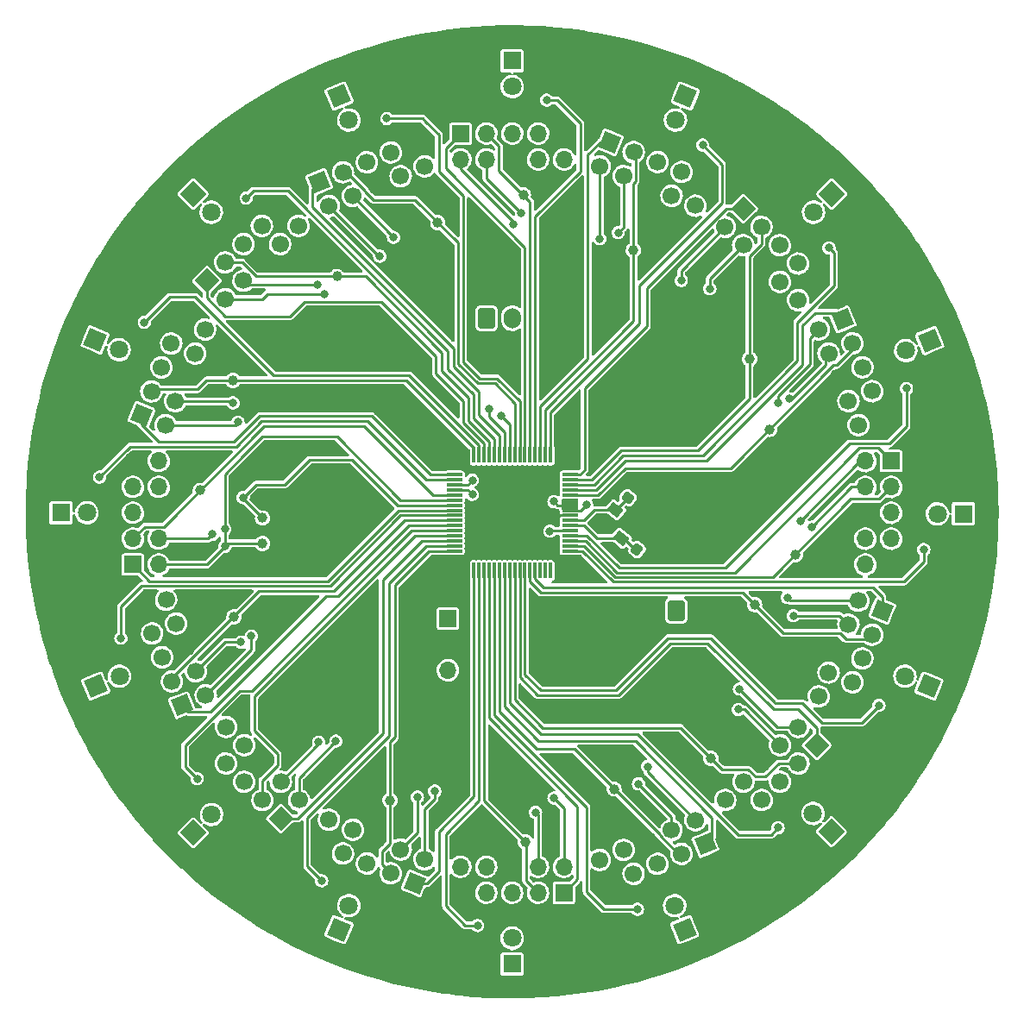
<source format=gbl>
G04 #@! TF.GenerationSoftware,KiCad,Pcbnew,(6.0.8)*
G04 #@! TF.CreationDate,2022-11-17T16:59:53+01:00*
G04 #@! TF.ProjectId,detection_pcb,64657465-6374-4696-9f6e-5f7063622e6b,rev?*
G04 #@! TF.SameCoordinates,Original*
G04 #@! TF.FileFunction,Copper,L2,Bot*
G04 #@! TF.FilePolarity,Positive*
%FSLAX46Y46*%
G04 Gerber Fmt 4.6, Leading zero omitted, Abs format (unit mm)*
G04 Created by KiCad (PCBNEW (6.0.8)) date 2022-11-17 16:59:53*
%MOMM*%
%LPD*%
G01*
G04 APERTURE LIST*
G04 Aperture macros list*
%AMRoundRect*
0 Rectangle with rounded corners*
0 $1 Rounding radius*
0 $2 $3 $4 $5 $6 $7 $8 $9 X,Y pos of 4 corners*
0 Add a 4 corners polygon primitive as box body*
4,1,4,$2,$3,$4,$5,$6,$7,$8,$9,$2,$3,0*
0 Add four circle primitives for the rounded corners*
1,1,$1+$1,$2,$3*
1,1,$1+$1,$4,$5*
1,1,$1+$1,$6,$7*
1,1,$1+$1,$8,$9*
0 Add four rect primitives between the rounded corners*
20,1,$1+$1,$2,$3,$4,$5,0*
20,1,$1+$1,$4,$5,$6,$7,0*
20,1,$1+$1,$6,$7,$8,$9,0*
20,1,$1+$1,$8,$9,$2,$3,0*%
%AMHorizOval*
0 Thick line with rounded ends*
0 $1 width*
0 $2 $3 position (X,Y) of the first rounded end (center of the circle)*
0 $4 $5 position (X,Y) of the second rounded end (center of the circle)*
0 Add line between two ends*
20,1,$1,$2,$3,$4,$5,0*
0 Add two circle primitives to create the rounded ends*
1,1,$1,$2,$3*
1,1,$1,$4,$5*%
%AMRotRect*
0 Rectangle, with rotation*
0 The origin of the aperture is its center*
0 $1 length*
0 $2 width*
0 $3 Rotation angle, in degrees counterclockwise*
0 Add horizontal line*
21,1,$1,$2,0,0,$3*%
G04 Aperture macros list end*
G04 #@! TA.AperFunction,ComponentPad*
%ADD10RoundRect,0.250000X-0.600000X-0.750000X0.600000X-0.750000X0.600000X0.750000X-0.600000X0.750000X0*%
G04 #@! TD*
G04 #@! TA.AperFunction,ComponentPad*
%ADD11O,1.700000X2.000000*%
G04 #@! TD*
G04 #@! TA.AperFunction,ComponentPad*
%ADD12RotRect,1.700000X1.700000X157.500000*%
G04 #@! TD*
G04 #@! TA.AperFunction,ComponentPad*
%ADD13HorizOval,1.700000X0.000000X0.000000X0.000000X0.000000X0*%
G04 #@! TD*
G04 #@! TA.AperFunction,ComponentPad*
%ADD14RotRect,1.700000X1.700000X22.500000*%
G04 #@! TD*
G04 #@! TA.AperFunction,ComponentPad*
%ADD15HorizOval,1.700000X0.000000X0.000000X0.000000X0.000000X0*%
G04 #@! TD*
G04 #@! TA.AperFunction,ComponentPad*
%ADD16C,6.000000*%
G04 #@! TD*
G04 #@! TA.AperFunction,ComponentPad*
%ADD17RotRect,1.700000X1.700000X45.000000*%
G04 #@! TD*
G04 #@! TA.AperFunction,ComponentPad*
%ADD18HorizOval,1.700000X0.000000X0.000000X0.000000X0.000000X0*%
G04 #@! TD*
G04 #@! TA.AperFunction,ComponentPad*
%ADD19RotRect,1.700000X1.700000X67.500000*%
G04 #@! TD*
G04 #@! TA.AperFunction,ComponentPad*
%ADD20HorizOval,1.700000X0.000000X0.000000X0.000000X0.000000X0*%
G04 #@! TD*
G04 #@! TA.AperFunction,ComponentPad*
%ADD21R,1.700000X1.700000*%
G04 #@! TD*
G04 #@! TA.AperFunction,ComponentPad*
%ADD22O,1.700000X1.700000*%
G04 #@! TD*
G04 #@! TA.AperFunction,ComponentPad*
%ADD23RotRect,1.700000X1.700000X292.500000*%
G04 #@! TD*
G04 #@! TA.AperFunction,ComponentPad*
%ADD24HorizOval,1.700000X0.000000X0.000000X0.000000X0.000000X0*%
G04 #@! TD*
G04 #@! TA.AperFunction,ComponentPad*
%ADD25RotRect,1.700000X1.700000X202.500000*%
G04 #@! TD*
G04 #@! TA.AperFunction,ComponentPad*
%ADD26HorizOval,1.700000X0.000000X0.000000X0.000000X0.000000X0*%
G04 #@! TD*
G04 #@! TA.AperFunction,ComponentPad*
%ADD27RotRect,1.700000X1.700000X112.500000*%
G04 #@! TD*
G04 #@! TA.AperFunction,ComponentPad*
%ADD28HorizOval,1.700000X0.000000X0.000000X0.000000X0.000000X0*%
G04 #@! TD*
G04 #@! TA.AperFunction,ComponentPad*
%ADD29RotRect,1.700000X1.700000X225.000000*%
G04 #@! TD*
G04 #@! TA.AperFunction,ComponentPad*
%ADD30HorizOval,1.700000X0.000000X0.000000X0.000000X0.000000X0*%
G04 #@! TD*
G04 #@! TA.AperFunction,ComponentPad*
%ADD31RotRect,1.700000X1.700000X135.000000*%
G04 #@! TD*
G04 #@! TA.AperFunction,ComponentPad*
%ADD32HorizOval,1.700000X0.000000X0.000000X0.000000X0.000000X0*%
G04 #@! TD*
G04 #@! TA.AperFunction,ComponentPad*
%ADD33RotRect,1.700000X1.700000X247.500000*%
G04 #@! TD*
G04 #@! TA.AperFunction,ComponentPad*
%ADD34HorizOval,1.700000X0.000000X0.000000X0.000000X0.000000X0*%
G04 #@! TD*
G04 #@! TA.AperFunction,ComponentPad*
%ADD35RotRect,1.700000X1.700000X315.000000*%
G04 #@! TD*
G04 #@! TA.AperFunction,ComponentPad*
%ADD36HorizOval,1.700000X0.000000X0.000000X0.000000X0.000000X0*%
G04 #@! TD*
G04 #@! TA.AperFunction,ComponentPad*
%ADD37RotRect,1.700000X1.700000X337.500000*%
G04 #@! TD*
G04 #@! TA.AperFunction,ComponentPad*
%ADD38HorizOval,1.700000X0.000000X0.000000X0.000000X0.000000X0*%
G04 #@! TD*
G04 #@! TA.AperFunction,ComponentPad*
%ADD39RotRect,1.800000X1.800000X45.000000*%
G04 #@! TD*
G04 #@! TA.AperFunction,ComponentPad*
%ADD40C,1.800000*%
G04 #@! TD*
G04 #@! TA.AperFunction,SMDPad,CuDef*
%ADD41C,1.000000*%
G04 #@! TD*
G04 #@! TA.AperFunction,ComponentPad*
%ADD42R,1.800000X1.800000*%
G04 #@! TD*
G04 #@! TA.AperFunction,SMDPad,CuDef*
%ADD43RoundRect,0.237500X-0.382607X0.004224X0.083680X-0.373368X0.382607X-0.004224X-0.083680X0.373368X0*%
G04 #@! TD*
G04 #@! TA.AperFunction,ComponentPad*
%ADD44RotRect,1.800000X1.800000X337.500000*%
G04 #@! TD*
G04 #@! TA.AperFunction,ComponentPad*
%ADD45RotRect,1.800000X1.800000X112.500000*%
G04 #@! TD*
G04 #@! TA.AperFunction,ComponentPad*
%ADD46RotRect,1.800000X1.800000X315.000000*%
G04 #@! TD*
G04 #@! TA.AperFunction,ComponentPad*
%ADD47RotRect,1.800000X1.800000X157.500000*%
G04 #@! TD*
G04 #@! TA.AperFunction,SMDPad,CuDef*
%ADD48RotRect,1.300000X1.000000X321.000000*%
G04 #@! TD*
G04 #@! TA.AperFunction,ComponentPad*
%ADD49RotRect,1.800000X1.800000X225.000000*%
G04 #@! TD*
G04 #@! TA.AperFunction,ComponentPad*
%ADD50RotRect,1.800000X1.800000X292.500000*%
G04 #@! TD*
G04 #@! TA.AperFunction,SMDPad,CuDef*
%ADD51RoundRect,0.075000X0.700000X0.075000X-0.700000X0.075000X-0.700000X-0.075000X0.700000X-0.075000X0*%
G04 #@! TD*
G04 #@! TA.AperFunction,SMDPad,CuDef*
%ADD52RoundRect,0.075000X0.075000X0.700000X-0.075000X0.700000X-0.075000X-0.700000X0.075000X-0.700000X0*%
G04 #@! TD*
G04 #@! TA.AperFunction,ComponentPad*
%ADD53RotRect,1.800000X1.800000X202.500000*%
G04 #@! TD*
G04 #@! TA.AperFunction,ComponentPad*
%ADD54RotRect,1.800000X1.800000X67.500000*%
G04 #@! TD*
G04 #@! TA.AperFunction,ComponentPad*
%ADD55RotRect,1.800000X1.800000X247.500000*%
G04 #@! TD*
G04 #@! TA.AperFunction,ComponentPad*
%ADD56RotRect,1.800000X1.800000X22.500000*%
G04 #@! TD*
G04 #@! TA.AperFunction,ComponentPad*
%ADD57RotRect,1.800000X1.800000X135.000000*%
G04 #@! TD*
G04 #@! TA.AperFunction,SMDPad,CuDef*
%ADD58RoundRect,0.237500X-0.004224X-0.382607X0.373368X0.083680X0.004224X0.382607X-0.373368X-0.083680X0*%
G04 #@! TD*
G04 #@! TA.AperFunction,ViaPad*
%ADD59C,0.800000*%
G04 #@! TD*
G04 #@! TA.AperFunction,Conductor*
%ADD60C,0.250000*%
G04 #@! TD*
G04 APERTURE END LIST*
D10*
X166100000Y-111600000D03*
D11*
X168600000Y-111600000D03*
D12*
X113626129Y-92419901D03*
D13*
X115972783Y-93391917D03*
X114598145Y-90073247D03*
X116944799Y-91045263D03*
X115570161Y-87726593D03*
X117916815Y-88698609D03*
X116542177Y-85379939D03*
X118888831Y-86351955D03*
X117514193Y-83033285D03*
X119860847Y-84005301D03*
D14*
X182435828Y-83023390D03*
D15*
X180089174Y-83995406D03*
X183407844Y-85370044D03*
X181061190Y-86342060D03*
X184379860Y-87716698D03*
X182033206Y-88688714D03*
X185351876Y-90063352D03*
X183005222Y-91035368D03*
X186323892Y-92410006D03*
X183977237Y-93382022D03*
D16*
X132850000Y-119150000D03*
D17*
X172677639Y-72145228D03*
D18*
X170881588Y-73941279D03*
X174473690Y-73941279D03*
X172677639Y-75737330D03*
X176269741Y-75737330D03*
X174473690Y-77533382D03*
X178065793Y-77533382D03*
X176269741Y-79329433D03*
X179861844Y-79329433D03*
X178065793Y-81125484D03*
D19*
X159580099Y-65626129D03*
D20*
X158608083Y-67972783D03*
X161926753Y-66598145D03*
X160954737Y-68944799D03*
X164273407Y-67570161D03*
X163301391Y-69916815D03*
X166620061Y-68542177D03*
X165648045Y-70888831D03*
X168966715Y-69514193D03*
X167994699Y-71860847D03*
D16*
X167150000Y-119150000D03*
D21*
X112775000Y-107075000D03*
D22*
X115315000Y-107075000D03*
X112775000Y-104535000D03*
X115315000Y-104535000D03*
X112775000Y-101995000D03*
X115315000Y-101995000D03*
X112775000Y-99455000D03*
X115315000Y-99455000D03*
X112775000Y-96915000D03*
X115315000Y-96915000D03*
D23*
X168956709Y-134509699D03*
D24*
X167984693Y-132163045D03*
X166610055Y-135481715D03*
X165638039Y-133135061D03*
X164263401Y-136453731D03*
X163291385Y-134107077D03*
X161916747Y-137425747D03*
X160944731Y-135079093D03*
X159570093Y-138397763D03*
X158598077Y-136051108D03*
D25*
X117580987Y-120878001D03*
D26*
X119927641Y-119905985D03*
X116608971Y-118531347D03*
X118955625Y-117559331D03*
X115636955Y-116184693D03*
X117983609Y-115212677D03*
X114664939Y-113838039D03*
X117011593Y-112866023D03*
X113692923Y-111491385D03*
X116039578Y-110519369D03*
D27*
X131049983Y-69534333D03*
D28*
X132021999Y-71880987D03*
X133396637Y-68562317D03*
X134368653Y-70908971D03*
X135743291Y-67590301D03*
X136715307Y-69936955D03*
X138089945Y-66618285D03*
X139061961Y-68964939D03*
X140436599Y-65646269D03*
X141408615Y-67992924D03*
D21*
X144925000Y-64775000D03*
D22*
X144925000Y-67315000D03*
X147465000Y-64775000D03*
X147465000Y-67315000D03*
X150005000Y-64775000D03*
X150005000Y-67315000D03*
X152545000Y-64775000D03*
X152545000Y-67315000D03*
X155085000Y-64775000D03*
X155085000Y-67315000D03*
D21*
X155075000Y-139275000D03*
D22*
X155075000Y-136735000D03*
X152535000Y-139275000D03*
X152535000Y-136735000D03*
X149995000Y-139275000D03*
X149995000Y-136735000D03*
X147455000Y-139275000D03*
X147455000Y-136735000D03*
X144915000Y-139275000D03*
X144915000Y-136735000D03*
D29*
X127296051Y-131988154D03*
D30*
X129092102Y-130192103D03*
X125500000Y-130192103D03*
X127296051Y-128396052D03*
X123703949Y-128396052D03*
X125500000Y-126600000D03*
X121907897Y-126600000D03*
X123703949Y-124803949D03*
X120111846Y-124803949D03*
X121907897Y-123007898D03*
D10*
X147500000Y-82900000D03*
D11*
X150000000Y-82900000D03*
D16*
X132860000Y-84850000D03*
D21*
X143700000Y-112375000D03*
D22*
X143700000Y-114915000D03*
X143700000Y-117455000D03*
D31*
X120045228Y-79222362D03*
D32*
X121841279Y-81018413D03*
X121841279Y-77426311D03*
X123637330Y-79222362D03*
X123637330Y-75630260D03*
X125433382Y-77426311D03*
X125433382Y-73834208D03*
X127229433Y-75630260D03*
X127229433Y-72038157D03*
X129025484Y-73834208D03*
D33*
X140436599Y-138353731D03*
D34*
X141408615Y-136007077D03*
X138089945Y-137381715D03*
X139061961Y-135035061D03*
X135743291Y-136409699D03*
X136715307Y-134063045D03*
X133396637Y-135437683D03*
X134368653Y-133091029D03*
X131049983Y-134465667D03*
X132021999Y-132119013D03*
D35*
X179888154Y-124803949D03*
D36*
X178092103Y-123007898D03*
X178092103Y-126600000D03*
X176296052Y-124803949D03*
X176296052Y-128396051D03*
X174500000Y-126600000D03*
X174500000Y-130192103D03*
X172703949Y-128396051D03*
X172703949Y-131988154D03*
X170907898Y-130192103D03*
D37*
X186320065Y-111599234D03*
D38*
X183973411Y-110627218D03*
X185348049Y-113945888D03*
X183001395Y-112973872D03*
X184376033Y-116292542D03*
X182029379Y-115320526D03*
X183404017Y-118639196D03*
X181057363Y-117667180D03*
X182432001Y-120985850D03*
X180085347Y-120013834D03*
D21*
X187200000Y-96920000D03*
D22*
X184660000Y-96920000D03*
X187200000Y-99460000D03*
X184660000Y-99460000D03*
X187200000Y-102000000D03*
X184660000Y-102000000D03*
X187200000Y-104540000D03*
X184660000Y-104540000D03*
X187200000Y-107080000D03*
X184660000Y-107080000D03*
D16*
X167150000Y-84850000D03*
D39*
X118700000Y-133400000D03*
D40*
X120496051Y-131603949D03*
D41*
X125500000Y-102500000D03*
D42*
X150000000Y-146275000D03*
D40*
X150000000Y-143735000D03*
D41*
X132800000Y-78800000D03*
D43*
X161379712Y-100507211D03*
X162720288Y-101592789D03*
D42*
X150000000Y-57625000D03*
D40*
X150000000Y-60165000D03*
D41*
X122600000Y-89000000D03*
D42*
X194275000Y-102100000D03*
D40*
X191735000Y-102100000D03*
D44*
X109075000Y-85027984D03*
D40*
X111421654Y-86000000D03*
D41*
X169500000Y-126100000D03*
X151300000Y-134300000D03*
D45*
X166925000Y-142900000D03*
D40*
X165952984Y-140553346D03*
D41*
X142700000Y-73500000D03*
D46*
X118675000Y-70698439D03*
D40*
X120471051Y-72494490D03*
D47*
X190900000Y-119000000D03*
D40*
X188553346Y-118027984D03*
D41*
X161900000Y-76200000D03*
D48*
X160111528Y-101708316D03*
X161821249Y-103092821D03*
X160688472Y-104491684D03*
X158978751Y-103107179D03*
D49*
X181375000Y-70700000D03*
D40*
X179578949Y-72496051D03*
D50*
X133000000Y-61100000D03*
D40*
X133972016Y-63446654D03*
D51*
X155675000Y-98250000D03*
X155675000Y-98750000D03*
X155675000Y-99250000D03*
X155675000Y-99750000D03*
X155675000Y-100250000D03*
X155675000Y-100750000D03*
X155675000Y-101250000D03*
X155675000Y-101750000D03*
X155675000Y-102250000D03*
X155675000Y-102750000D03*
X155675000Y-103250000D03*
X155675000Y-103750000D03*
X155675000Y-104250000D03*
X155675000Y-104750000D03*
X155675000Y-105250000D03*
X155675000Y-105750000D03*
D52*
X153750000Y-107675000D03*
X153250000Y-107675000D03*
X152750000Y-107675000D03*
X152250000Y-107675000D03*
X151750000Y-107675000D03*
X151250000Y-107675000D03*
X150750000Y-107675000D03*
X150250000Y-107675000D03*
X149750000Y-107675000D03*
X149250000Y-107675000D03*
X148750000Y-107675000D03*
X148250000Y-107675000D03*
X147750000Y-107675000D03*
X147250000Y-107675000D03*
X146750000Y-107675000D03*
X146250000Y-107675000D03*
D51*
X144325000Y-105750000D03*
X144325000Y-105250000D03*
X144325000Y-104750000D03*
X144325000Y-104250000D03*
X144325000Y-103750000D03*
X144325000Y-103250000D03*
X144325000Y-102750000D03*
X144325000Y-102250000D03*
X144325000Y-101750000D03*
X144325000Y-101250000D03*
X144325000Y-100750000D03*
X144325000Y-100250000D03*
X144325000Y-99750000D03*
X144325000Y-99250000D03*
X144325000Y-98750000D03*
X144325000Y-98250000D03*
D52*
X146250000Y-96325000D03*
X146750000Y-96325000D03*
X147250000Y-96325000D03*
X147750000Y-96325000D03*
X148250000Y-96325000D03*
X148750000Y-96325000D03*
X149250000Y-96325000D03*
X149750000Y-96325000D03*
X150250000Y-96325000D03*
X150750000Y-96325000D03*
X151250000Y-96325000D03*
X151750000Y-96325000D03*
X152250000Y-96325000D03*
X152750000Y-96325000D03*
X153250000Y-96325000D03*
X153750000Y-96325000D03*
D41*
X173300000Y-86900000D03*
X175300000Y-93800000D03*
D53*
X190975000Y-85100000D03*
D40*
X188628346Y-86072016D03*
D41*
X122700000Y-112200000D03*
X138000000Y-130200000D03*
D54*
X133000000Y-142900000D03*
D40*
X133972016Y-140553346D03*
D41*
X177800000Y-106100000D03*
D55*
X167000000Y-61100000D03*
D40*
X166027984Y-63446654D03*
D42*
X105725000Y-102000000D03*
D40*
X108265000Y-102000000D03*
D41*
X173800000Y-111000000D03*
X160000000Y-129100000D03*
D56*
X109125000Y-119000000D03*
D40*
X111471654Y-118027984D03*
D41*
X151100000Y-70800000D03*
X125500000Y-105000000D03*
D57*
X181325000Y-133296051D03*
D40*
X179528949Y-131500000D03*
D41*
X119400000Y-99800000D03*
D58*
X162257211Y-105620288D03*
X163342789Y-104279712D03*
D59*
X172900000Y-100400000D03*
X139900000Y-92700000D03*
X130200000Y-90900000D03*
X148700000Y-85900000D03*
X125400000Y-107300000D03*
X175500000Y-97800000D03*
X142100000Y-79500000D03*
X140700000Y-126800000D03*
X154100000Y-102300000D03*
X126800000Y-96600000D03*
X169200000Y-99200000D03*
X148700000Y-125000000D03*
X136000000Y-90700000D03*
X147300000Y-77800000D03*
X148700000Y-129000000D03*
X144000000Y-126700000D03*
X139100000Y-77700000D03*
X163800000Y-93300000D03*
X143800000Y-121400000D03*
X142800000Y-82000000D03*
X155100000Y-82200000D03*
X126300000Y-112400000D03*
X166800000Y-102300000D03*
X151900000Y-128700000D03*
X155100000Y-79000000D03*
X155100000Y-76300000D03*
X149800000Y-77800000D03*
X149700000Y-127300000D03*
X142500000Y-94800000D03*
X169600000Y-105300000D03*
X140600000Y-121400000D03*
X142900000Y-76700000D03*
X167500000Y-91800000D03*
X155100000Y-85900000D03*
X161600000Y-89300000D03*
X159200000Y-93900000D03*
X136700000Y-102100000D03*
X155900000Y-127400000D03*
X160100000Y-126100000D03*
X154100000Y-100900000D03*
X157300000Y-101200000D03*
X146100000Y-100200000D03*
X146100000Y-98800000D03*
X153700000Y-103800000D03*
X190400000Y-105600000D03*
X188700000Y-89800000D03*
X181100000Y-76000000D03*
X168700000Y-65900000D03*
X153400000Y-61500000D03*
X137700000Y-63300000D03*
X123900000Y-71100000D03*
X113900000Y-83300000D03*
X109500000Y-98500000D03*
X111600000Y-114300000D03*
X119100000Y-128100000D03*
X131300000Y-138100000D03*
X146600000Y-142500000D03*
X162300000Y-140900000D03*
X176100000Y-132900000D03*
X186000000Y-120900000D03*
X178300000Y-102800000D03*
X150100000Y-73700000D03*
X172300000Y-119300000D03*
X163300000Y-126900000D03*
X131600000Y-80500000D03*
X137000000Y-76800000D03*
X121800000Y-103600000D03*
X166600000Y-79200000D03*
X124400000Y-114100000D03*
X177000000Y-110300000D03*
X123100000Y-93100000D03*
X158600000Y-75100000D03*
X121800000Y-105300000D03*
X176100000Y-91200000D03*
X154100000Y-130000000D03*
X142400000Y-129300000D03*
X132700000Y-124400000D03*
X152300000Y-131400000D03*
X130900000Y-79600000D03*
X120600000Y-104100000D03*
X140700000Y-129900000D03*
X123600000Y-100500000D03*
X162400000Y-128600000D03*
X179400000Y-103400000D03*
X150900000Y-72600000D03*
X177600000Y-112100000D03*
X138350000Y-74950000D03*
X169400000Y-80000000D03*
X160400000Y-74500000D03*
X123400000Y-114700000D03*
X131000000Y-124500000D03*
X172200000Y-121300000D03*
X177200000Y-90800000D03*
X122600000Y-91200000D03*
X148900000Y-92500000D03*
X147750000Y-91800000D03*
D60*
X161821249Y-103092821D02*
X161821249Y-102737960D01*
X154150000Y-102250000D02*
X154100000Y-102300000D01*
X161806891Y-103107179D02*
X161821249Y-103092821D01*
X162720288Y-101592789D02*
X162720288Y-102193782D01*
X155675000Y-102250000D02*
X154150000Y-102250000D01*
X158978751Y-103107179D02*
X161806891Y-103107179D01*
X162720288Y-102193782D02*
X161821249Y-103092821D01*
X163028428Y-104300000D02*
X161821249Y-103092821D01*
X163700000Y-104300000D02*
X163028428Y-104300000D01*
X155675000Y-101750000D02*
X156750000Y-101750000D01*
X156750000Y-101750000D02*
X157300000Y-101200000D01*
X154100000Y-100900000D02*
X154450000Y-101250000D01*
X154450000Y-101250000D02*
X155675000Y-101250000D01*
X157050000Y-103250000D02*
X158291684Y-104491684D01*
X160688472Y-104491684D02*
X160973266Y-104491684D01*
X158291684Y-104491684D02*
X160688472Y-104491684D01*
X160973266Y-104491684D02*
X162394160Y-105912578D01*
X155675000Y-103250000D02*
X157050000Y-103250000D01*
X160111528Y-101708316D02*
X160178607Y-101708316D01*
X158091684Y-101708316D02*
X160111528Y-101708316D01*
X160178607Y-101708316D02*
X161379712Y-100507211D01*
X155675000Y-102750000D02*
X157050000Y-102750000D01*
X157050000Y-102750000D02*
X158091684Y-101708316D01*
X145650000Y-99750000D02*
X146100000Y-100200000D01*
X144325000Y-99750000D02*
X145650000Y-99750000D01*
X144325000Y-99250000D02*
X145650000Y-99250000D01*
X145650000Y-99250000D02*
X146100000Y-98800000D01*
X155675000Y-103750000D02*
X153750000Y-103750000D01*
X153750000Y-103750000D02*
X153700000Y-103800000D01*
X185930000Y-95650000D02*
X187200000Y-96920000D01*
X171850000Y-107850000D02*
X184050000Y-95650000D01*
X155675000Y-104750000D02*
X157213604Y-104750000D01*
X157213604Y-104750000D02*
X160313604Y-107850000D01*
X184050000Y-95650000D02*
X185930000Y-95650000D01*
X160313604Y-107850000D02*
X171850000Y-107850000D01*
X175570000Y-108300000D02*
X160100000Y-108300000D01*
X186025000Y-100635000D02*
X183235000Y-100635000D01*
X187200000Y-99460000D02*
X186025000Y-100635000D01*
X160100000Y-108300000D02*
X157050000Y-105250000D01*
X157050000Y-105250000D02*
X155675000Y-105250000D01*
X183235000Y-100635000D02*
X175570000Y-108300000D01*
X176600000Y-113800000D02*
X182165822Y-113800000D01*
X151750000Y-108750000D02*
X152800000Y-109800000D01*
X152800000Y-109800000D02*
X172600000Y-109800000D01*
X184893937Y-114400000D02*
X185348049Y-113945888D01*
X151750000Y-107675000D02*
X151750000Y-108750000D01*
X172600000Y-109800000D02*
X176600000Y-113800000D01*
X182165822Y-113800000D02*
X182765822Y-114400000D01*
X182765822Y-114400000D02*
X184893937Y-114400000D01*
X185400000Y-109300000D02*
X186320065Y-110220065D01*
X186320065Y-110220065D02*
X186320065Y-111599234D01*
X153034315Y-109300000D02*
X185400000Y-109300000D01*
X152250000Y-107675000D02*
X152250000Y-108515685D01*
X152250000Y-108515685D02*
X153034315Y-109300000D01*
X179727172Y-82372828D02*
X178500000Y-83600000D01*
X181785266Y-82372828D02*
X179727172Y-82372828D01*
X161100000Y-96900000D02*
X158250000Y-99750000D01*
X169100000Y-96900000D02*
X161100000Y-96900000D01*
X178500000Y-83600000D02*
X178500000Y-87500000D01*
X158250000Y-99750000D02*
X155675000Y-99750000D01*
X178500000Y-87500000D02*
X169100000Y-96900000D01*
X182435828Y-83023390D02*
X181785266Y-82372828D01*
X183407844Y-85992156D02*
X181886286Y-87513714D01*
X181886286Y-87513714D02*
X181546505Y-87513714D01*
X181546505Y-87513714D02*
X171460219Y-97600000D01*
X171460219Y-97600000D02*
X161100000Y-97600000D01*
X161100000Y-97600000D02*
X158450000Y-100250000D01*
X158450000Y-100250000D02*
X155675000Y-100250000D01*
X183407844Y-85370044D02*
X183407844Y-85992156D01*
X166500000Y-123100000D02*
X153000000Y-123100000D01*
X170600000Y-127200000D02*
X166500000Y-123100000D01*
X173169599Y-127200000D02*
X170600000Y-127200000D01*
X174861701Y-127900000D02*
X173869599Y-127900000D01*
X178092103Y-126600000D02*
X176161701Y-126600000D01*
X150250000Y-120350000D02*
X150250000Y-107675000D01*
X176161701Y-126600000D02*
X174861701Y-127900000D01*
X173869599Y-127900000D02*
X173169599Y-127200000D01*
X153000000Y-123100000D02*
X150250000Y-120350000D01*
X169200000Y-114800000D02*
X165500000Y-114800000D01*
X160400000Y-119900000D02*
X152500000Y-119900000D01*
X175700000Y-121300000D02*
X169200000Y-114800000D01*
X165500000Y-114800000D02*
X160400000Y-119900000D01*
X152500000Y-119900000D02*
X150750000Y-118150000D01*
X178045906Y-121300000D02*
X175700000Y-121300000D01*
X179888154Y-123142248D02*
X178045906Y-121300000D01*
X150750000Y-118150000D02*
X150750000Y-107675000D01*
X179888154Y-124803949D02*
X179888154Y-123142248D01*
X162100000Y-124400000D02*
X152600000Y-124400000D01*
X152600000Y-124400000D02*
X149250000Y-121050000D01*
X169607271Y-133859137D02*
X169607271Y-131907271D01*
X168956709Y-134509699D02*
X169607271Y-133859137D01*
X149250000Y-121050000D02*
X149250000Y-107675000D01*
X169607271Y-131907271D02*
X162100000Y-124400000D01*
X156650000Y-98250000D02*
X157100000Y-97800000D01*
X171015938Y-72145228D02*
X172677639Y-72145228D01*
X157100000Y-97800000D02*
X157100000Y-89800000D01*
X157100000Y-89800000D02*
X163200000Y-83700000D01*
X163200000Y-83700000D02*
X163200000Y-79961166D01*
X155675000Y-98250000D02*
X156650000Y-98250000D01*
X163200000Y-79961166D02*
X171015938Y-72145228D01*
X168200000Y-95900000D02*
X173300000Y-90800000D01*
X173298690Y-78198690D02*
X173298690Y-76777980D01*
X174473690Y-75602980D02*
X174473690Y-73941279D01*
X173300000Y-90800000D02*
X173300000Y-78200000D01*
X173300000Y-78200000D02*
X173298690Y-78198690D01*
X160700000Y-95900000D02*
X168200000Y-95900000D01*
X157850000Y-98750000D02*
X160700000Y-95900000D01*
X173298690Y-76777980D02*
X174473690Y-75602980D01*
X155675000Y-98750000D02*
X157850000Y-98750000D01*
X166610055Y-135481715D02*
X166322992Y-135481715D01*
X148750000Y-121550000D02*
X148750000Y-107675000D01*
X166322992Y-135481715D02*
X164466385Y-133625108D01*
X156100000Y-125200000D02*
X152400000Y-125200000D01*
X152400000Y-125200000D02*
X148750000Y-121550000D01*
X164466385Y-133625108D02*
X164466385Y-133566385D01*
X164466385Y-133566385D02*
X156100000Y-125200000D01*
X156400000Y-130800000D02*
X147750000Y-122150000D01*
X156400000Y-137950000D02*
X156400000Y-130800000D01*
X147750000Y-122150000D02*
X147750000Y-107675000D01*
X155075000Y-139275000D02*
X156400000Y-137950000D01*
X157433083Y-86866917D02*
X152750000Y-91550000D01*
X158660065Y-65626129D02*
X157433083Y-66853111D01*
X157433083Y-66853111D02*
X157433083Y-86866917D01*
X159580099Y-65626129D02*
X158660065Y-65626129D01*
X152750000Y-91550000D02*
X152750000Y-96325000D01*
X162129737Y-69431500D02*
X162129737Y-66801129D01*
X161900000Y-69661237D02*
X162129737Y-69431500D01*
X161900000Y-83200000D02*
X161900000Y-69661237D01*
X153250000Y-91850000D02*
X161900000Y-83200000D01*
X162129737Y-66801129D02*
X161926753Y-66598145D01*
X153250000Y-96325000D02*
X153250000Y-91850000D01*
X147250000Y-130250000D02*
X151360000Y-134360000D01*
X151360000Y-138100000D02*
X152535000Y-139275000D01*
X147250000Y-107675000D02*
X147250000Y-130250000D01*
X151360000Y-134360000D02*
X151360000Y-138100000D01*
X142800000Y-133300000D02*
X146250000Y-129850000D01*
X141634568Y-138353731D02*
X142800000Y-137188299D01*
X146250000Y-129850000D02*
X146250000Y-107675000D01*
X140436599Y-138353731D02*
X141634568Y-138353731D01*
X142800000Y-137188299D02*
X142800000Y-133300000D01*
X143500000Y-66200000D02*
X143500000Y-68200000D01*
X151250000Y-75950000D02*
X143500000Y-68200000D01*
X144925000Y-64775000D02*
X143500000Y-66200000D01*
X151250000Y-96325000D02*
X151250000Y-75950000D01*
X147465000Y-64775000D02*
X148700000Y-66010000D01*
X148700000Y-68400000D02*
X151750000Y-71450000D01*
X151750000Y-71450000D02*
X151750000Y-96325000D01*
X148700000Y-66010000D02*
X148700000Y-68400000D01*
X137239945Y-136531715D02*
X137239945Y-135200108D01*
X138089945Y-137381715D02*
X137239945Y-136531715D01*
X138500000Y-124000000D02*
X138500000Y-109100000D01*
X137239945Y-135200108D02*
X138000000Y-134440053D01*
X138500000Y-109100000D02*
X141850000Y-105750000D01*
X138000000Y-134440053D02*
X138000000Y-124500000D01*
X138000000Y-124500000D02*
X138500000Y-124000000D01*
X141850000Y-105750000D02*
X144325000Y-105750000D01*
X137300000Y-108600000D02*
X141150000Y-104750000D01*
X127296051Y-131988154D02*
X128957752Y-131988154D01*
X141150000Y-104750000D02*
X144325000Y-104750000D01*
X137300000Y-123645906D02*
X137300000Y-108600000D01*
X128957752Y-131988154D02*
X137300000Y-123645906D01*
X144250000Y-85850000D02*
X144250000Y-87650000D01*
X131049983Y-69534333D02*
X130399421Y-70184895D01*
X130399421Y-71999421D02*
X144250000Y-85850000D01*
X144250000Y-87650000D02*
X146700000Y-90100000D01*
X146700000Y-90100000D02*
X146700000Y-92400000D01*
X148750000Y-94450000D02*
X148750000Y-96325000D01*
X130399421Y-70184895D02*
X130399421Y-71999421D01*
X146700000Y-92400000D02*
X148750000Y-94450000D01*
X140500000Y-71300000D02*
X136416651Y-71300000D01*
X144700000Y-87400000D02*
X144700000Y-75500000D01*
X135543653Y-70343653D02*
X133762317Y-68562317D01*
X150250000Y-91250000D02*
X148300000Y-89300000D01*
X148300000Y-89300000D02*
X146600000Y-89300000D01*
X150250000Y-96325000D02*
X150250000Y-91250000D01*
X135543653Y-70427002D02*
X135543653Y-70343653D01*
X136416651Y-71300000D02*
X135543653Y-70427002D01*
X133762317Y-68562317D02*
X133396637Y-68562317D01*
X146600000Y-89300000D02*
X144700000Y-87400000D01*
X144700000Y-75500000D02*
X140500000Y-71300000D01*
X124700000Y-123400000D02*
X124700000Y-120000000D01*
X127000000Y-126761701D02*
X127000000Y-125700000D01*
X127000000Y-125700000D02*
X124700000Y-123400000D01*
X124700000Y-120000000D02*
X140450000Y-104250000D01*
X140450000Y-104250000D02*
X144325000Y-104250000D01*
X125500000Y-130192103D02*
X125500000Y-128261701D01*
X125500000Y-128261701D02*
X127000000Y-126761701D01*
X139875000Y-103225000D02*
X144300000Y-103225000D01*
X144300000Y-103225000D02*
X144325000Y-103250000D01*
X118231549Y-121528563D02*
X120371437Y-121528563D01*
X117580987Y-120878001D02*
X118231549Y-121528563D01*
X131700000Y-110200000D02*
X132900000Y-110200000D01*
X120371437Y-121528563D02*
X131700000Y-110200000D01*
X132900000Y-110200000D02*
X139875000Y-103225000D01*
X145200000Y-91000000D02*
X142500000Y-88300000D01*
X129600000Y-81300000D02*
X128200000Y-82700000D01*
X145200000Y-93136396D02*
X145200000Y-91000000D01*
X120045228Y-80884063D02*
X120045228Y-79222362D01*
X147250000Y-96325000D02*
X147250000Y-95186396D01*
X137200000Y-81300000D02*
X129600000Y-81300000D01*
X128200000Y-82700000D02*
X121861165Y-82700000D01*
X121861165Y-82700000D02*
X120045228Y-80884063D01*
X142500000Y-88300000D02*
X142500000Y-86600000D01*
X147250000Y-95186396D02*
X145200000Y-93136396D01*
X142500000Y-86600000D02*
X137200000Y-81300000D01*
X124876669Y-78800000D02*
X123502980Y-77426311D01*
X147750000Y-95050000D02*
X145700000Y-93000000D01*
X143100000Y-88100000D02*
X143100000Y-86300000D01*
X135600000Y-78800000D02*
X124876669Y-78800000D01*
X147750000Y-96325000D02*
X147750000Y-95050000D01*
X123502980Y-77426311D02*
X121841279Y-77426311D01*
X143100000Y-86300000D02*
X135600000Y-78800000D01*
X145700000Y-90700000D02*
X143100000Y-88100000D01*
X145700000Y-93000000D02*
X145700000Y-90700000D01*
X132500000Y-109700000D02*
X125157987Y-109700000D01*
X125157987Y-109700000D02*
X118473656Y-116384331D01*
X139450000Y-102750000D02*
X132500000Y-109700000D01*
X144325000Y-102750000D02*
X139450000Y-102750000D01*
X118473656Y-116384331D02*
X118468924Y-116384331D01*
X116608971Y-118244284D02*
X116608971Y-118531347D01*
X118468924Y-116384331D02*
X116608971Y-118244284D01*
X131900000Y-108700000D02*
X114400000Y-108700000D01*
X138850000Y-101750000D02*
X131900000Y-108700000D01*
X114400000Y-108700000D02*
X112775000Y-107075000D01*
X144325000Y-101750000D02*
X138850000Y-101750000D01*
X113626129Y-93339935D02*
X115286194Y-95000000D01*
X115286194Y-95000000D02*
X122700000Y-95000000D01*
X113626129Y-92419901D02*
X113626129Y-93339935D01*
X125200000Y-92500000D02*
X136200000Y-92500000D01*
X141950000Y-98250000D02*
X144325000Y-98250000D01*
X122700000Y-95000000D02*
X125200000Y-92500000D01*
X136200000Y-92500000D02*
X141950000Y-98250000D01*
X117431500Y-89870263D02*
X114801129Y-89870263D01*
X120000000Y-89000000D02*
X119126391Y-89873609D01*
X139600000Y-89000000D02*
X120000000Y-89000000D01*
X146250000Y-95650000D02*
X139600000Y-89000000D01*
X146250000Y-96325000D02*
X146250000Y-95650000D01*
X119126391Y-89873609D02*
X117434846Y-89873609D01*
X114801129Y-89870263D02*
X114598145Y-90073247D01*
X117434846Y-89873609D02*
X117431500Y-89870263D01*
X125661700Y-93500000D02*
X135500000Y-93500000D01*
X142250000Y-100250000D02*
X144325000Y-100250000D01*
X112775000Y-104535000D02*
X113950000Y-103360000D01*
X113950000Y-103360000D02*
X115801701Y-103360000D01*
X115801701Y-103360000D02*
X125661700Y-93500000D01*
X135500000Y-93500000D02*
X142250000Y-100250000D01*
X156913604Y-105750000D02*
X159913604Y-108750000D01*
X190400000Y-106800000D02*
X190400000Y-105600000D01*
X159913604Y-108750000D02*
X188450000Y-108750000D01*
X188450000Y-108750000D02*
X190400000Y-106800000D01*
X155675000Y-105750000D02*
X156913604Y-105750000D01*
X188700000Y-89800000D02*
X188700000Y-93500000D01*
X155675000Y-104250000D02*
X157350000Y-104250000D01*
X170900000Y-107400000D02*
X183100000Y-95200000D01*
X160500000Y-107400000D02*
X170900000Y-107400000D01*
X183100000Y-95200000D02*
X187000000Y-95200000D01*
X188700000Y-93500000D02*
X188300000Y-93900000D01*
X187000000Y-95200000D02*
X188300000Y-93900000D01*
X157350000Y-104250000D02*
X160500000Y-107400000D01*
X158050000Y-99250000D02*
X160900000Y-96400000D01*
X178000000Y-83300000D02*
X181600000Y-79700000D01*
X178000000Y-83300000D02*
X178000000Y-87100000D01*
X155675000Y-99250000D02*
X158050000Y-99250000D01*
X178000000Y-87100000D02*
X168700000Y-96400000D01*
X181600000Y-79700000D02*
X181600000Y-76500000D01*
X181600000Y-76500000D02*
X181100000Y-76000000D01*
X160900000Y-96400000D02*
X168700000Y-96400000D01*
X153750000Y-92150000D02*
X153750000Y-96325000D01*
X170600000Y-67800000D02*
X170600000Y-71600000D01*
X170600000Y-71600000D02*
X162500000Y-79700000D01*
X168700000Y-65900000D02*
X170600000Y-67800000D01*
X162500000Y-79700000D02*
X162500000Y-83400000D01*
X162500000Y-83400000D02*
X153750000Y-92150000D01*
X156700000Y-63800000D02*
X156700000Y-68500000D01*
X156700000Y-68500000D02*
X152250000Y-72950000D01*
X154400000Y-61500000D02*
X156700000Y-63800000D01*
X153400000Y-61500000D02*
X154400000Y-61500000D01*
X152250000Y-72950000D02*
X152250000Y-96325000D01*
X150750000Y-91050000D02*
X148500000Y-88800000D01*
X142800000Y-64900000D02*
X141500000Y-63600000D01*
X146800000Y-88800000D02*
X145200000Y-87200000D01*
X150750000Y-96325000D02*
X150750000Y-91050000D01*
X145200000Y-85000000D02*
X145200000Y-71000000D01*
X141200000Y-63300000D02*
X141500000Y-63600000D01*
X148500000Y-88800000D02*
X146800000Y-88800000D01*
X137700000Y-63300000D02*
X141200000Y-63300000D01*
X143100000Y-68800000D02*
X142800000Y-68500000D01*
X142800000Y-68500000D02*
X142800000Y-67300000D01*
X145200000Y-70900000D02*
X143100000Y-68800000D01*
X145200000Y-71000000D02*
X145200000Y-70900000D01*
X142800000Y-67300000D02*
X142800000Y-64900000D01*
X145200000Y-87200000D02*
X145200000Y-85000000D01*
X146200000Y-92700000D02*
X148250000Y-94750000D01*
X143700000Y-86100000D02*
X143700000Y-87900000D01*
X148250000Y-94750000D02*
X148250000Y-96325000D01*
X128000000Y-70400000D02*
X143700000Y-86100000D01*
X143700000Y-87900000D02*
X146200000Y-90400000D01*
X146200000Y-90400000D02*
X146200000Y-92700000D01*
X123900000Y-71100000D02*
X124600000Y-70400000D01*
X124600000Y-70400000D02*
X128000000Y-70400000D01*
X139900000Y-88500000D02*
X146750000Y-95350000D01*
X116400000Y-80800000D02*
X118900000Y-80800000D01*
X118900000Y-80800000D02*
X126600000Y-88500000D01*
X146750000Y-95350000D02*
X146750000Y-96325000D01*
X113900000Y-83300000D02*
X116400000Y-80800000D01*
X126600000Y-88500000D02*
X139900000Y-88500000D01*
X112500000Y-95500000D02*
X122900000Y-95500000D01*
X109500000Y-98500000D02*
X112500000Y-95500000D01*
X141575000Y-98775000D02*
X144075000Y-98775000D01*
X135800000Y-93000000D02*
X141575000Y-98775000D01*
X122900000Y-95500000D02*
X125400000Y-93000000D01*
X125400000Y-93000000D02*
X135800000Y-93000000D01*
X132150000Y-109150000D02*
X113650000Y-109150000D01*
X113650000Y-109150000D02*
X111600000Y-111200000D01*
X111600000Y-111200000D02*
X111600000Y-114300000D01*
X144325000Y-102250000D02*
X139050000Y-102250000D01*
X139050000Y-102250000D02*
X132150000Y-109150000D01*
X124450000Y-119450000D02*
X123250000Y-119450000D01*
X117900000Y-126900000D02*
X119100000Y-128100000D01*
X123250000Y-119450000D02*
X117900000Y-124800000D01*
X140150000Y-103750000D02*
X124450000Y-119450000D01*
X144325000Y-103750000D02*
X140150000Y-103750000D01*
X117900000Y-124800000D02*
X117900000Y-126900000D01*
X137900000Y-108900000D02*
X137900000Y-123900000D01*
X129874983Y-136674983D02*
X131300000Y-138100000D01*
X129874983Y-131925017D02*
X129874983Y-136674983D01*
X137900000Y-123900000D02*
X129874983Y-131925017D01*
X141550000Y-105250000D02*
X137900000Y-108900000D01*
X144325000Y-105250000D02*
X141550000Y-105250000D01*
X146750000Y-107675000D02*
X146750000Y-130250000D01*
X146750000Y-130250000D02*
X143500000Y-133500000D01*
X143500000Y-140600000D02*
X145400000Y-142500000D01*
X143500000Y-133500000D02*
X143500000Y-140600000D01*
X145400000Y-142500000D02*
X146600000Y-142500000D01*
X162300000Y-140900000D02*
X159000000Y-140900000D01*
X159000000Y-140900000D02*
X157300000Y-139200000D01*
X157300000Y-139200000D02*
X157300000Y-130900000D01*
X148250000Y-121850000D02*
X148250000Y-107675000D01*
X157300000Y-130900000D02*
X148250000Y-121850000D01*
X176100000Y-132900000D02*
X175400000Y-133600000D01*
X162300000Y-123700000D02*
X152800000Y-123700000D01*
X152800000Y-123700000D02*
X149750000Y-120650000D01*
X172200000Y-133600000D02*
X162300000Y-123700000D01*
X149750000Y-120650000D02*
X149750000Y-107675000D01*
X175400000Y-133600000D02*
X172200000Y-133600000D01*
X165300000Y-114300000D02*
X169500000Y-114300000D01*
X160200000Y-119400000D02*
X165300000Y-114300000D01*
X152800000Y-119400000D02*
X160200000Y-119400000D01*
X151250000Y-117850000D02*
X152800000Y-119400000D01*
X169500000Y-114300000D02*
X175800000Y-120600000D01*
X151250000Y-107675000D02*
X151250000Y-117850000D01*
X180400000Y-122600000D02*
X184300000Y-122600000D01*
X178500000Y-120700000D02*
X180400000Y-122600000D01*
X184300000Y-122600000D02*
X186000000Y-120900000D01*
X175800000Y-120700000D02*
X178500000Y-120700000D01*
X175800000Y-120600000D02*
X175800000Y-120700000D01*
X166600000Y-78222867D02*
X170881588Y-73941279D01*
X137000000Y-76800000D02*
X136941012Y-76800000D01*
X176100000Y-91200000D02*
X176100000Y-90536396D01*
X126000000Y-80500000D02*
X125481587Y-81018413D01*
X183973411Y-110627218D02*
X177327218Y-110627218D01*
X124400000Y-114100000D02*
X124400000Y-115433626D01*
X132800000Y-94500000D02*
X125500000Y-94500000D01*
X144325000Y-100750000D02*
X139050000Y-100750000D01*
X176007898Y-123007898D02*
X178092103Y-123007898D01*
X125481587Y-81018413D02*
X121841279Y-81018413D01*
X158608083Y-75091917D02*
X158608083Y-67972783D01*
X121800000Y-98200000D02*
X121800000Y-103200000D01*
X179236396Y-87400000D02*
X179236396Y-84848184D01*
X177327218Y-110627218D02*
X177000000Y-110300000D01*
X120025000Y-107075000D02*
X115315000Y-107075000D01*
X136941012Y-76800000D02*
X132021999Y-71880987D01*
X121800000Y-105300000D02*
X120025000Y-107075000D01*
X155075000Y-130975000D02*
X154100000Y-130000000D01*
X179236396Y-84848184D02*
X180089174Y-83995406D01*
X123600000Y-96400000D02*
X121800000Y-98200000D01*
X124400000Y-115433626D02*
X119927641Y-119905985D01*
X139050000Y-100750000D02*
X132800000Y-94500000D01*
X166600000Y-79200000D02*
X166600000Y-78222867D01*
X123100000Y-93100000D02*
X122808083Y-93391917D01*
X150100000Y-73400000D02*
X144925000Y-68225000D01*
X163300000Y-126900000D02*
X163300000Y-127478352D01*
X129092102Y-130192103D02*
X129092102Y-128007898D01*
X125500000Y-105000000D02*
X122100000Y-105000000D01*
X125500000Y-94500000D02*
X123600000Y-96400000D01*
X142400000Y-129300000D02*
X142400000Y-130100000D01*
X163300000Y-127478352D02*
X167984693Y-132163045D01*
X131600000Y-80500000D02*
X126000000Y-80500000D01*
X178300000Y-102800000D02*
X184180000Y-96920000D01*
X150100000Y-73700000D02*
X150100000Y-73400000D01*
X141408615Y-131091385D02*
X142400000Y-130100000D01*
X172300000Y-119300000D02*
X176007898Y-123007898D01*
X155075000Y-136735000D02*
X155075000Y-130975000D01*
X141408615Y-136007077D02*
X141408615Y-131091385D01*
X158600000Y-75100000D02*
X158608083Y-75091917D01*
X144925000Y-68225000D02*
X144925000Y-67315000D01*
X176100000Y-90536396D02*
X179236396Y-87400000D01*
X122100000Y-105000000D02*
X121800000Y-105300000D01*
X122808083Y-93391917D02*
X115972783Y-93391917D01*
X121800000Y-103200000D02*
X121800000Y-105300000D01*
X184180000Y-96920000D02*
X184660000Y-96920000D01*
X129092102Y-128007898D02*
X132700000Y-124400000D01*
X169400000Y-79014969D02*
X169400000Y-80000000D01*
X177600000Y-112100000D02*
X182127523Y-112100000D01*
X131000000Y-124692103D02*
X127296051Y-128396052D01*
X152535000Y-136735000D02*
X152535000Y-131635000D01*
X134368653Y-70908971D02*
X138300000Y-74840318D01*
X123400000Y-114700000D02*
X121814956Y-114700000D01*
X144325000Y-101250000D02*
X138750000Y-101250000D01*
X138300000Y-74840318D02*
X138300000Y-74900000D01*
X172677639Y-75737330D02*
X169400000Y-79014969D01*
X125500000Y-102500000D02*
X123600000Y-100600000D01*
X130100000Y-96800000D02*
X127687500Y-99212500D01*
X122445263Y-91045263D02*
X122600000Y-91200000D01*
X176296052Y-124803949D02*
X172792103Y-121300000D01*
X131000000Y-124500000D02*
X131000000Y-124692103D01*
X160954737Y-73945263D02*
X160400000Y-74500000D01*
X183340000Y-99460000D02*
X179400000Y-103400000D01*
X138750000Y-101250000D02*
X134300000Y-96800000D01*
X134300000Y-96800000D02*
X130100000Y-96800000D01*
X116944799Y-91045263D02*
X122445263Y-91045263D01*
X172792103Y-121300000D02*
X172200000Y-121300000D01*
X115315000Y-104535000D02*
X120165000Y-104535000D01*
X140700000Y-133397022D02*
X139061961Y-135035061D01*
X177500000Y-90800000D02*
X177200000Y-90800000D01*
X181061190Y-86342060D02*
X180800000Y-86603250D01*
X182127523Y-112100000D02*
X183001395Y-112973872D01*
X180800000Y-86603250D02*
X180800000Y-87500000D01*
X123600000Y-100600000D02*
X123600000Y-100500000D01*
X165638039Y-133135061D02*
X165638039Y-131838039D01*
X124887500Y-99212500D02*
X123600000Y-100500000D01*
X127687500Y-99212500D02*
X124887500Y-99212500D01*
X121814956Y-114700000D02*
X121257478Y-115257478D01*
X118955625Y-117559331D02*
X121257478Y-115257478D01*
X130900000Y-79600000D02*
X124014968Y-79600000D01*
X140700000Y-129900000D02*
X140700000Y-133397022D01*
X147465000Y-67315000D02*
X147465000Y-69165000D01*
X160954737Y-68944799D02*
X160954737Y-73945263D01*
X165638039Y-131838039D02*
X162400000Y-128600000D01*
X184660000Y-99460000D02*
X183340000Y-99460000D01*
X124014968Y-79600000D02*
X123637330Y-79222362D01*
X120165000Y-104535000D02*
X120600000Y-104100000D01*
X152535000Y-131635000D02*
X152300000Y-131400000D01*
X180800000Y-87500000D02*
X177500000Y-90800000D01*
X147465000Y-69165000D02*
X150900000Y-72600000D01*
X149750000Y-93350000D02*
X149750000Y-96325000D01*
X148900000Y-92500000D02*
X149750000Y-93350000D01*
X147750000Y-92550000D02*
X149000000Y-93800000D01*
X149250000Y-96325000D02*
X149250000Y-94050000D01*
X149250000Y-94050000D02*
X149000000Y-93800000D01*
X147750000Y-91800000D02*
X147750000Y-92550000D01*
G04 #@! TA.AperFunction,Conductor*
G36*
X150335114Y-54151701D02*
G01*
X150727313Y-54159916D01*
X151664647Y-54179551D01*
X151668163Y-54179673D01*
X152715810Y-54230911D01*
X152996468Y-54244638D01*
X152999964Y-54244857D01*
X154325934Y-54346885D01*
X154329389Y-54347200D01*
X155517711Y-54472097D01*
X155651998Y-54486211D01*
X155655493Y-54486628D01*
X156973659Y-54662510D01*
X156977116Y-54663020D01*
X157603524Y-54764476D01*
X158289878Y-54875641D01*
X158293343Y-54876252D01*
X159599622Y-55125439D01*
X159603069Y-55126146D01*
X160352574Y-55290934D01*
X160901967Y-55411726D01*
X160905347Y-55412520D01*
X162195682Y-55734237D01*
X162199063Y-55735129D01*
X163480002Y-56092773D01*
X163483355Y-56093761D01*
X164753721Y-56487005D01*
X164757060Y-56488090D01*
X166015993Y-56916665D01*
X166019281Y-56917837D01*
X167265767Y-57381402D01*
X167269047Y-57382674D01*
X168502024Y-57880828D01*
X168505268Y-57882191D01*
X169723971Y-58414630D01*
X169727104Y-58416052D01*
X170930418Y-58982288D01*
X170933528Y-58983804D01*
X171958535Y-59501572D01*
X172120582Y-59583428D01*
X172123700Y-59585058D01*
X172369053Y-59717720D01*
X173293541Y-60217588D01*
X173296582Y-60219289D01*
X174448255Y-60884207D01*
X174451267Y-60886002D01*
X174728469Y-61056538D01*
X175583977Y-61582851D01*
X175586948Y-61584737D01*
X176699696Y-62312898D01*
X176702613Y-62314865D01*
X176994869Y-62517988D01*
X177794655Y-63073854D01*
X177797466Y-63075866D01*
X178636736Y-63694630D01*
X178867916Y-63865071D01*
X178870718Y-63867199D01*
X179907050Y-64676869D01*
X179918619Y-64685908D01*
X179921352Y-64688105D01*
X180133576Y-64863672D01*
X180946048Y-65535808D01*
X180948728Y-65538089D01*
X181416982Y-65948014D01*
X181905259Y-66375467D01*
X181949317Y-66414037D01*
X181951921Y-66416381D01*
X182873625Y-67269889D01*
X182927689Y-67319953D01*
X182930233Y-67322375D01*
X183179700Y-67566671D01*
X183880402Y-68252849D01*
X183882881Y-68255346D01*
X184489598Y-68883620D01*
X184729519Y-69132065D01*
X184806678Y-69211966D01*
X184809084Y-69214528D01*
X185214307Y-69658304D01*
X185705797Y-70196554D01*
X185708133Y-70199185D01*
X186577078Y-71205868D01*
X186579340Y-71208563D01*
X187408963Y-72225780D01*
X187419858Y-72239139D01*
X187422035Y-72241886D01*
X187638990Y-72523607D01*
X188233456Y-73295538D01*
X188235563Y-73298355D01*
X189017227Y-74374224D01*
X189019255Y-74377099D01*
X189770585Y-75474387D01*
X189772530Y-75477316D01*
X189779261Y-75487759D01*
X190492913Y-76595131D01*
X190494778Y-76598115D01*
X191183685Y-77735637D01*
X191185465Y-77738671D01*
X191366002Y-78056473D01*
X191839710Y-78890348D01*
X191842344Y-78894985D01*
X191844028Y-78898050D01*
X192009997Y-79210192D01*
X192468347Y-80072224D01*
X192469956Y-80075353D01*
X193061273Y-81266553D01*
X193062793Y-81269726D01*
X193118504Y-81390295D01*
X193604417Y-82441905D01*
X193620601Y-82476931D01*
X193622022Y-82480122D01*
X194138736Y-83685706D01*
X194145915Y-83702456D01*
X194147255Y-83705707D01*
X194163887Y-83747713D01*
X194636820Y-84942207D01*
X194638069Y-84945496D01*
X195092914Y-86195175D01*
X195094043Y-86198416D01*
X195379169Y-87055537D01*
X195513822Y-87460318D01*
X195514886Y-87463672D01*
X195899254Y-88736762D01*
X195900224Y-88740144D01*
X196104244Y-89491060D01*
X196241062Y-89994631D01*
X196248901Y-90023485D01*
X196249775Y-90026889D01*
X196288811Y-90188245D01*
X196562476Y-91319443D01*
X196563256Y-91322874D01*
X196839756Y-92623704D01*
X196840439Y-92627156D01*
X197079444Y-93929386D01*
X197080499Y-93935136D01*
X197081082Y-93938582D01*
X197154988Y-94415988D01*
X197284539Y-95252838D01*
X197285028Y-95256322D01*
X197451697Y-96575642D01*
X197452090Y-96579138D01*
X197581563Y-97899593D01*
X197581866Y-97902688D01*
X197582159Y-97906178D01*
X197622167Y-98478325D01*
X197674925Y-99232810D01*
X197675121Y-99236323D01*
X197730808Y-100564971D01*
X197730907Y-100568488D01*
X197749475Y-101898241D01*
X197749475Y-101901759D01*
X197730907Y-103231512D01*
X197730808Y-103235029D01*
X197675121Y-104563677D01*
X197674925Y-104567190D01*
X197633007Y-105166657D01*
X197584593Y-105859017D01*
X197582160Y-105893805D01*
X197581868Y-105897290D01*
X197488018Y-106854445D01*
X197452090Y-107220862D01*
X197451697Y-107224358D01*
X197285028Y-108543678D01*
X197284539Y-108547162D01*
X197182701Y-109204997D01*
X197089755Y-109805398D01*
X197081086Y-109861395D01*
X197080503Y-109864840D01*
X196866443Y-111031159D01*
X196840439Y-111172844D01*
X196839756Y-111176296D01*
X196563256Y-112477126D01*
X196562476Y-112480557D01*
X196336801Y-113413387D01*
X196255138Y-113750945D01*
X196249776Y-113773107D01*
X196248902Y-113776511D01*
X196187370Y-114002985D01*
X195900224Y-115059856D01*
X195899254Y-115063238D01*
X195514886Y-116336328D01*
X195513822Y-116339682D01*
X195435511Y-116575093D01*
X195098520Y-117588127D01*
X195094053Y-117601554D01*
X195092914Y-117604825D01*
X194712843Y-118649065D01*
X194638069Y-118854504D01*
X194636820Y-118857793D01*
X194147256Y-120094291D01*
X194145916Y-120097541D01*
X193636711Y-121285607D01*
X193622032Y-121319855D01*
X193620611Y-121323046D01*
X193330193Y-121951569D01*
X193062793Y-122530274D01*
X193061273Y-122533447D01*
X192469956Y-123724647D01*
X192468347Y-123727776D01*
X192176852Y-124276000D01*
X191845269Y-124899618D01*
X191844039Y-124901931D01*
X191842354Y-124904996D01*
X191461455Y-125575500D01*
X191185465Y-126061329D01*
X191183685Y-126064363D01*
X190494778Y-127201885D01*
X190492913Y-127204869D01*
X189772532Y-128322682D01*
X189770586Y-128325611D01*
X189742164Y-128367121D01*
X189019255Y-129422901D01*
X189017227Y-129425776D01*
X188235563Y-130501645D01*
X188233456Y-130504462D01*
X187747821Y-131135073D01*
X187447692Y-131524799D01*
X187422044Y-131558103D01*
X187419867Y-131560849D01*
X186718377Y-132420961D01*
X186579340Y-132591437D01*
X186577078Y-132594132D01*
X185708133Y-133600815D01*
X185705797Y-133603446D01*
X184852733Y-134537670D01*
X184809086Y-134585469D01*
X184806678Y-134588034D01*
X183882881Y-135544654D01*
X183880402Y-135547151D01*
X183352936Y-136063684D01*
X182959258Y-136449202D01*
X182930237Y-136477621D01*
X182927693Y-136480043D01*
X181952308Y-137383261D01*
X181951932Y-137383609D01*
X181949329Y-137385952D01*
X181532746Y-137750643D01*
X180948728Y-138261911D01*
X180946048Y-138264192D01*
X180376981Y-138734966D01*
X179958082Y-139081510D01*
X179921361Y-139111888D01*
X179918628Y-139114085D01*
X179394151Y-139523851D01*
X178870718Y-139932801D01*
X178867916Y-139934929D01*
X177797466Y-140724134D01*
X177794655Y-140726146D01*
X177311321Y-141062072D01*
X176702613Y-141485135D01*
X176699696Y-141487102D01*
X175586948Y-142215263D01*
X175583977Y-142217149D01*
X174811913Y-142692127D01*
X174513351Y-142875804D01*
X174451277Y-142913992D01*
X174448265Y-142915787D01*
X173307218Y-143574571D01*
X173296597Y-143580703D01*
X173293541Y-143582412D01*
X172523049Y-143999015D01*
X172123700Y-144214942D01*
X172120582Y-144216572D01*
X170933528Y-144816196D01*
X170930418Y-144817712D01*
X169727104Y-145383948D01*
X169723971Y-145385370D01*
X168670765Y-145845505D01*
X168505268Y-145917809D01*
X168502024Y-145919172D01*
X167269047Y-146417326D01*
X167265767Y-146418598D01*
X166019281Y-146882163D01*
X166015993Y-146883335D01*
X164907874Y-147260569D01*
X164757067Y-147311908D01*
X164753727Y-147312993D01*
X163483355Y-147706239D01*
X163480002Y-147707227D01*
X162199063Y-148064871D01*
X162195682Y-148065763D01*
X160905347Y-148387480D01*
X160901967Y-148388274D01*
X160352574Y-148509066D01*
X159603069Y-148673854D01*
X159599622Y-148674561D01*
X158293343Y-148923748D01*
X158289878Y-148924359D01*
X157638742Y-149029820D01*
X156977116Y-149136980D01*
X156973659Y-149137490D01*
X156278452Y-149230251D01*
X155655491Y-149313372D01*
X155651995Y-149313789D01*
X154329389Y-149452800D01*
X154325934Y-149453115D01*
X152999964Y-149555143D01*
X152996468Y-149555362D01*
X152715810Y-149569089D01*
X151668163Y-149620327D01*
X151664647Y-149620449D01*
X150727313Y-149640084D01*
X150335114Y-149648299D01*
X150331620Y-149648324D01*
X149704267Y-149643944D01*
X149001757Y-149639040D01*
X148998240Y-149638966D01*
X147669204Y-149592555D01*
X147665689Y-149592383D01*
X146338458Y-149508880D01*
X146334950Y-149508610D01*
X145352938Y-149419240D01*
X145010590Y-149388084D01*
X145007105Y-149387719D01*
X144596919Y-149338807D01*
X143686544Y-149230251D01*
X143683057Y-149229785D01*
X143289307Y-149171641D01*
X142367480Y-149035518D01*
X142364079Y-149034968D01*
X141054342Y-148804026D01*
X141050887Y-148803366D01*
X139748232Y-148535969D01*
X139744798Y-148535215D01*
X138450070Y-148231539D01*
X138446656Y-148230688D01*
X137160922Y-147890982D01*
X137157533Y-147890036D01*
X135881756Y-147514555D01*
X135878395Y-147513514D01*
X134613646Y-147102572D01*
X134610315Y-147101438D01*
X133357533Y-146655342D01*
X133354235Y-146654116D01*
X132114360Y-146173200D01*
X132111098Y-146171882D01*
X130885142Y-145656538D01*
X130881918Y-145655129D01*
X130287273Y-145385386D01*
X129670850Y-145105764D01*
X129667679Y-145104272D01*
X129558132Y-145050842D01*
X128472408Y-144521300D01*
X128469268Y-144519714D01*
X127290726Y-143903587D01*
X127287631Y-143901913D01*
X126366439Y-143387076D01*
X131568686Y-143387076D01*
X131588127Y-143484817D01*
X131595020Y-143495134D01*
X131595021Y-143495135D01*
X131636598Y-143557359D01*
X131636600Y-143557361D01*
X131643493Y-143567677D01*
X131705435Y-143609066D01*
X132445833Y-143915749D01*
X133408295Y-144314414D01*
X133408297Y-144314415D01*
X133414010Y-144316781D01*
X133487076Y-144331314D01*
X133584817Y-144311873D01*
X133595134Y-144304980D01*
X133595135Y-144304979D01*
X133657359Y-144263402D01*
X133657361Y-144263400D01*
X133667677Y-144256507D01*
X133695451Y-144214942D01*
X133705627Y-144199712D01*
X133705628Y-144199711D01*
X133709066Y-144194565D01*
X133911953Y-143704754D01*
X148844967Y-143704754D01*
X148858796Y-143915749D01*
X148860217Y-143921345D01*
X148860218Y-143921350D01*
X148882784Y-144010200D01*
X148910845Y-144120690D01*
X148913262Y-144125933D01*
X148949692Y-144204955D01*
X148999369Y-144312714D01*
X149121405Y-144485391D01*
X149272865Y-144632937D01*
X149277661Y-144636142D01*
X149277664Y-144636144D01*
X149420936Y-144731875D01*
X149448677Y-144750411D01*
X149453985Y-144752692D01*
X149453986Y-144752692D01*
X149637650Y-144831600D01*
X149637653Y-144831601D01*
X149642953Y-144833878D01*
X149648582Y-144835152D01*
X149648583Y-144835152D01*
X149827368Y-144875607D01*
X149889395Y-144910150D01*
X149922899Y-144972743D01*
X149917245Y-145043514D01*
X149874226Y-145099994D01*
X149807501Y-145124249D01*
X149799560Y-145124500D01*
X149075326Y-145124500D01*
X149002260Y-145139034D01*
X148919399Y-145194399D01*
X148864034Y-145277260D01*
X148849500Y-145350326D01*
X148849500Y-147199674D01*
X148864034Y-147272740D01*
X148919399Y-147355601D01*
X149002260Y-147410966D01*
X149075326Y-147425500D01*
X150924674Y-147425500D01*
X150997740Y-147410966D01*
X151080601Y-147355601D01*
X151135966Y-147272740D01*
X151150500Y-147199674D01*
X151150500Y-145350326D01*
X151135966Y-145277260D01*
X151080601Y-145194399D01*
X150997740Y-145139034D01*
X150924674Y-145124500D01*
X150182291Y-145124500D01*
X150114170Y-145104498D01*
X150067677Y-145050842D01*
X150057573Y-144980568D01*
X150087067Y-144915988D01*
X150146793Y-144877604D01*
X150164211Y-144873804D01*
X150264013Y-144859333D01*
X150264014Y-144859333D01*
X150269730Y-144858504D01*
X150348987Y-144831600D01*
X150464483Y-144792395D01*
X150464488Y-144792393D01*
X150469955Y-144790537D01*
X150474998Y-144787713D01*
X150649395Y-144690046D01*
X150649399Y-144690043D01*
X150654442Y-144687219D01*
X150817012Y-144552012D01*
X150952219Y-144389442D01*
X150955043Y-144384399D01*
X150955046Y-144384395D01*
X151052713Y-144209998D01*
X151052714Y-144209996D01*
X151055537Y-144204955D01*
X151057393Y-144199488D01*
X151057395Y-144199483D01*
X151121647Y-144010200D01*
X151123504Y-144004730D01*
X151138170Y-143903587D01*
X151153314Y-143799140D01*
X151153314Y-143799138D01*
X151153846Y-143795470D01*
X151155429Y-143735000D01*
X151136081Y-143524440D01*
X151078686Y-143320931D01*
X151067553Y-143298354D01*
X150987719Y-143136469D01*
X150985165Y-143131290D01*
X150858651Y-142961867D01*
X150718086Y-142831930D01*
X150707622Y-142822257D01*
X150707620Y-142822255D01*
X150703381Y-142818337D01*
X150643605Y-142780621D01*
X150529434Y-142708584D01*
X150529433Y-142708584D01*
X150524554Y-142705505D01*
X150328160Y-142627152D01*
X150322503Y-142626027D01*
X150322497Y-142626025D01*
X150126442Y-142587028D01*
X150126440Y-142587028D01*
X150120775Y-142585901D01*
X150115000Y-142585825D01*
X150114996Y-142585825D01*
X150008976Y-142584437D01*
X149909346Y-142583133D01*
X149903649Y-142584112D01*
X149903648Y-142584112D01*
X149706650Y-142617962D01*
X149706649Y-142617962D01*
X149700953Y-142618941D01*
X149502575Y-142692127D01*
X149497614Y-142695079D01*
X149497613Y-142695079D01*
X149337053Y-142790602D01*
X149320856Y-142800238D01*
X149161881Y-142939655D01*
X149030976Y-143105708D01*
X149028287Y-143110819D01*
X149028285Y-143110822D01*
X148978400Y-143205638D01*
X148932523Y-143292836D01*
X148869820Y-143494773D01*
X148844967Y-143704754D01*
X133911953Y-143704754D01*
X134161965Y-143101171D01*
X134414414Y-142491705D01*
X134414415Y-142491703D01*
X134416781Y-142485990D01*
X134431314Y-142412924D01*
X134411873Y-142315183D01*
X134404979Y-142304865D01*
X134363402Y-142242641D01*
X134363400Y-142242639D01*
X134356507Y-142232323D01*
X134332432Y-142216236D01*
X134299712Y-142194373D01*
X134299711Y-142194372D01*
X134294565Y-142190934D01*
X133611207Y-141907878D01*
X133555926Y-141863330D01*
X133533505Y-141795966D01*
X133551063Y-141727175D01*
X133603025Y-141678797D01*
X133672894Y-141666191D01*
X133687233Y-141668576D01*
X133815565Y-141697615D01*
X133815571Y-141697616D01*
X133821202Y-141698890D01*
X133826973Y-141699117D01*
X133826975Y-141699117D01*
X133889005Y-141701554D01*
X134032486Y-141707192D01*
X134038195Y-141706364D01*
X134038199Y-141706364D01*
X134236031Y-141677679D01*
X134236035Y-141677678D01*
X134241746Y-141676850D01*
X134321003Y-141649946D01*
X134436499Y-141610741D01*
X134436504Y-141610739D01*
X134441971Y-141608883D01*
X134448128Y-141605435D01*
X134621411Y-141508392D01*
X134621415Y-141508389D01*
X134626458Y-141505565D01*
X134789028Y-141370358D01*
X134924235Y-141207788D01*
X134927059Y-141202745D01*
X134927062Y-141202741D01*
X135024729Y-141028344D01*
X135024730Y-141028342D01*
X135027553Y-141023301D01*
X135029409Y-141017834D01*
X135029411Y-141017829D01*
X135091328Y-140835426D01*
X135095520Y-140823076D01*
X135097163Y-140811749D01*
X135125330Y-140617486D01*
X135125330Y-140617484D01*
X135125862Y-140613816D01*
X135127445Y-140553346D01*
X135108097Y-140342786D01*
X135106454Y-140336958D01*
X135090706Y-140281121D01*
X135050702Y-140139277D01*
X135039569Y-140116700D01*
X134959735Y-139954815D01*
X134957181Y-139949636D01*
X134830667Y-139780213D01*
X134675397Y-139636683D01*
X134511081Y-139533007D01*
X134501450Y-139526930D01*
X134501449Y-139526930D01*
X134496570Y-139523851D01*
X134300176Y-139445498D01*
X134294519Y-139444373D01*
X134294513Y-139444371D01*
X134098458Y-139405374D01*
X134098456Y-139405374D01*
X134092791Y-139404247D01*
X134087016Y-139404171D01*
X134087012Y-139404171D01*
X133980992Y-139402783D01*
X133881362Y-139401479D01*
X133875665Y-139402458D01*
X133875664Y-139402458D01*
X133678666Y-139436308D01*
X133678665Y-139436308D01*
X133672969Y-139437287D01*
X133474591Y-139510473D01*
X133469630Y-139513425D01*
X133469629Y-139513425D01*
X133427514Y-139538481D01*
X133292872Y-139618584D01*
X133133897Y-139758001D01*
X133002992Y-139924054D01*
X133000303Y-139929165D01*
X133000301Y-139929168D01*
X132950416Y-140023984D01*
X132904539Y-140111182D01*
X132861725Y-140249065D01*
X132850096Y-140286519D01*
X132841836Y-140313119D01*
X132816983Y-140523100D01*
X132830812Y-140734095D01*
X132832233Y-140739691D01*
X132832234Y-140739696D01*
X132856547Y-140835426D01*
X132882861Y-140939036D01*
X132971385Y-141131060D01*
X133093421Y-141303737D01*
X133118504Y-141328172D01*
X133234182Y-141440860D01*
X133244881Y-141451283D01*
X133249677Y-141454488D01*
X133249680Y-141454490D01*
X133297033Y-141486130D01*
X133381575Y-141542619D01*
X133427102Y-141597095D01*
X133435950Y-141667538D01*
X133405309Y-141731582D01*
X133344907Y-141768893D01*
X133273922Y-141767626D01*
X133263354Y-141763792D01*
X132591705Y-141485586D01*
X132591703Y-141485585D01*
X132585990Y-141483219D01*
X132512924Y-141468686D01*
X132415183Y-141488127D01*
X132404866Y-141495020D01*
X132404865Y-141495021D01*
X132342641Y-141536598D01*
X132342639Y-141536600D01*
X132332323Y-141543493D01*
X132325430Y-141553809D01*
X132325429Y-141553810D01*
X132296507Y-141597095D01*
X132290934Y-141605435D01*
X132001221Y-142304865D01*
X131591990Y-143292836D01*
X131583219Y-143314010D01*
X131568686Y-143387076D01*
X126366439Y-143387076D01*
X126126791Y-143253141D01*
X126123744Y-143251382D01*
X124981440Y-142570432D01*
X124978443Y-142568588D01*
X124278671Y-142124500D01*
X123855611Y-141856018D01*
X123852701Y-141854114D01*
X122995320Y-141275803D01*
X122750186Y-141110458D01*
X122747296Y-141108450D01*
X121665956Y-140334286D01*
X121663125Y-140332198D01*
X120603885Y-139528191D01*
X120601112Y-139526025D01*
X119564689Y-138692720D01*
X119561978Y-138690477D01*
X119065485Y-138267929D01*
X118549219Y-137828552D01*
X118546586Y-137826246D01*
X118529108Y-137810508D01*
X117558340Y-136936426D01*
X117555761Y-136934038D01*
X117541792Y-136920735D01*
X117345416Y-136733729D01*
X116592697Y-136016924D01*
X116590183Y-136014462D01*
X116048523Y-135469008D01*
X115653109Y-135070824D01*
X115650677Y-135068305D01*
X115646837Y-135064215D01*
X114740343Y-134098897D01*
X114737971Y-134096300D01*
X114702343Y-134056171D01*
X114119767Y-133400000D01*
X117171799Y-133400000D01*
X117191242Y-133497741D01*
X117198138Y-133508061D01*
X117198138Y-133508062D01*
X117204934Y-133518233D01*
X117232630Y-133559683D01*
X118540317Y-134867370D01*
X118545465Y-134870809D01*
X118545464Y-134870809D01*
X118584303Y-134896760D01*
X118602259Y-134908758D01*
X118700000Y-134928201D01*
X118797741Y-134908758D01*
X118815698Y-134896760D01*
X118854536Y-134870809D01*
X118854535Y-134870809D01*
X118859683Y-134867370D01*
X120167370Y-133559683D01*
X120195066Y-133518233D01*
X120201862Y-133508062D01*
X120201862Y-133508061D01*
X120208758Y-133497741D01*
X120228201Y-133400000D01*
X120208758Y-133302259D01*
X120185029Y-133266745D01*
X120170809Y-133245464D01*
X120167370Y-133240317D01*
X119648937Y-132721884D01*
X119614911Y-132659572D01*
X119619976Y-132588757D01*
X119662523Y-132531921D01*
X119729043Y-132507110D01*
X119798417Y-132522201D01*
X119808034Y-132528024D01*
X119860034Y-132562769D01*
X119944728Y-132619360D01*
X119950036Y-132621641D01*
X119950037Y-132621641D01*
X120133701Y-132700549D01*
X120133704Y-132700550D01*
X120139004Y-132702827D01*
X120144633Y-132704101D01*
X120144634Y-132704101D01*
X120339601Y-132748218D01*
X120339604Y-132748218D01*
X120345237Y-132749493D01*
X120351008Y-132749720D01*
X120351010Y-132749720D01*
X120413040Y-132752157D01*
X120556521Y-132757795D01*
X120562230Y-132756967D01*
X120562234Y-132756967D01*
X120760066Y-132728282D01*
X120760070Y-132728281D01*
X120765781Y-132727453D01*
X120845038Y-132700549D01*
X120960534Y-132661344D01*
X120960539Y-132661342D01*
X120966006Y-132659486D01*
X120976077Y-132653846D01*
X121145446Y-132558995D01*
X121145450Y-132558992D01*
X121150493Y-132556168D01*
X121313063Y-132420961D01*
X121448270Y-132258391D01*
X121451094Y-132253348D01*
X121451097Y-132253344D01*
X121548764Y-132078947D01*
X121548765Y-132078945D01*
X121551588Y-132073904D01*
X121553444Y-132068437D01*
X121553446Y-132068432D01*
X121604616Y-131917687D01*
X121619555Y-131873679D01*
X121622123Y-131855973D01*
X121649365Y-131668089D01*
X121649365Y-131668087D01*
X121649897Y-131664419D01*
X121651480Y-131603949D01*
X121632132Y-131393389D01*
X121629514Y-131384104D01*
X121604281Y-131294636D01*
X121574737Y-131189880D01*
X121563604Y-131167303D01*
X121483770Y-131005418D01*
X121481216Y-131000239D01*
X121384491Y-130870708D01*
X121358155Y-130835440D01*
X121358154Y-130835439D01*
X121354702Y-130830816D01*
X121223122Y-130709185D01*
X121203673Y-130691206D01*
X121203671Y-130691204D01*
X121199432Y-130687286D01*
X121189628Y-130681100D01*
X121025485Y-130577533D01*
X121025484Y-130577533D01*
X121020605Y-130574454D01*
X120824211Y-130496101D01*
X120818554Y-130494976D01*
X120818548Y-130494974D01*
X120622493Y-130455977D01*
X120622491Y-130455977D01*
X120616826Y-130454850D01*
X120611051Y-130454774D01*
X120611047Y-130454774D01*
X120505027Y-130453386D01*
X120405397Y-130452082D01*
X120399700Y-130453061D01*
X120399699Y-130453061D01*
X120202701Y-130486911D01*
X120202700Y-130486911D01*
X120197004Y-130487890D01*
X119998626Y-130561076D01*
X119993665Y-130564028D01*
X119993664Y-130564028D01*
X119823999Y-130664968D01*
X119816907Y-130669187D01*
X119657932Y-130808604D01*
X119527027Y-130974657D01*
X119524338Y-130979768D01*
X119524336Y-130979771D01*
X119486620Y-131051457D01*
X119428574Y-131161785D01*
X119365871Y-131363722D01*
X119341018Y-131573703D01*
X119354847Y-131784698D01*
X119356268Y-131790294D01*
X119356269Y-131790299D01*
X119393529Y-131937007D01*
X119406896Y-131989639D01*
X119409313Y-131994882D01*
X119456127Y-132096430D01*
X119495420Y-132181663D01*
X119503118Y-132192555D01*
X119574696Y-132293836D01*
X119597677Y-132361010D01*
X119580693Y-132429945D01*
X119529135Y-132478755D01*
X119459374Y-132491942D01*
X119393558Y-132465320D01*
X119382704Y-132455651D01*
X118859683Y-131932630D01*
X118797741Y-131891242D01*
X118700000Y-131871799D01*
X118602259Y-131891242D01*
X118540317Y-131932630D01*
X117232630Y-133240317D01*
X117229191Y-133245464D01*
X117214972Y-133266745D01*
X117191242Y-133302259D01*
X117171799Y-133400000D01*
X114119767Y-133400000D01*
X113855006Y-133101792D01*
X113852743Y-133099170D01*
X112997912Y-132080422D01*
X112995691Y-132077699D01*
X112951936Y-132022494D01*
X112169652Y-131035497D01*
X112167511Y-131032717D01*
X112155964Y-131017281D01*
X111666611Y-130363150D01*
X111370889Y-129967850D01*
X111368821Y-129965003D01*
X110602262Y-128878336D01*
X110600274Y-128875433D01*
X110156299Y-128207197D01*
X109864333Y-127767754D01*
X109862438Y-127764813D01*
X109862203Y-127764436D01*
X109523158Y-127221851D01*
X109157718Y-126637025D01*
X109155895Y-126634015D01*
X108535678Y-125576881D01*
X108482942Y-125486994D01*
X108481208Y-125483942D01*
X108467827Y-125459601D01*
X108080098Y-124754326D01*
X107840526Y-124318545D01*
X107838875Y-124315438D01*
X107337479Y-123339828D01*
X107231024Y-123132688D01*
X107229462Y-123129544D01*
X107210189Y-123089317D01*
X106894500Y-122430425D01*
X106654842Y-121930219D01*
X106653366Y-121927025D01*
X106239641Y-120997783D01*
X106112457Y-120712124D01*
X106111075Y-120708899D01*
X106086753Y-120649889D01*
X105604298Y-119479365D01*
X105603012Y-119476116D01*
X105595662Y-119456765D01*
X105237130Y-118512924D01*
X107693686Y-118512924D01*
X107708219Y-118585990D01*
X107710585Y-118591703D01*
X107710586Y-118591705D01*
X107951057Y-119172253D01*
X108415934Y-120294565D01*
X108419372Y-120299711D01*
X108419373Y-120299712D01*
X108447479Y-120341774D01*
X108457323Y-120356507D01*
X108467639Y-120363400D01*
X108467641Y-120363402D01*
X108529865Y-120404979D01*
X108529866Y-120404980D01*
X108540183Y-120411873D01*
X108637924Y-120431314D01*
X108710990Y-120416781D01*
X108716703Y-120414415D01*
X108716705Y-120414414D01*
X109513233Y-120084481D01*
X110419565Y-119709066D01*
X110481507Y-119667677D01*
X110488400Y-119657361D01*
X110488402Y-119657359D01*
X110529979Y-119595135D01*
X110529980Y-119595134D01*
X110536873Y-119584817D01*
X110552767Y-119504909D01*
X110553893Y-119499248D01*
X110556314Y-119487076D01*
X110541781Y-119414010D01*
X110539025Y-119407355D01*
X110264629Y-118744906D01*
X110257040Y-118674316D01*
X110288819Y-118610829D01*
X110349877Y-118574602D01*
X110420829Y-118577136D01*
X110479147Y-118617627D01*
X110483934Y-118623967D01*
X110593059Y-118778375D01*
X110621747Y-118806322D01*
X110734130Y-118915800D01*
X110744519Y-118925921D01*
X110749315Y-118929126D01*
X110749318Y-118929128D01*
X110867544Y-119008124D01*
X110920331Y-119043395D01*
X110925639Y-119045676D01*
X110925640Y-119045676D01*
X111109304Y-119124584D01*
X111109307Y-119124585D01*
X111114607Y-119126862D01*
X111120236Y-119128136D01*
X111120237Y-119128136D01*
X111315204Y-119172253D01*
X111315207Y-119172253D01*
X111320840Y-119173528D01*
X111326611Y-119173755D01*
X111326613Y-119173755D01*
X111388643Y-119176192D01*
X111532124Y-119181830D01*
X111537833Y-119181002D01*
X111537837Y-119181002D01*
X111735669Y-119152317D01*
X111735673Y-119152316D01*
X111741384Y-119151488D01*
X111843743Y-119116742D01*
X111936137Y-119085379D01*
X111936142Y-119085377D01*
X111941609Y-119083521D01*
X111950198Y-119078711D01*
X112121049Y-118983030D01*
X112121053Y-118983027D01*
X112126096Y-118980203D01*
X112288666Y-118844996D01*
X112423873Y-118682426D01*
X112426697Y-118677383D01*
X112426700Y-118677379D01*
X112524367Y-118502982D01*
X112524368Y-118502980D01*
X112527191Y-118497939D01*
X112529047Y-118492472D01*
X112529049Y-118492467D01*
X112580520Y-118340836D01*
X112595158Y-118297714D01*
X112597561Y-118281146D01*
X112624968Y-118092124D01*
X112624968Y-118092122D01*
X112625500Y-118088454D01*
X112627083Y-118027984D01*
X112607735Y-117817424D01*
X112550340Y-117613915D01*
X112544245Y-117601554D01*
X112459373Y-117429453D01*
X112456819Y-117424274D01*
X112355352Y-117288393D01*
X112333758Y-117259475D01*
X112333757Y-117259474D01*
X112330305Y-117254851D01*
X112225808Y-117158255D01*
X112179276Y-117115241D01*
X112179274Y-117115239D01*
X112175035Y-117111321D01*
X112115960Y-117074047D01*
X112001088Y-117001568D01*
X112001087Y-117001568D01*
X111996208Y-116998489D01*
X111799814Y-116920136D01*
X111794157Y-116919011D01*
X111794151Y-116919009D01*
X111598096Y-116880012D01*
X111598094Y-116880012D01*
X111592429Y-116878885D01*
X111586654Y-116878809D01*
X111586650Y-116878809D01*
X111480630Y-116877421D01*
X111381000Y-116876117D01*
X111375303Y-116877096D01*
X111375302Y-116877096D01*
X111178304Y-116910946D01*
X111178303Y-116910946D01*
X111172607Y-116911925D01*
X110974229Y-116985111D01*
X110969268Y-116988063D01*
X110969267Y-116988063D01*
X110806196Y-117085080D01*
X110792510Y-117093222D01*
X110633535Y-117232639D01*
X110502630Y-117398692D01*
X110499941Y-117403803D01*
X110499939Y-117403806D01*
X110485171Y-117431876D01*
X110404177Y-117585820D01*
X110341474Y-117787757D01*
X110316621Y-117997738D01*
X110330450Y-118208733D01*
X110331871Y-118214329D01*
X110331872Y-118214334D01*
X110356695Y-118312072D01*
X110354077Y-118383021D01*
X110313517Y-118441291D01*
X110247892Y-118468382D01*
X110178038Y-118455693D01*
X110126134Y-118407253D01*
X110118163Y-118391306D01*
X110106085Y-118362146D01*
X109834066Y-117705435D01*
X109820982Y-117685853D01*
X109799571Y-117653810D01*
X109799570Y-117653809D01*
X109792677Y-117643493D01*
X109782361Y-117636600D01*
X109782359Y-117636598D01*
X109720135Y-117595021D01*
X109720134Y-117595020D01*
X109709817Y-117588127D01*
X109636988Y-117573641D01*
X109624248Y-117571107D01*
X109612076Y-117568686D01*
X109539010Y-117583219D01*
X109533297Y-117585585D01*
X109533295Y-117585586D01*
X108957887Y-117823928D01*
X107830435Y-118290934D01*
X107825289Y-118294372D01*
X107825288Y-118294373D01*
X107802081Y-118309880D01*
X107768493Y-118332323D01*
X107761600Y-118342639D01*
X107761598Y-118342641D01*
X107720021Y-118404865D01*
X107713127Y-118415183D01*
X107693686Y-118512924D01*
X105237130Y-118512924D01*
X105130758Y-118232899D01*
X105129561Y-118229609D01*
X105108128Y-118168060D01*
X104692229Y-116973762D01*
X104691119Y-116970426D01*
X104677549Y-116927647D01*
X104432692Y-116155762D01*
X114532119Y-116155762D01*
X114545347Y-116357587D01*
X114555468Y-116397440D01*
X114589165Y-116530120D01*
X114595133Y-116553621D01*
X114679811Y-116737300D01*
X114683144Y-116742016D01*
X114782575Y-116882708D01*
X114796543Y-116902473D01*
X114941421Y-117043606D01*
X115109592Y-117155975D01*
X115114895Y-117158253D01*
X115114898Y-117158255D01*
X115290118Y-117233535D01*
X115295425Y-117235815D01*
X115403195Y-117260201D01*
X115475977Y-117276670D01*
X115492695Y-117280453D01*
X115498464Y-117280680D01*
X115498467Y-117280680D01*
X115574638Y-117283672D01*
X115694797Y-117288393D01*
X115781087Y-117275882D01*
X115889241Y-117260201D01*
X115889246Y-117260200D01*
X115894962Y-117259371D01*
X115900434Y-117257513D01*
X115900436Y-117257513D01*
X116081022Y-117196212D01*
X116081024Y-117196211D01*
X116086486Y-117194357D01*
X116234759Y-117111321D01*
X116257919Y-117098351D01*
X116257920Y-117098350D01*
X116262956Y-117095530D01*
X116284355Y-117077733D01*
X116414028Y-116969884D01*
X116418460Y-116966198D01*
X116547792Y-116810694D01*
X116646619Y-116634224D01*
X116666692Y-116575093D01*
X116709775Y-116448174D01*
X116709775Y-116448172D01*
X116711633Y-116442700D01*
X116712462Y-116436984D01*
X116712463Y-116436979D01*
X116737599Y-116263611D01*
X116740655Y-116242535D01*
X116742170Y-116184693D01*
X116723663Y-115983284D01*
X116668762Y-115788619D01*
X116579306Y-115607220D01*
X116561034Y-115582750D01*
X116461743Y-115449784D01*
X116461742Y-115449783D01*
X116458290Y-115445160D01*
X116439776Y-115428046D01*
X116314008Y-115311787D01*
X116314006Y-115311785D01*
X116309767Y-115307867D01*
X116296706Y-115299626D01*
X116143592Y-115203018D01*
X116138712Y-115199939D01*
X115950853Y-115124991D01*
X115752481Y-115085532D01*
X115746707Y-115085456D01*
X115746703Y-115085456D01*
X115644212Y-115084115D01*
X115550241Y-115082885D01*
X115544544Y-115083864D01*
X115544543Y-115083864D01*
X115356601Y-115116158D01*
X115356600Y-115116158D01*
X115350904Y-115117137D01*
X115161148Y-115187142D01*
X115156187Y-115190094D01*
X115156186Y-115190094D01*
X114993490Y-115286888D01*
X114987326Y-115290555D01*
X114835260Y-115423913D01*
X114710044Y-115582750D01*
X114615869Y-115761746D01*
X114555892Y-115954906D01*
X114532119Y-116155762D01*
X104432692Y-116155762D01*
X104288995Y-115702771D01*
X104287986Y-115699427D01*
X104285044Y-115689165D01*
X103921423Y-114421070D01*
X103920504Y-114417685D01*
X103914773Y-114395362D01*
X103658360Y-113396703D01*
X103589791Y-113129643D01*
X103588963Y-113126223D01*
X103294328Y-111829380D01*
X103293597Y-111825939D01*
X103041205Y-110551268D01*
X103035300Y-110521445D01*
X103034665Y-110517991D01*
X103029436Y-110487072D01*
X102945948Y-109993464D01*
X102812881Y-109206722D01*
X102812343Y-109203245D01*
X102627264Y-107886341D01*
X102626823Y-107882850D01*
X102478584Y-106561270D01*
X102478241Y-106557768D01*
X102366964Y-105232612D01*
X102366718Y-105229102D01*
X102292482Y-103901285D01*
X102292335Y-103897770D01*
X102265154Y-102924674D01*
X104574500Y-102924674D01*
X104589034Y-102997740D01*
X104644399Y-103080601D01*
X104673660Y-103100152D01*
X104699911Y-103117692D01*
X104727260Y-103135966D01*
X104800326Y-103150500D01*
X106649674Y-103150500D01*
X106722740Y-103135966D01*
X106750090Y-103117692D01*
X106776340Y-103100152D01*
X106805601Y-103080601D01*
X106860966Y-102997740D01*
X106875500Y-102924674D01*
X106875500Y-102210673D01*
X106895502Y-102142552D01*
X106949158Y-102096059D01*
X107019432Y-102085955D01*
X107084012Y-102115449D01*
X107122396Y-102175175D01*
X107123658Y-102180784D01*
X107123796Y-102180749D01*
X107172921Y-102374175D01*
X107175845Y-102385690D01*
X107178262Y-102390933D01*
X107252664Y-102552323D01*
X107264369Y-102577714D01*
X107386405Y-102750391D01*
X107422128Y-102785191D01*
X107497913Y-102859017D01*
X107537865Y-102897937D01*
X107542661Y-102901142D01*
X107542664Y-102901144D01*
X107676129Y-102990322D01*
X107713677Y-103015411D01*
X107718985Y-103017692D01*
X107718986Y-103017692D01*
X107902650Y-103096600D01*
X107902653Y-103096601D01*
X107907953Y-103098878D01*
X107913582Y-103100152D01*
X107913583Y-103100152D01*
X108108550Y-103144269D01*
X108108553Y-103144269D01*
X108114186Y-103145544D01*
X108119957Y-103145771D01*
X108119959Y-103145771D01*
X108181989Y-103148208D01*
X108325470Y-103153846D01*
X108331179Y-103153018D01*
X108331183Y-103153018D01*
X108529015Y-103124333D01*
X108529019Y-103124332D01*
X108534730Y-103123504D01*
X108603523Y-103100152D01*
X108729483Y-103057395D01*
X108729488Y-103057393D01*
X108734955Y-103055537D01*
X108746910Y-103048842D01*
X108914395Y-102955046D01*
X108914399Y-102955043D01*
X108919442Y-102952219D01*
X109082012Y-102817012D01*
X109217219Y-102654442D01*
X109220043Y-102649399D01*
X109220046Y-102649395D01*
X109317713Y-102474998D01*
X109317714Y-102474996D01*
X109320537Y-102469955D01*
X109322393Y-102464488D01*
X109322395Y-102464483D01*
X109384240Y-102282291D01*
X109388504Y-102269730D01*
X109391034Y-102252286D01*
X109418314Y-102064140D01*
X109418314Y-102064138D01*
X109418846Y-102060470D01*
X109420429Y-102000000D01*
X109417311Y-101966069D01*
X111670164Y-101966069D01*
X111683392Y-102167894D01*
X111695089Y-102213950D01*
X111722634Y-102322409D01*
X111733178Y-102363928D01*
X111817856Y-102547607D01*
X111821189Y-102552323D01*
X111916174Y-102686724D01*
X111934588Y-102712780D01*
X111938730Y-102716815D01*
X111981377Y-102758360D01*
X112079466Y-102853913D01*
X112247637Y-102966282D01*
X112252940Y-102968560D01*
X112252943Y-102968562D01*
X112420638Y-103040609D01*
X112433470Y-103046122D01*
X112569316Y-103076861D01*
X112624973Y-103089455D01*
X112630740Y-103090760D01*
X112636509Y-103090987D01*
X112636512Y-103090987D01*
X112712683Y-103093979D01*
X112832842Y-103098700D01*
X112923407Y-103085569D01*
X113027286Y-103070508D01*
X113027291Y-103070507D01*
X113033007Y-103069678D01*
X113038479Y-103067820D01*
X113038481Y-103067820D01*
X113219067Y-103006519D01*
X113219069Y-103006518D01*
X113224531Y-103004664D01*
X113378413Y-102918487D01*
X113395964Y-102908658D01*
X113395965Y-102908657D01*
X113401001Y-102905837D01*
X113406833Y-102900987D01*
X113550493Y-102781505D01*
X113556505Y-102776505D01*
X113672498Y-102637039D01*
X113682146Y-102625439D01*
X113685837Y-102621001D01*
X113703504Y-102589455D01*
X113758678Y-102490933D01*
X113784664Y-102444531D01*
X113799919Y-102399593D01*
X113847820Y-102258481D01*
X113847820Y-102258479D01*
X113849678Y-102253007D01*
X113850507Y-102247291D01*
X113850508Y-102247286D01*
X113871309Y-102103818D01*
X113878700Y-102052842D01*
X113880215Y-101995000D01*
X113861708Y-101793591D01*
X113853789Y-101765510D01*
X113829883Y-101680749D01*
X113806807Y-101598926D01*
X113717351Y-101417527D01*
X113699079Y-101393057D01*
X113599788Y-101260091D01*
X113599787Y-101260090D01*
X113596335Y-101255467D01*
X113578264Y-101238762D01*
X113452053Y-101122094D01*
X113452051Y-101122092D01*
X113447812Y-101118174D01*
X113417444Y-101099013D01*
X113281637Y-101013325D01*
X113276757Y-101010246D01*
X113088898Y-100935298D01*
X112890526Y-100895839D01*
X112884752Y-100895763D01*
X112884748Y-100895763D01*
X112782257Y-100894422D01*
X112688286Y-100893192D01*
X112682589Y-100894171D01*
X112682588Y-100894171D01*
X112494646Y-100926465D01*
X112494645Y-100926465D01*
X112488949Y-100927444D01*
X112299193Y-100997449D01*
X112294232Y-101000401D01*
X112294231Y-101000401D01*
X112160007Y-101080256D01*
X112125371Y-101100862D01*
X111973305Y-101234220D01*
X111848089Y-101393057D01*
X111753914Y-101572053D01*
X111693937Y-101765213D01*
X111670164Y-101966069D01*
X109417311Y-101966069D01*
X109401081Y-101789440D01*
X109397277Y-101775950D01*
X109373458Y-101691496D01*
X109343686Y-101585931D01*
X109339564Y-101577571D01*
X109252719Y-101401469D01*
X109250165Y-101396290D01*
X109167890Y-101286110D01*
X109127104Y-101231491D01*
X109127103Y-101231490D01*
X109123651Y-101226867D01*
X109015717Y-101127094D01*
X108972622Y-101087257D01*
X108972620Y-101087255D01*
X108968381Y-101083337D01*
X108935014Y-101062284D01*
X108794434Y-100973584D01*
X108794433Y-100973584D01*
X108789554Y-100970505D01*
X108593160Y-100892152D01*
X108587503Y-100891027D01*
X108587497Y-100891025D01*
X108391442Y-100852028D01*
X108391440Y-100852028D01*
X108385775Y-100850901D01*
X108380000Y-100850825D01*
X108379996Y-100850825D01*
X108273976Y-100849437D01*
X108174346Y-100848133D01*
X108168649Y-100849112D01*
X108168648Y-100849112D01*
X107971650Y-100882962D01*
X107971649Y-100882962D01*
X107965953Y-100883941D01*
X107767575Y-100957127D01*
X107762614Y-100960079D01*
X107762613Y-100960079D01*
X107594528Y-101060079D01*
X107585856Y-101065238D01*
X107426881Y-101204655D01*
X107295976Y-101370708D01*
X107293287Y-101375819D01*
X107293285Y-101375822D01*
X107268617Y-101422708D01*
X107197523Y-101557836D01*
X107134820Y-101759773D01*
X107134141Y-101765510D01*
X107126627Y-101828995D01*
X107098756Y-101894292D01*
X107040008Y-101934156D01*
X106969034Y-101935930D01*
X106908367Y-101899051D01*
X106877269Y-101835227D01*
X106875500Y-101814185D01*
X106875500Y-101075326D01*
X106860966Y-101002260D01*
X106805601Y-100919399D01*
X106755027Y-100885607D01*
X106733058Y-100870928D01*
X106733057Y-100870928D01*
X106722740Y-100864034D01*
X106649674Y-100849500D01*
X104800326Y-100849500D01*
X104727260Y-100864034D01*
X104716943Y-100870928D01*
X104716942Y-100870928D01*
X104694973Y-100885607D01*
X104644399Y-100919399D01*
X104589034Y-101002260D01*
X104574500Y-101075326D01*
X104574500Y-102924674D01*
X102265154Y-102924674D01*
X102255203Y-102568441D01*
X102255154Y-102564923D01*
X102255154Y-101235077D01*
X102255203Y-101231559D01*
X102292335Y-99902230D01*
X102292482Y-99898715D01*
X102318907Y-99426069D01*
X111670164Y-99426069D01*
X111683392Y-99627894D01*
X111695483Y-99675503D01*
X111728104Y-99803947D01*
X111733178Y-99823928D01*
X111817856Y-100007607D01*
X111821189Y-100012323D01*
X111925136Y-100159405D01*
X111934588Y-100172780D01*
X111938730Y-100176815D01*
X112009442Y-100245699D01*
X112079466Y-100313913D01*
X112247637Y-100426282D01*
X112252940Y-100428560D01*
X112252943Y-100428562D01*
X112420822Y-100500688D01*
X112433470Y-100506122D01*
X112565820Y-100536070D01*
X112614190Y-100547015D01*
X112630740Y-100550760D01*
X112636509Y-100550987D01*
X112636512Y-100550987D01*
X112712683Y-100553979D01*
X112832842Y-100558700D01*
X112919132Y-100546189D01*
X113027286Y-100530508D01*
X113027291Y-100530507D01*
X113033007Y-100529678D01*
X113038479Y-100527820D01*
X113038481Y-100527820D01*
X113219067Y-100466519D01*
X113219069Y-100466518D01*
X113224531Y-100464664D01*
X113386105Y-100374179D01*
X113395964Y-100368658D01*
X113395965Y-100368657D01*
X113401001Y-100365837D01*
X113410386Y-100358032D01*
X113516924Y-100269424D01*
X113556505Y-100236505D01*
X113670856Y-100099014D01*
X113682146Y-100085439D01*
X113685837Y-100081001D01*
X113696740Y-100061533D01*
X113743086Y-99978775D01*
X113784664Y-99904531D01*
X113789544Y-99890157D01*
X113847820Y-99718481D01*
X113847820Y-99718479D01*
X113849678Y-99713007D01*
X113850507Y-99707291D01*
X113850508Y-99707286D01*
X113869242Y-99578076D01*
X113878700Y-99512842D01*
X113880215Y-99455000D01*
X113877557Y-99426069D01*
X114210164Y-99426069D01*
X114223392Y-99627894D01*
X114235483Y-99675503D01*
X114268104Y-99803947D01*
X114273178Y-99823928D01*
X114357856Y-100007607D01*
X114361189Y-100012323D01*
X114465136Y-100159405D01*
X114474588Y-100172780D01*
X114478730Y-100176815D01*
X114549442Y-100245699D01*
X114619466Y-100313913D01*
X114787637Y-100426282D01*
X114792940Y-100428560D01*
X114792943Y-100428562D01*
X114960822Y-100500688D01*
X114973470Y-100506122D01*
X115105820Y-100536070D01*
X115154190Y-100547015D01*
X115170740Y-100550760D01*
X115176509Y-100550987D01*
X115176512Y-100550987D01*
X115252683Y-100553979D01*
X115372842Y-100558700D01*
X115459132Y-100546189D01*
X115567286Y-100530508D01*
X115567291Y-100530507D01*
X115573007Y-100529678D01*
X115578479Y-100527820D01*
X115578481Y-100527820D01*
X115759067Y-100466519D01*
X115759069Y-100466518D01*
X115764531Y-100464664D01*
X115926105Y-100374179D01*
X115935964Y-100368658D01*
X115935965Y-100368657D01*
X115941001Y-100365837D01*
X115950386Y-100358032D01*
X116056924Y-100269424D01*
X116096505Y-100236505D01*
X116210856Y-100099014D01*
X116222146Y-100085439D01*
X116225837Y-100081001D01*
X116236740Y-100061533D01*
X116283086Y-99978775D01*
X116324664Y-99904531D01*
X116329544Y-99890157D01*
X116387820Y-99718481D01*
X116387820Y-99718479D01*
X116389678Y-99713007D01*
X116390507Y-99707291D01*
X116390508Y-99707286D01*
X116409242Y-99578076D01*
X116418700Y-99512842D01*
X116420215Y-99455000D01*
X116401708Y-99253591D01*
X116389354Y-99209785D01*
X116367634Y-99132773D01*
X116346807Y-99058926D01*
X116257351Y-98877527D01*
X116239079Y-98853057D01*
X116139788Y-98720091D01*
X116139787Y-98720090D01*
X116136335Y-98715467D01*
X116118264Y-98698762D01*
X115992053Y-98582094D01*
X115992051Y-98582092D01*
X115987812Y-98578174D01*
X115974337Y-98569672D01*
X115821637Y-98473325D01*
X115816757Y-98470246D01*
X115628898Y-98395298D01*
X115430526Y-98355839D01*
X115424752Y-98355763D01*
X115424748Y-98355763D01*
X115322257Y-98354422D01*
X115228286Y-98353192D01*
X115222589Y-98354171D01*
X115222588Y-98354171D01*
X115034646Y-98386465D01*
X115034645Y-98386465D01*
X115028949Y-98387444D01*
X114839193Y-98457449D01*
X114834232Y-98460401D01*
X114834231Y-98460401D01*
X114761765Y-98503514D01*
X114665371Y-98560862D01*
X114513305Y-98694220D01*
X114388089Y-98853057D01*
X114293914Y-99032053D01*
X114233937Y-99225213D01*
X114210164Y-99426069D01*
X113877557Y-99426069D01*
X113861708Y-99253591D01*
X113849354Y-99209785D01*
X113827634Y-99132773D01*
X113806807Y-99058926D01*
X113717351Y-98877527D01*
X113699079Y-98853057D01*
X113599788Y-98720091D01*
X113599787Y-98720090D01*
X113596335Y-98715467D01*
X113578264Y-98698762D01*
X113452053Y-98582094D01*
X113452051Y-98582092D01*
X113447812Y-98578174D01*
X113434337Y-98569672D01*
X113281637Y-98473325D01*
X113276757Y-98470246D01*
X113088898Y-98395298D01*
X112890526Y-98355839D01*
X112884752Y-98355763D01*
X112884748Y-98355763D01*
X112782257Y-98354422D01*
X112688286Y-98353192D01*
X112682589Y-98354171D01*
X112682588Y-98354171D01*
X112494646Y-98386465D01*
X112494645Y-98386465D01*
X112488949Y-98387444D01*
X112299193Y-98457449D01*
X112294232Y-98460401D01*
X112294231Y-98460401D01*
X112221765Y-98503514D01*
X112125371Y-98560862D01*
X111973305Y-98694220D01*
X111848089Y-98853057D01*
X111753914Y-99032053D01*
X111693937Y-99225213D01*
X111670164Y-99426069D01*
X102318907Y-99426069D01*
X102366718Y-98570898D01*
X102366964Y-98567388D01*
X102373199Y-98493138D01*
X108844758Y-98493138D01*
X108862035Y-98649633D01*
X108916143Y-98797490D01*
X108920380Y-98803796D01*
X108920382Y-98803799D01*
X108951997Y-98850846D01*
X109003958Y-98928172D01*
X109120410Y-99034135D01*
X109141885Y-99045795D01*
X109252099Y-99105637D01*
X109252101Y-99105638D01*
X109258776Y-99109262D01*
X109266125Y-99111190D01*
X109403719Y-99147287D01*
X109403721Y-99147287D01*
X109411069Y-99149215D01*
X109494380Y-99150524D01*
X109560898Y-99151569D01*
X109560901Y-99151569D01*
X109568495Y-99151688D01*
X109721968Y-99116538D01*
X109862625Y-99045795D01*
X109916244Y-99000000D01*
X109976574Y-98948474D01*
X109976576Y-98948471D01*
X109982348Y-98943542D01*
X110074224Y-98815683D01*
X110132950Y-98669598D01*
X110139953Y-98620393D01*
X110154553Y-98517807D01*
X110154553Y-98517804D01*
X110155134Y-98513723D01*
X110155278Y-98500000D01*
X110149232Y-98450041D01*
X110160906Y-98380013D01*
X110185225Y-98345812D01*
X112618633Y-95912405D01*
X112680945Y-95878379D01*
X112707728Y-95875500D01*
X114496351Y-95875500D01*
X114564472Y-95895502D01*
X114610965Y-95949158D01*
X114621069Y-96019432D01*
X114591575Y-96084012D01*
X114579429Y-96096231D01*
X114513305Y-96154220D01*
X114388089Y-96313057D01*
X114293914Y-96492053D01*
X114233937Y-96685213D01*
X114210164Y-96886069D01*
X114223392Y-97087894D01*
X114239379Y-97150842D01*
X114262589Y-97242232D01*
X114273178Y-97283928D01*
X114357856Y-97467607D01*
X114361189Y-97472323D01*
X114445961Y-97592273D01*
X114474588Y-97632780D01*
X114619466Y-97773913D01*
X114624270Y-97777123D01*
X114650196Y-97794446D01*
X114787637Y-97886282D01*
X114792940Y-97888560D01*
X114792943Y-97888562D01*
X114968163Y-97963842D01*
X114973470Y-97966122D01*
X115170740Y-98010760D01*
X115176509Y-98010987D01*
X115176512Y-98010987D01*
X115252683Y-98013979D01*
X115372842Y-98018700D01*
X115460669Y-98005966D01*
X115567286Y-97990508D01*
X115567291Y-97990507D01*
X115573007Y-97989678D01*
X115578479Y-97987820D01*
X115578481Y-97987820D01*
X115759067Y-97926519D01*
X115759069Y-97926518D01*
X115764531Y-97924664D01*
X115898201Y-97849806D01*
X115935964Y-97828658D01*
X115935965Y-97828657D01*
X115941001Y-97825837D01*
X115971176Y-97800741D01*
X116092073Y-97700191D01*
X116096505Y-97696505D01*
X116183194Y-97592273D01*
X116222146Y-97545439D01*
X116225837Y-97541001D01*
X116324664Y-97364531D01*
X116331119Y-97345517D01*
X116387820Y-97178481D01*
X116387820Y-97178479D01*
X116389678Y-97173007D01*
X116390507Y-97167291D01*
X116390508Y-97167286D01*
X116418167Y-96976516D01*
X116418700Y-96972842D01*
X116420215Y-96915000D01*
X116401708Y-96713591D01*
X116346807Y-96518926D01*
X116257351Y-96337527D01*
X116239079Y-96313057D01*
X116139788Y-96180091D01*
X116139787Y-96180090D01*
X116136335Y-96175467D01*
X116048231Y-96094024D01*
X116011786Y-96033097D01*
X116014067Y-95962137D01*
X116054349Y-95903674D01*
X116119844Y-95876271D01*
X116133760Y-95875500D01*
X122450973Y-95875500D01*
X122519094Y-95895502D01*
X122565587Y-95949158D01*
X122575691Y-96019432D01*
X122546197Y-96084012D01*
X122540068Y-96090595D01*
X119609914Y-99020750D01*
X119547602Y-99054776D01*
X119505899Y-99056768D01*
X119412274Y-99045603D01*
X119412266Y-99045603D01*
X119405273Y-99044769D01*
X119398270Y-99045505D01*
X119398269Y-99045505D01*
X119363039Y-99049208D01*
X119237821Y-99062369D01*
X119231155Y-99064638D01*
X119231152Y-99064639D01*
X119085098Y-99114360D01*
X119085095Y-99114361D01*
X119078431Y-99116630D01*
X119072436Y-99120318D01*
X119072432Y-99120320D01*
X118941021Y-99201165D01*
X118941019Y-99201167D01*
X118935022Y-99204856D01*
X118814724Y-99322661D01*
X118748082Y-99426069D01*
X118728597Y-99456305D01*
X118723515Y-99464190D01*
X118721105Y-99470810D01*
X118721104Y-99470813D01*
X118703054Y-99520406D01*
X118665927Y-99622409D01*
X118644825Y-99789455D01*
X118645512Y-99796462D01*
X118645512Y-99796465D01*
X118656549Y-99909028D01*
X118643289Y-99978775D01*
X118620245Y-100010418D01*
X115683069Y-102947595D01*
X115620757Y-102981621D01*
X115593974Y-102984500D01*
X114003496Y-102984500D01*
X113980199Y-102982021D01*
X113978114Y-102981923D01*
X113967934Y-102979731D01*
X113935871Y-102983526D01*
X113935016Y-102983627D01*
X113929179Y-102983971D01*
X113929187Y-102984072D01*
X113924008Y-102984500D01*
X113918807Y-102984500D01*
X113913679Y-102985354D01*
X113913673Y-102985354D01*
X113900013Y-102987628D01*
X113894136Y-102988465D01*
X113843790Y-102994424D01*
X113835623Y-102998346D01*
X113826687Y-102999833D01*
X113817525Y-103004777D01*
X113817521Y-103004778D01*
X113782071Y-103023906D01*
X113776780Y-103026602D01*
X113738251Y-103045103D01*
X113731100Y-103048537D01*
X113726869Y-103052094D01*
X113724937Y-103054026D01*
X113723063Y-103055745D01*
X113722926Y-103055819D01*
X113722826Y-103055709D01*
X113722346Y-103056132D01*
X113716671Y-103059194D01*
X113709602Y-103066841D01*
X113709601Y-103066842D01*
X113680460Y-103098367D01*
X113677030Y-103101933D01*
X113301109Y-103477854D01*
X113238797Y-103511880D01*
X113165324Y-103505789D01*
X113094267Y-103477440D01*
X113088898Y-103475298D01*
X112890526Y-103435839D01*
X112884752Y-103435763D01*
X112884748Y-103435763D01*
X112782257Y-103434422D01*
X112688286Y-103433192D01*
X112682589Y-103434171D01*
X112682588Y-103434171D01*
X112494646Y-103466465D01*
X112494645Y-103466465D01*
X112488949Y-103467444D01*
X112299193Y-103537449D01*
X112294232Y-103540401D01*
X112294231Y-103540401D01*
X112143691Y-103629963D01*
X112125371Y-103640862D01*
X111973305Y-103774220D01*
X111848089Y-103933057D01*
X111753914Y-104112053D01*
X111693937Y-104305213D01*
X111670164Y-104506069D01*
X111683392Y-104707894D01*
X111694484Y-104751569D01*
X111731331Y-104896654D01*
X111733178Y-104903928D01*
X111817856Y-105087607D01*
X111821189Y-105092323D01*
X111922610Y-105235831D01*
X111934588Y-105252780D01*
X112079466Y-105393913D01*
X112084270Y-105397123D01*
X112133418Y-105429963D01*
X112247637Y-105506282D01*
X112252940Y-105508560D01*
X112252943Y-105508562D01*
X112428163Y-105583842D01*
X112433470Y-105586122D01*
X112630740Y-105630760D01*
X112636509Y-105630987D01*
X112636512Y-105630987D01*
X112712683Y-105633979D01*
X112832842Y-105638700D01*
X112928766Y-105624792D01*
X113027286Y-105610508D01*
X113027291Y-105610507D01*
X113033007Y-105609678D01*
X113038479Y-105607820D01*
X113038481Y-105607820D01*
X113219067Y-105546519D01*
X113219069Y-105546518D01*
X113224531Y-105544664D01*
X113386502Y-105453957D01*
X113395964Y-105448658D01*
X113395965Y-105448657D01*
X113401001Y-105445837D01*
X113463433Y-105393913D01*
X113521636Y-105345505D01*
X113556505Y-105316505D01*
X113675927Y-105172917D01*
X113682146Y-105165439D01*
X113685837Y-105161001D01*
X113784664Y-104984531D01*
X113796424Y-104949889D01*
X113847820Y-104798481D01*
X113847820Y-104798479D01*
X113849678Y-104793007D01*
X113850507Y-104787291D01*
X113850508Y-104787286D01*
X113871022Y-104645795D01*
X113878700Y-104592842D01*
X113880215Y-104535000D01*
X113861708Y-104333591D01*
X113856733Y-104315950D01*
X113808375Y-104144485D01*
X113808374Y-104144483D01*
X113806807Y-104138926D01*
X113806543Y-104138391D01*
X113800942Y-104069303D01*
X113835216Y-104005821D01*
X114068632Y-103772405D01*
X114130944Y-103738379D01*
X114157727Y-103735500D01*
X114284951Y-103735500D01*
X114353072Y-103755502D01*
X114399565Y-103809158D01*
X114409669Y-103879432D01*
X114390826Y-103929585D01*
X114388089Y-103933057D01*
X114293914Y-104112053D01*
X114233937Y-104305213D01*
X114210164Y-104506069D01*
X114223392Y-104707894D01*
X114234484Y-104751569D01*
X114271331Y-104896654D01*
X114273178Y-104903928D01*
X114357856Y-105087607D01*
X114361189Y-105092323D01*
X114462610Y-105235831D01*
X114474588Y-105252780D01*
X114619466Y-105393913D01*
X114624270Y-105397123D01*
X114673418Y-105429963D01*
X114787637Y-105506282D01*
X114792940Y-105508560D01*
X114792943Y-105508562D01*
X114968163Y-105583842D01*
X114973470Y-105586122D01*
X115170740Y-105630760D01*
X115176509Y-105630987D01*
X115176512Y-105630987D01*
X115252683Y-105633979D01*
X115372842Y-105638700D01*
X115468766Y-105624792D01*
X115567286Y-105610508D01*
X115567291Y-105610507D01*
X115573007Y-105609678D01*
X115578479Y-105607820D01*
X115578481Y-105607820D01*
X115759067Y-105546519D01*
X115759069Y-105546518D01*
X115764531Y-105544664D01*
X115926502Y-105453957D01*
X115935964Y-105448658D01*
X115935965Y-105448657D01*
X115941001Y-105445837D01*
X116003433Y-105393913D01*
X116061636Y-105345505D01*
X116096505Y-105316505D01*
X116215927Y-105172917D01*
X116222146Y-105165439D01*
X116225837Y-105161001D01*
X116324664Y-104984531D01*
X116324855Y-104983969D01*
X116369747Y-104931155D01*
X116438872Y-104910500D01*
X120111504Y-104910500D01*
X120134801Y-104912979D01*
X120136886Y-104913077D01*
X120147066Y-104915269D01*
X120179984Y-104911373D01*
X120185821Y-104911029D01*
X120185813Y-104910928D01*
X120190992Y-104910500D01*
X120196193Y-104910500D01*
X120201321Y-104909646D01*
X120201327Y-104909646D01*
X120214987Y-104907372D01*
X120220863Y-104906535D01*
X120225952Y-104905933D01*
X120271210Y-104900576D01*
X120279377Y-104896654D01*
X120288313Y-104895167D01*
X120297475Y-104890223D01*
X120297479Y-104890222D01*
X120332929Y-104871094D01*
X120338220Y-104868398D01*
X120376749Y-104849897D01*
X120376750Y-104849896D01*
X120383900Y-104846463D01*
X120388131Y-104842906D01*
X120390063Y-104840974D01*
X120391937Y-104839255D01*
X120392074Y-104839181D01*
X120392174Y-104839291D01*
X120392654Y-104838868D01*
X120398329Y-104835806D01*
X120405989Y-104827520D01*
X120434540Y-104796633D01*
X120437970Y-104793067D01*
X120444547Y-104786490D01*
X120506859Y-104752464D01*
X120535621Y-104749601D01*
X120660897Y-104751569D01*
X120660900Y-104751569D01*
X120668495Y-104751688D01*
X120821968Y-104716538D01*
X120962625Y-104645795D01*
X121018771Y-104597842D01*
X121076574Y-104548474D01*
X121076576Y-104548471D01*
X121082348Y-104543542D01*
X121174224Y-104415683D01*
X121177461Y-104407631D01*
X121181593Y-104397353D01*
X121225559Y-104341608D01*
X121292684Y-104318483D01*
X121361656Y-104335320D01*
X121410576Y-104386772D01*
X121424500Y-104444349D01*
X121424500Y-104707006D01*
X121404498Y-104775127D01*
X121381331Y-104801953D01*
X121313034Y-104861533D01*
X121278248Y-104911029D01*
X121226929Y-104984048D01*
X121222501Y-104990348D01*
X121165309Y-105137039D01*
X121158623Y-105187823D01*
X121145944Y-105284131D01*
X121144758Y-105293138D01*
X121151150Y-105351035D01*
X121138744Y-105420940D01*
X121115006Y-105453957D01*
X119906368Y-106662595D01*
X119844056Y-106696621D01*
X119817273Y-106699500D01*
X116435305Y-106699500D01*
X116367184Y-106679498D01*
X116322299Y-106629229D01*
X116312280Y-106608913D01*
X116257351Y-106497527D01*
X116239079Y-106473057D01*
X116139788Y-106340091D01*
X116139787Y-106340090D01*
X116136335Y-106335467D01*
X116118264Y-106318762D01*
X115992053Y-106202094D01*
X115992051Y-106202092D01*
X115987812Y-106198174D01*
X115981607Y-106194259D01*
X115821637Y-106093325D01*
X115816757Y-106090246D01*
X115628898Y-106015298D01*
X115430526Y-105975839D01*
X115424752Y-105975763D01*
X115424748Y-105975763D01*
X115322257Y-105974422D01*
X115228286Y-105973192D01*
X115222589Y-105974171D01*
X115222588Y-105974171D01*
X115034646Y-106006465D01*
X115034645Y-106006465D01*
X115028949Y-106007444D01*
X114839193Y-106077449D01*
X114834232Y-106080401D01*
X114834231Y-106080401D01*
X114717313Y-106149960D01*
X114665371Y-106180862D01*
X114513305Y-106314220D01*
X114388089Y-106473057D01*
X114293914Y-106652053D01*
X114233937Y-106845213D01*
X114210164Y-107046069D01*
X114223392Y-107247894D01*
X114244825Y-107332286D01*
X114271331Y-107436654D01*
X114273178Y-107443928D01*
X114357856Y-107627607D01*
X114361189Y-107632323D01*
X114416396Y-107710439D01*
X114474588Y-107792780D01*
X114619466Y-107933913D01*
X114787637Y-108046282D01*
X114792940Y-108048560D01*
X114792943Y-108048562D01*
X114872477Y-108082732D01*
X114927170Y-108128000D01*
X114948707Y-108195651D01*
X114930250Y-108264207D01*
X114877659Y-108311901D01*
X114822739Y-108324500D01*
X114607727Y-108324500D01*
X114539606Y-108304498D01*
X114518632Y-108287595D01*
X113912405Y-107681368D01*
X113878379Y-107619056D01*
X113875500Y-107592273D01*
X113875500Y-106200326D01*
X113860966Y-106127260D01*
X113805601Y-106044399D01*
X113722740Y-105989034D01*
X113649674Y-105974500D01*
X111900326Y-105974500D01*
X111827260Y-105989034D01*
X111744399Y-106044399D01*
X111689034Y-106127260D01*
X111674500Y-106200326D01*
X111674500Y-107949674D01*
X111689034Y-108022740D01*
X111744399Y-108105601D01*
X111827260Y-108160966D01*
X111900326Y-108175500D01*
X113292273Y-108175500D01*
X113360394Y-108195502D01*
X113381368Y-108212405D01*
X113726350Y-108557387D01*
X113760376Y-108619699D01*
X113755311Y-108690514D01*
X113712764Y-108747350D01*
X113652066Y-108771608D01*
X113635018Y-108773626D01*
X113629179Y-108773971D01*
X113629187Y-108774072D01*
X113624011Y-108774500D01*
X113618807Y-108774500D01*
X113606496Y-108776549D01*
X113600011Y-108777628D01*
X113594134Y-108778465D01*
X113543791Y-108784424D01*
X113535625Y-108788345D01*
X113526687Y-108789833D01*
X113517524Y-108794777D01*
X113482067Y-108813908D01*
X113476778Y-108816602D01*
X113438247Y-108835104D01*
X113438241Y-108835108D01*
X113431100Y-108838537D01*
X113426869Y-108842094D01*
X113424940Y-108844023D01*
X113423063Y-108845745D01*
X113422926Y-108845819D01*
X113422826Y-108845709D01*
X113422346Y-108846132D01*
X113416671Y-108849194D01*
X113409602Y-108856841D01*
X113409601Y-108856842D01*
X113380460Y-108888367D01*
X113377030Y-108891933D01*
X111372311Y-110896652D01*
X111354080Y-110911377D01*
X111352540Y-110912778D01*
X111343790Y-110918428D01*
X111337343Y-110926606D01*
X111323264Y-110944465D01*
X111319383Y-110948832D01*
X111319461Y-110948898D01*
X111316107Y-110952856D01*
X111312425Y-110956538D01*
X111309402Y-110960769D01*
X111309399Y-110960772D01*
X111309272Y-110960950D01*
X111301339Y-110972052D01*
X111297788Y-110976781D01*
X111266397Y-111016600D01*
X111263395Y-111025149D01*
X111258128Y-111032519D01*
X111255144Y-111042498D01*
X111243608Y-111081070D01*
X111241774Y-111086714D01*
X111227604Y-111127065D01*
X111227603Y-111127071D01*
X111224977Y-111134548D01*
X111224500Y-111140055D01*
X111224500Y-111142762D01*
X111224389Y-111145335D01*
X111224341Y-111145494D01*
X111224197Y-111145488D01*
X111224158Y-111146108D01*
X111222310Y-111152287D01*
X111223253Y-111176296D01*
X111224403Y-111205555D01*
X111224500Y-111210502D01*
X111224500Y-113707006D01*
X111204498Y-113775127D01*
X111181331Y-113801953D01*
X111113034Y-113861533D01*
X111088894Y-113895881D01*
X111027289Y-113983536D01*
X111022501Y-113990348D01*
X110965309Y-114137039D01*
X110960233Y-114175597D01*
X110947371Y-114273294D01*
X110944758Y-114293138D01*
X110962035Y-114449633D01*
X111016143Y-114597490D01*
X111020380Y-114603796D01*
X111020382Y-114603799D01*
X111042809Y-114637173D01*
X111103958Y-114728172D01*
X111220410Y-114834135D01*
X111267211Y-114859546D01*
X111352099Y-114905637D01*
X111352101Y-114905638D01*
X111358776Y-114909262D01*
X111366125Y-114911190D01*
X111503719Y-114947287D01*
X111503721Y-114947287D01*
X111511069Y-114949215D01*
X111594380Y-114950524D01*
X111660898Y-114951569D01*
X111660901Y-114951569D01*
X111668495Y-114951688D01*
X111821968Y-114916538D01*
X111962625Y-114845795D01*
X112042845Y-114777281D01*
X112076574Y-114748474D01*
X112076576Y-114748471D01*
X112082348Y-114743542D01*
X112174224Y-114615683D01*
X112232950Y-114469598D01*
X112243466Y-114395709D01*
X112254553Y-114317807D01*
X112254553Y-114317804D01*
X112255134Y-114313723D01*
X112255278Y-114300000D01*
X112236363Y-114143694D01*
X112219997Y-114100382D01*
X112183394Y-114003514D01*
X112183393Y-114003511D01*
X112180710Y-113996412D01*
X112091531Y-113866657D01*
X112026939Y-113809108D01*
X113560103Y-113809108D01*
X113573331Y-114010933D01*
X113592966Y-114088245D01*
X113615682Y-114177690D01*
X113623117Y-114206967D01*
X113707795Y-114390646D01*
X113729847Y-114421849D01*
X113819335Y-114548472D01*
X113824527Y-114555819D01*
X113828669Y-114559854D01*
X113889943Y-114619544D01*
X113969405Y-114696952D01*
X113974209Y-114700162D01*
X114029905Y-114737377D01*
X114137576Y-114809321D01*
X114142879Y-114811599D01*
X114142882Y-114811601D01*
X114247912Y-114856725D01*
X114323409Y-114889161D01*
X114520679Y-114933799D01*
X114526448Y-114934026D01*
X114526451Y-114934026D01*
X114602622Y-114937018D01*
X114722781Y-114941739D01*
X114809071Y-114929228D01*
X114917225Y-114913547D01*
X114917230Y-114913546D01*
X114922946Y-114912717D01*
X114928418Y-114910859D01*
X114928420Y-114910859D01*
X115109006Y-114849558D01*
X115109008Y-114849557D01*
X115114470Y-114847703D01*
X115248943Y-114772395D01*
X115285903Y-114751697D01*
X115285904Y-114751696D01*
X115290940Y-114748876D01*
X115312339Y-114731079D01*
X115377678Y-114676736D01*
X115446444Y-114619544D01*
X115575776Y-114464040D01*
X115588157Y-114441933D01*
X115612091Y-114399194D01*
X115674603Y-114287570D01*
X115683259Y-114262072D01*
X115737759Y-114101520D01*
X115737759Y-114101518D01*
X115739617Y-114096046D01*
X115740446Y-114090330D01*
X115740447Y-114090325D01*
X115761580Y-113944568D01*
X115768639Y-113895881D01*
X115770154Y-113838039D01*
X115751647Y-113636630D01*
X115741281Y-113599873D01*
X115721140Y-113528459D01*
X115696746Y-113441965D01*
X115607290Y-113260566D01*
X115594537Y-113243487D01*
X115489727Y-113103130D01*
X115489726Y-113103129D01*
X115486274Y-113098506D01*
X115463289Y-113077259D01*
X115341992Y-112965133D01*
X115341990Y-112965131D01*
X115337751Y-112961213D01*
X115327024Y-112954445D01*
X115171576Y-112856364D01*
X115166696Y-112853285D01*
X115126108Y-112837092D01*
X115906757Y-112837092D01*
X115919985Y-113038917D01*
X115929723Y-113077259D01*
X115962509Y-113206355D01*
X115969771Y-113234951D01*
X116054449Y-113418630D01*
X116070940Y-113441965D01*
X116156497Y-113563025D01*
X116171181Y-113583803D01*
X116316059Y-113724936D01*
X116484230Y-113837305D01*
X116489533Y-113839583D01*
X116489536Y-113839585D01*
X116629121Y-113899555D01*
X116670063Y-113917145D01*
X116797088Y-113945888D01*
X116857244Y-113959500D01*
X116867333Y-113961783D01*
X116873102Y-113962010D01*
X116873105Y-113962010D01*
X116946545Y-113964895D01*
X117069435Y-113969723D01*
X117155725Y-113957212D01*
X117263879Y-113941531D01*
X117263884Y-113941530D01*
X117269600Y-113940701D01*
X117275072Y-113938843D01*
X117275074Y-113938843D01*
X117455660Y-113877542D01*
X117455662Y-113877541D01*
X117461124Y-113875687D01*
X117637594Y-113776860D01*
X117642107Y-113773107D01*
X117788666Y-113651214D01*
X117793098Y-113647528D01*
X117892127Y-113528459D01*
X117918739Y-113496462D01*
X117922430Y-113492024D01*
X117925583Y-113486395D01*
X117963919Y-113417939D01*
X118021257Y-113315554D01*
X118043621Y-113249674D01*
X118084413Y-113129504D01*
X118084413Y-113129502D01*
X118086271Y-113124030D01*
X118087100Y-113118314D01*
X118087101Y-113118309D01*
X118109297Y-112965220D01*
X118115293Y-112923865D01*
X118116808Y-112866023D01*
X118098301Y-112664614D01*
X118085559Y-112619432D01*
X118066283Y-112551085D01*
X118043400Y-112469949D01*
X117953944Y-112288550D01*
X117950255Y-112283609D01*
X117836381Y-112131114D01*
X117836380Y-112131113D01*
X117832928Y-112126490D01*
X117809943Y-112105243D01*
X117688646Y-111993117D01*
X117688644Y-111993115D01*
X117684405Y-111989197D01*
X117656967Y-111971885D01*
X117518230Y-111884348D01*
X117513350Y-111881269D01*
X117325491Y-111806321D01*
X117127119Y-111766862D01*
X117121345Y-111766786D01*
X117121341Y-111766786D01*
X117018850Y-111765445D01*
X116924879Y-111764215D01*
X116919182Y-111765194D01*
X116919181Y-111765194D01*
X116731239Y-111797488D01*
X116731238Y-111797488D01*
X116725542Y-111798467D01*
X116535786Y-111868472D01*
X116530825Y-111871424D01*
X116530824Y-111871424D01*
X116373527Y-111965006D01*
X116361964Y-111971885D01*
X116209898Y-112105243D01*
X116084682Y-112264080D01*
X115990507Y-112443076D01*
X115930530Y-112636236D01*
X115906757Y-112837092D01*
X115126108Y-112837092D01*
X114978837Y-112778337D01*
X114780465Y-112738878D01*
X114774691Y-112738802D01*
X114774687Y-112738802D01*
X114672196Y-112737461D01*
X114578225Y-112736231D01*
X114572528Y-112737210D01*
X114572527Y-112737210D01*
X114384585Y-112769504D01*
X114384584Y-112769504D01*
X114378888Y-112770483D01*
X114189132Y-112840488D01*
X114184171Y-112843440D01*
X114184170Y-112843440D01*
X114022165Y-112939823D01*
X114015310Y-112943901D01*
X113863244Y-113077259D01*
X113738028Y-113236096D01*
X113643853Y-113415092D01*
X113583876Y-113608252D01*
X113560103Y-113809108D01*
X112026939Y-113809108D01*
X112017681Y-113800859D01*
X111980125Y-113740609D01*
X111975500Y-113706783D01*
X111975500Y-111407727D01*
X111995502Y-111339606D01*
X112012405Y-111318632D01*
X113768633Y-109562405D01*
X113830945Y-109528379D01*
X113857728Y-109525500D01*
X115168896Y-109525500D01*
X115237017Y-109545502D01*
X115283510Y-109599158D01*
X115293614Y-109669432D01*
X115264120Y-109734012D01*
X115251975Y-109746230D01*
X115242232Y-109754774D01*
X115242226Y-109754780D01*
X115237883Y-109758589D01*
X115112667Y-109917426D01*
X115018492Y-110096422D01*
X114984753Y-110205080D01*
X114960245Y-110284012D01*
X114958515Y-110289582D01*
X114934742Y-110490438D01*
X114947970Y-110692263D01*
X114958575Y-110734019D01*
X114990838Y-110861056D01*
X114997756Y-110888297D01*
X115082434Y-111071976D01*
X115085767Y-111076692D01*
X115178583Y-111208024D01*
X115199166Y-111237149D01*
X115203308Y-111241184D01*
X115252428Y-111289034D01*
X115344044Y-111378282D01*
X115512215Y-111490651D01*
X115517518Y-111492929D01*
X115517521Y-111492931D01*
X115678096Y-111561919D01*
X115698048Y-111570491D01*
X115895318Y-111615129D01*
X115901087Y-111615356D01*
X115901090Y-111615356D01*
X115977261Y-111618348D01*
X116097420Y-111623069D01*
X116189040Y-111609785D01*
X116291864Y-111594877D01*
X116291869Y-111594876D01*
X116297585Y-111594047D01*
X116303057Y-111592189D01*
X116303059Y-111592189D01*
X116483645Y-111530888D01*
X116483647Y-111530887D01*
X116489109Y-111529033D01*
X116618854Y-111456373D01*
X116660542Y-111433027D01*
X116660543Y-111433026D01*
X116665579Y-111430206D01*
X116686978Y-111412409D01*
X116816651Y-111304560D01*
X116821083Y-111300874D01*
X116950415Y-111145370D01*
X117049242Y-110968900D01*
X117051985Y-110960821D01*
X117112398Y-110782850D01*
X117112398Y-110782848D01*
X117114256Y-110777376D01*
X117115085Y-110771660D01*
X117115086Y-110771655D01*
X117138175Y-110612405D01*
X117143278Y-110577211D01*
X117144793Y-110519369D01*
X117126286Y-110317960D01*
X117119286Y-110293138D01*
X117094451Y-110205080D01*
X117071385Y-110123295D01*
X117008709Y-109996201D01*
X116984484Y-109947077D01*
X116981929Y-109941896D01*
X116963657Y-109917426D01*
X116864366Y-109784460D01*
X116864365Y-109784459D01*
X116860913Y-109779836D01*
X116822173Y-109744025D01*
X116785728Y-109683096D01*
X116788009Y-109612136D01*
X116828291Y-109553674D01*
X116893786Y-109526271D01*
X116907702Y-109525500D01*
X124497260Y-109525500D01*
X124565381Y-109545502D01*
X124611874Y-109599158D01*
X124621978Y-109669432D01*
X124592484Y-109734012D01*
X124586355Y-109740595D01*
X122906596Y-111420354D01*
X122844284Y-111454380D01*
X122802584Y-111456373D01*
X122705273Y-111444769D01*
X122698270Y-111445505D01*
X122698269Y-111445505D01*
X122664399Y-111449065D01*
X122537821Y-111462369D01*
X122531155Y-111464638D01*
X122531152Y-111464639D01*
X122385098Y-111514360D01*
X122385095Y-111514361D01*
X122378431Y-111516630D01*
X122372436Y-111520318D01*
X122372432Y-111520320D01*
X122241021Y-111601165D01*
X122241019Y-111601167D01*
X122235022Y-111604856D01*
X122114724Y-111722661D01*
X122023515Y-111864190D01*
X122021105Y-111870810D01*
X122021104Y-111870813D01*
X122005323Y-111914170D01*
X121965927Y-112022409D01*
X121944825Y-112189455D01*
X121945512Y-112196462D01*
X121945512Y-112196465D01*
X121956217Y-112305647D01*
X121942957Y-112375395D01*
X121919913Y-112407037D01*
X118267624Y-116059326D01*
X118252080Y-116071881D01*
X118250024Y-116072868D01*
X118245793Y-116076425D01*
X118243865Y-116078353D01*
X118241987Y-116080076D01*
X118241850Y-116080150D01*
X118241750Y-116080040D01*
X118241270Y-116080463D01*
X118235595Y-116083525D01*
X118228526Y-116091172D01*
X118228525Y-116091173D01*
X118199384Y-116122698D01*
X118195954Y-116126264D01*
X116910191Y-117412027D01*
X116847879Y-117446053D01*
X116796515Y-117446511D01*
X116730164Y-117433313D01*
X116730161Y-117433313D01*
X116724497Y-117432186D01*
X116718722Y-117432110D01*
X116718718Y-117432110D01*
X116617913Y-117430791D01*
X116522257Y-117429539D01*
X116516560Y-117430518D01*
X116516559Y-117430518D01*
X116328617Y-117462812D01*
X116328616Y-117462812D01*
X116322920Y-117463791D01*
X116133164Y-117533796D01*
X116128203Y-117536748D01*
X116128202Y-117536748D01*
X115967234Y-117632514D01*
X115959342Y-117637209D01*
X115807276Y-117770567D01*
X115682060Y-117929404D01*
X115587885Y-118108400D01*
X115527908Y-118301560D01*
X115504135Y-118502416D01*
X115517363Y-118704241D01*
X115534077Y-118770051D01*
X115561181Y-118876774D01*
X115567149Y-118900275D01*
X115651827Y-119083954D01*
X115655160Y-119088670D01*
X115731380Y-119196519D01*
X115768559Y-119249127D01*
X115913437Y-119390260D01*
X116081608Y-119502629D01*
X116086911Y-119504907D01*
X116086914Y-119504909D01*
X116191944Y-119550033D01*
X116267441Y-119582469D01*
X116363332Y-119604167D01*
X116447993Y-119623324D01*
X116464711Y-119627107D01*
X116470480Y-119627334D01*
X116470483Y-119627334D01*
X116546654Y-119630326D01*
X116666813Y-119635047D01*
X116753103Y-119622536D01*
X116861257Y-119606855D01*
X116861262Y-119606854D01*
X116866978Y-119606025D01*
X116872450Y-119604167D01*
X116872452Y-119604167D01*
X117053038Y-119542866D01*
X117053040Y-119542865D01*
X117058502Y-119541011D01*
X117234972Y-119442184D01*
X117256371Y-119424387D01*
X117386044Y-119316538D01*
X117390476Y-119312852D01*
X117519808Y-119157348D01*
X117531182Y-119137039D01*
X117587839Y-119035868D01*
X117618635Y-118980878D01*
X117637291Y-118925921D01*
X117681791Y-118794828D01*
X117681791Y-118794826D01*
X117683649Y-118789354D01*
X117684478Y-118783638D01*
X117684479Y-118783633D01*
X117703937Y-118649425D01*
X117712671Y-118589189D01*
X117714186Y-118531347D01*
X117695679Y-118329938D01*
X117691160Y-118313913D01*
X117664613Y-118219787D01*
X117640778Y-118135273D01*
X117551325Y-117953880D01*
X117539135Y-117883938D01*
X117566694Y-117818509D01*
X117575236Y-117809057D01*
X117664414Y-117719879D01*
X117726726Y-117685853D01*
X117797541Y-117690918D01*
X117854377Y-117733465D01*
X117875632Y-117777959D01*
X117906541Y-117899663D01*
X117913803Y-117928259D01*
X117998481Y-118111938D01*
X118014972Y-118135273D01*
X118078034Y-118224503D01*
X118115213Y-118277111D01*
X118119355Y-118281146D01*
X118151102Y-118312072D01*
X118260091Y-118418244D01*
X118264895Y-118421454D01*
X118270548Y-118425231D01*
X118428262Y-118530613D01*
X118433565Y-118532891D01*
X118433568Y-118532893D01*
X118573153Y-118592863D01*
X118614095Y-118610453D01*
X118747952Y-118640742D01*
X118788376Y-118649889D01*
X118811365Y-118655091D01*
X118817134Y-118655318D01*
X118817137Y-118655318D01*
X118893308Y-118658310D01*
X119013467Y-118663031D01*
X119099757Y-118650520D01*
X119207911Y-118634839D01*
X119207916Y-118634838D01*
X119213632Y-118634009D01*
X119219104Y-118632151D01*
X119219106Y-118632151D01*
X119399692Y-118570850D01*
X119399694Y-118570849D01*
X119405156Y-118568995D01*
X119581626Y-118470168D01*
X119603025Y-118452371D01*
X119732698Y-118344522D01*
X119737130Y-118340836D01*
X119837806Y-118219787D01*
X119862771Y-118189770D01*
X119866462Y-118185332D01*
X119873492Y-118172780D01*
X119907951Y-118111247D01*
X119965289Y-118008862D01*
X119998997Y-117909564D01*
X120028445Y-117822812D01*
X120028445Y-117822810D01*
X120030303Y-117817338D01*
X120031132Y-117811622D01*
X120031133Y-117811617D01*
X120055777Y-117641645D01*
X120059325Y-117617173D01*
X120060840Y-117559331D01*
X120042333Y-117357922D01*
X120040764Y-117352358D01*
X119989000Y-117168816D01*
X119988999Y-117168814D01*
X119987432Y-117163257D01*
X119987168Y-117162722D01*
X119981567Y-117093634D01*
X120015841Y-117030152D01*
X120749748Y-116296246D01*
X121545054Y-115500940D01*
X121545057Y-115500936D01*
X121933588Y-115112405D01*
X121995900Y-115078379D01*
X122022683Y-115075500D01*
X122802010Y-115075500D01*
X122870131Y-115095502D01*
X122897391Y-115119169D01*
X122899726Y-115121875D01*
X122903958Y-115128172D01*
X122909568Y-115133277D01*
X122909570Y-115133279D01*
X122975538Y-115193305D01*
X123020410Y-115234135D01*
X123027085Y-115237759D01*
X123152099Y-115305637D01*
X123152101Y-115305638D01*
X123158776Y-115309262D01*
X123166125Y-115311190D01*
X123303719Y-115347287D01*
X123303721Y-115347287D01*
X123311069Y-115349215D01*
X123394380Y-115350524D01*
X123460898Y-115351569D01*
X123460901Y-115351569D01*
X123468495Y-115351688D01*
X123621968Y-115316538D01*
X123655594Y-115299626D01*
X123725439Y-115286888D01*
X123791082Y-115313932D01*
X123831684Y-115372173D01*
X123834353Y-115443119D01*
X123801303Y-115501286D01*
X120453750Y-118848839D01*
X120391438Y-118882865D01*
X120317965Y-118876774D01*
X120246908Y-118848425D01*
X120241539Y-118846283D01*
X120043167Y-118806824D01*
X120037393Y-118806748D01*
X120037389Y-118806748D01*
X119934898Y-118805407D01*
X119840927Y-118804177D01*
X119835230Y-118805156D01*
X119835229Y-118805156D01*
X119647287Y-118837450D01*
X119647286Y-118837450D01*
X119641590Y-118838429D01*
X119451834Y-118908434D01*
X119446873Y-118911386D01*
X119446872Y-118911386D01*
X119290365Y-119004498D01*
X119278012Y-119011847D01*
X119125946Y-119145205D01*
X119000730Y-119304042D01*
X118906555Y-119483038D01*
X118846578Y-119676198D01*
X118822805Y-119877054D01*
X118836033Y-120078879D01*
X118856144Y-120158067D01*
X118883759Y-120266800D01*
X118885819Y-120274913D01*
X118970497Y-120458592D01*
X118993437Y-120491051D01*
X119059219Y-120584131D01*
X119087229Y-120623765D01*
X119232107Y-120764898D01*
X119400278Y-120877267D01*
X119405581Y-120879545D01*
X119405584Y-120879547D01*
X119479480Y-120911295D01*
X119534173Y-120956563D01*
X119555710Y-121024215D01*
X119537253Y-121092770D01*
X119484662Y-121140464D01*
X119429742Y-121153063D01*
X118970285Y-121153063D01*
X118902164Y-121133061D01*
X118853876Y-121075281D01*
X118497493Y-120214897D01*
X118262993Y-119648764D01*
X118259554Y-119643617D01*
X118228498Y-119597139D01*
X118228497Y-119597138D01*
X118221604Y-119586822D01*
X118211288Y-119579929D01*
X118211286Y-119579927D01*
X118149062Y-119538350D01*
X118149061Y-119538349D01*
X118138744Y-119531456D01*
X118041003Y-119512015D01*
X117967937Y-119526548D01*
X117962224Y-119528914D01*
X117962222Y-119528915D01*
X117496398Y-119721866D01*
X116351750Y-120195995D01*
X116346604Y-120199433D01*
X116346603Y-120199434D01*
X116323462Y-120214897D01*
X116289808Y-120237384D01*
X116282915Y-120247700D01*
X116282913Y-120247702D01*
X116251600Y-120294565D01*
X116234442Y-120320244D01*
X116215001Y-120417985D01*
X116229534Y-120491051D01*
X116231900Y-120496764D01*
X116231901Y-120496766D01*
X116469176Y-121069598D01*
X116898981Y-122107238D01*
X116902419Y-122112384D01*
X116902420Y-122112385D01*
X116914907Y-122131072D01*
X116940370Y-122169180D01*
X116950686Y-122176073D01*
X116950688Y-122176075D01*
X117012912Y-122217652D01*
X117012913Y-122217653D01*
X117023230Y-122224546D01*
X117120971Y-122243987D01*
X117194037Y-122229454D01*
X117199750Y-122227088D01*
X117199752Y-122227087D01*
X118020767Y-121887011D01*
X118091357Y-121879422D01*
X118105081Y-121882701D01*
X118110062Y-121884190D01*
X118112632Y-121884959D01*
X118118279Y-121886794D01*
X118158613Y-121900958D01*
X118158614Y-121900958D01*
X118166097Y-121903586D01*
X118171604Y-121904063D01*
X118174311Y-121904063D01*
X118176881Y-121904174D01*
X118177043Y-121904222D01*
X118177037Y-121904367D01*
X118177657Y-121904406D01*
X118183836Y-121906254D01*
X118237130Y-121904160D01*
X118242076Y-121904063D01*
X119960710Y-121904063D01*
X120028831Y-121924065D01*
X120075324Y-121977721D01*
X120085428Y-122047995D01*
X120055934Y-122112575D01*
X120049805Y-122119158D01*
X117672311Y-124496652D01*
X117654080Y-124511377D01*
X117652540Y-124512778D01*
X117643790Y-124518428D01*
X117637343Y-124526606D01*
X117623264Y-124544465D01*
X117619383Y-124548832D01*
X117619461Y-124548898D01*
X117616107Y-124552856D01*
X117612425Y-124556538D01*
X117601339Y-124572052D01*
X117597788Y-124576781D01*
X117566397Y-124616600D01*
X117563395Y-124625149D01*
X117558128Y-124632519D01*
X117555144Y-124642498D01*
X117543608Y-124681070D01*
X117541774Y-124686714D01*
X117527604Y-124727065D01*
X117527603Y-124727071D01*
X117524977Y-124734548D01*
X117524500Y-124740055D01*
X117524500Y-124742762D01*
X117524389Y-124745335D01*
X117524341Y-124745494D01*
X117524197Y-124745488D01*
X117524158Y-124746108D01*
X117522310Y-124752287D01*
X117522719Y-124762692D01*
X117524403Y-124805555D01*
X117524500Y-124810502D01*
X117524500Y-126846504D01*
X117522021Y-126869801D01*
X117521923Y-126871886D01*
X117519731Y-126882066D01*
X117522966Y-126909399D01*
X117523627Y-126914984D01*
X117523971Y-126920821D01*
X117524072Y-126920813D01*
X117524500Y-126925992D01*
X117524500Y-126931193D01*
X117525354Y-126936321D01*
X117525354Y-126936327D01*
X117527628Y-126949987D01*
X117528465Y-126955863D01*
X117534424Y-127006210D01*
X117538346Y-127014377D01*
X117539833Y-127023313D01*
X117544777Y-127032475D01*
X117544778Y-127032479D01*
X117563906Y-127067929D01*
X117566602Y-127073220D01*
X117585103Y-127111749D01*
X117588537Y-127118900D01*
X117592094Y-127123131D01*
X117594026Y-127125063D01*
X117595745Y-127126937D01*
X117595819Y-127127074D01*
X117595709Y-127127174D01*
X117596132Y-127127654D01*
X117599194Y-127133329D01*
X117606841Y-127140398D01*
X117606842Y-127140399D01*
X117638367Y-127169540D01*
X117641933Y-127172970D01*
X118414472Y-127945509D01*
X118448498Y-128007821D01*
X118450299Y-128051050D01*
X118446185Y-128082302D01*
X118444758Y-128093138D01*
X118462035Y-128249633D01*
X118516143Y-128397490D01*
X118520380Y-128403796D01*
X118520382Y-128403799D01*
X118534606Y-128424966D01*
X118603958Y-128528172D01*
X118720410Y-128634135D01*
X118757105Y-128654059D01*
X118852099Y-128705637D01*
X118852101Y-128705638D01*
X118858776Y-128709262D01*
X118866125Y-128711190D01*
X119003719Y-128747287D01*
X119003721Y-128747287D01*
X119011069Y-128749215D01*
X119094380Y-128750524D01*
X119160898Y-128751569D01*
X119160901Y-128751569D01*
X119168495Y-128751688D01*
X119321968Y-128716538D01*
X119462625Y-128645795D01*
X119521054Y-128595892D01*
X119576574Y-128548474D01*
X119576576Y-128548471D01*
X119582348Y-128543542D01*
X119674224Y-128415683D01*
X119693746Y-128367121D01*
X122599113Y-128367121D01*
X122612341Y-128568946D01*
X122621278Y-128604134D01*
X122660447Y-128758364D01*
X122662127Y-128764980D01*
X122746805Y-128948659D01*
X122750137Y-128953374D01*
X122750138Y-128953375D01*
X122860201Y-129109111D01*
X122863537Y-129113832D01*
X122867678Y-129117866D01*
X122867679Y-129117867D01*
X122876590Y-129126548D01*
X123008415Y-129254965D01*
X123013218Y-129258174D01*
X123013219Y-129258175D01*
X123054274Y-129285607D01*
X123176586Y-129367334D01*
X123181889Y-129369612D01*
X123181892Y-129369614D01*
X123350572Y-129442084D01*
X123362419Y-129447174D01*
X123559689Y-129491812D01*
X123565458Y-129492039D01*
X123565461Y-129492039D01*
X123641632Y-129495031D01*
X123761791Y-129499752D01*
X123848081Y-129487241D01*
X123956235Y-129471560D01*
X123956240Y-129471559D01*
X123961956Y-129470730D01*
X123967428Y-129468872D01*
X123967430Y-129468872D01*
X124148016Y-129407571D01*
X124148018Y-129407570D01*
X124153480Y-129405716D01*
X124307972Y-129319197D01*
X124324913Y-129309710D01*
X124324914Y-129309709D01*
X124329950Y-129306889D01*
X124392382Y-129254965D01*
X124472966Y-129187943D01*
X124485454Y-129177557D01*
X124614786Y-129022053D01*
X124617608Y-129017015D01*
X124688540Y-128890354D01*
X124713613Y-128845583D01*
X124739194Y-128770226D01*
X124776769Y-128659533D01*
X124776769Y-128659531D01*
X124778627Y-128654059D01*
X124779456Y-128648343D01*
X124779457Y-128648338D01*
X124799858Y-128507631D01*
X124807649Y-128453894D01*
X124809164Y-128396052D01*
X124790657Y-128194643D01*
X124781856Y-128163435D01*
X124752129Y-128058032D01*
X124735756Y-127999978D01*
X124646300Y-127818579D01*
X124635051Y-127803514D01*
X124528737Y-127661143D01*
X124528736Y-127661142D01*
X124525284Y-127656519D01*
X124520825Y-127652397D01*
X124381002Y-127523146D01*
X124381000Y-127523144D01*
X124376761Y-127519226D01*
X124371876Y-127516144D01*
X124210586Y-127414377D01*
X124210584Y-127414376D01*
X124205706Y-127411298D01*
X124017847Y-127336350D01*
X123819475Y-127296891D01*
X123813701Y-127296815D01*
X123813697Y-127296815D01*
X123711206Y-127295474D01*
X123617235Y-127294244D01*
X123611538Y-127295223D01*
X123611537Y-127295223D01*
X123423595Y-127327517D01*
X123423594Y-127327517D01*
X123417898Y-127328496D01*
X123228142Y-127398501D01*
X123223181Y-127401453D01*
X123223180Y-127401453D01*
X123059758Y-127498679D01*
X123054320Y-127501914D01*
X122902254Y-127635272D01*
X122777038Y-127794109D01*
X122682863Y-127973105D01*
X122650199Y-128078301D01*
X122628429Y-128148415D01*
X122622886Y-128166265D01*
X122599113Y-128367121D01*
X119693746Y-128367121D01*
X119732950Y-128269598D01*
X119747445Y-128167747D01*
X119754553Y-128117807D01*
X119754553Y-128117804D01*
X119755134Y-128113723D01*
X119755278Y-128100000D01*
X119736363Y-127943694D01*
X119694553Y-127833047D01*
X119683394Y-127803514D01*
X119683393Y-127803511D01*
X119680710Y-127796412D01*
X119591531Y-127666657D01*
X119529646Y-127611519D01*
X119479648Y-127566972D01*
X119479645Y-127566970D01*
X119473976Y-127561919D01*
X119334831Y-127488245D01*
X119307297Y-127481329D01*
X119189498Y-127451740D01*
X119189496Y-127451740D01*
X119182128Y-127449889D01*
X119174530Y-127449849D01*
X119174528Y-127449849D01*
X119125331Y-127449592D01*
X119031671Y-127449102D01*
X118963657Y-127428744D01*
X118943236Y-127412199D01*
X118312405Y-126781368D01*
X118278379Y-126719056D01*
X118275500Y-126692273D01*
X118275500Y-126571069D01*
X120803061Y-126571069D01*
X120816289Y-126772894D01*
X120836452Y-126852286D01*
X120864526Y-126962827D01*
X120866075Y-126968928D01*
X120950753Y-127152607D01*
X120954086Y-127157323D01*
X121053519Y-127298018D01*
X121067485Y-127317780D01*
X121212363Y-127458913D01*
X121217167Y-127462123D01*
X121280585Y-127504498D01*
X121380534Y-127571282D01*
X121385837Y-127573560D01*
X121385840Y-127573562D01*
X121529475Y-127635272D01*
X121566367Y-127651122D01*
X121763637Y-127695760D01*
X121769406Y-127695987D01*
X121769409Y-127695987D01*
X121845580Y-127698979D01*
X121965739Y-127703700D01*
X122052029Y-127691189D01*
X122160183Y-127675508D01*
X122160188Y-127675507D01*
X122165904Y-127674678D01*
X122171376Y-127672820D01*
X122171378Y-127672820D01*
X122351964Y-127611519D01*
X122351966Y-127611518D01*
X122357428Y-127609664D01*
X122485682Y-127537839D01*
X122528861Y-127513658D01*
X122528862Y-127513657D01*
X122533898Y-127510837D01*
X122548179Y-127498960D01*
X122684970Y-127385191D01*
X122689402Y-127381505D01*
X122818734Y-127226001D01*
X122832240Y-127201885D01*
X122859836Y-127152607D01*
X122917561Y-127049531D01*
X122919686Y-127043273D01*
X122980717Y-126863481D01*
X122980717Y-126863479D01*
X122982575Y-126858007D01*
X122983404Y-126852291D01*
X122983405Y-126852286D01*
X123001140Y-126729963D01*
X123011597Y-126657842D01*
X123013112Y-126600000D01*
X122994605Y-126398591D01*
X122984575Y-126363025D01*
X122957017Y-126265313D01*
X122939704Y-126203926D01*
X122850248Y-126022527D01*
X122831976Y-125998057D01*
X122732685Y-125865091D01*
X122732684Y-125865090D01*
X122729232Y-125860467D01*
X122706247Y-125839220D01*
X122584950Y-125727094D01*
X122584948Y-125727092D01*
X122580709Y-125723174D01*
X122553271Y-125705862D01*
X122414534Y-125618325D01*
X122409654Y-125615246D01*
X122221795Y-125540298D01*
X122023423Y-125500839D01*
X122017649Y-125500763D01*
X122017645Y-125500763D01*
X121915154Y-125499422D01*
X121821183Y-125498192D01*
X121815486Y-125499171D01*
X121815485Y-125499171D01*
X121627543Y-125531465D01*
X121627542Y-125531465D01*
X121621846Y-125532444D01*
X121432090Y-125602449D01*
X121427129Y-125605401D01*
X121427128Y-125605401D01*
X121330545Y-125662862D01*
X121258268Y-125705862D01*
X121106202Y-125839220D01*
X120980986Y-125998057D01*
X120886811Y-126177053D01*
X120826834Y-126370213D01*
X120803061Y-126571069D01*
X118275500Y-126571069D01*
X118275500Y-125007727D01*
X118295502Y-124939606D01*
X118312405Y-124918632D01*
X120634528Y-122596509D01*
X120696840Y-122562483D01*
X120767655Y-122567548D01*
X120824491Y-122610095D01*
X120849302Y-122676615D01*
X120843956Y-122722968D01*
X120835401Y-122750519D01*
X120826834Y-122778111D01*
X120803061Y-122978967D01*
X120816289Y-123180792D01*
X120834832Y-123253807D01*
X120863109Y-123365146D01*
X120866075Y-123376826D01*
X120950753Y-123560505D01*
X120958111Y-123570917D01*
X121052722Y-123704788D01*
X121067485Y-123725678D01*
X121212363Y-123866811D01*
X121380534Y-123979180D01*
X121385837Y-123981458D01*
X121385840Y-123981460D01*
X121540049Y-124047713D01*
X121566367Y-124059020D01*
X121662258Y-124080718D01*
X121731615Y-124096412D01*
X121763637Y-124103658D01*
X121769406Y-124103885D01*
X121769409Y-124103885D01*
X121845580Y-124106877D01*
X121965739Y-124111598D01*
X122063456Y-124097430D01*
X122160183Y-124083406D01*
X122160188Y-124083405D01*
X122165904Y-124082576D01*
X122171376Y-124080718D01*
X122171378Y-124080718D01*
X122351964Y-124019417D01*
X122351966Y-124019416D01*
X122357428Y-124017562D01*
X122533898Y-123918735D01*
X122596330Y-123866811D01*
X122671370Y-123804400D01*
X122689402Y-123789403D01*
X122818734Y-123633899D01*
X122831139Y-123611749D01*
X122878446Y-123527274D01*
X122917561Y-123457429D01*
X122929466Y-123422360D01*
X122980717Y-123271379D01*
X122980717Y-123271377D01*
X122982575Y-123265905D01*
X122983404Y-123260189D01*
X122983405Y-123260184D01*
X123003746Y-123119888D01*
X123011597Y-123065740D01*
X123013112Y-123007898D01*
X122994605Y-122806489D01*
X122939704Y-122611824D01*
X122850248Y-122430425D01*
X122831976Y-122405955D01*
X122732685Y-122272989D01*
X122732684Y-122272988D01*
X122729232Y-122268365D01*
X122702860Y-122243987D01*
X122584950Y-122134992D01*
X122584948Y-122134990D01*
X122580709Y-122131072D01*
X122551092Y-122112385D01*
X122414534Y-122026223D01*
X122409654Y-122023144D01*
X122221795Y-121948196D01*
X122023423Y-121908737D01*
X122017649Y-121908661D01*
X122017645Y-121908661D01*
X121915154Y-121907320D01*
X121821183Y-121906090D01*
X121815486Y-121907069D01*
X121815485Y-121907069D01*
X121805778Y-121908737D01*
X121621846Y-121940342D01*
X121621274Y-121940553D01*
X121551977Y-121938903D01*
X121493181Y-121899109D01*
X121465233Y-121833845D01*
X121477006Y-121763831D01*
X121501247Y-121729791D01*
X123368633Y-119862405D01*
X123430945Y-119828379D01*
X123457728Y-119825500D01*
X124197131Y-119825500D01*
X124265252Y-119845502D01*
X124311745Y-119899158D01*
X124319865Y-119952383D01*
X124322310Y-119952287D01*
X124324403Y-120005555D01*
X124324500Y-120010502D01*
X124324500Y-123346504D01*
X124322021Y-123369801D01*
X124321923Y-123371886D01*
X124319731Y-123382066D01*
X124320955Y-123392405D01*
X124323627Y-123414984D01*
X124323971Y-123420821D01*
X124324072Y-123420813D01*
X124324500Y-123425992D01*
X124324500Y-123431193D01*
X124325354Y-123436321D01*
X124325354Y-123436327D01*
X124327628Y-123449987D01*
X124328465Y-123455863D01*
X124334424Y-123506210D01*
X124338346Y-123514377D01*
X124339833Y-123523313D01*
X124344777Y-123532475D01*
X124344778Y-123532479D01*
X124363906Y-123567929D01*
X124366602Y-123573220D01*
X124388537Y-123618900D01*
X124392094Y-123623131D01*
X124394026Y-123625063D01*
X124395745Y-123626937D01*
X124395819Y-123627074D01*
X124395709Y-123627174D01*
X124396132Y-123627654D01*
X124399194Y-123633329D01*
X124406841Y-123640398D01*
X124406842Y-123640399D01*
X124438367Y-123669540D01*
X124441933Y-123672970D01*
X124444585Y-123675622D01*
X124478611Y-123737934D01*
X124473546Y-123808749D01*
X124430999Y-123865585D01*
X124364479Y-123890396D01*
X124295105Y-123875305D01*
X124288254Y-123871279D01*
X124210586Y-123822274D01*
X124205706Y-123819195D01*
X124017847Y-123744247D01*
X123819475Y-123704788D01*
X123813701Y-123704712D01*
X123813697Y-123704712D01*
X123711206Y-123703371D01*
X123617235Y-123702141D01*
X123611538Y-123703120D01*
X123611537Y-123703120D01*
X123423595Y-123735414D01*
X123423594Y-123735414D01*
X123417898Y-123736393D01*
X123228142Y-123806398D01*
X123223181Y-123809350D01*
X123223180Y-123809350D01*
X123084596Y-123891799D01*
X123054320Y-123909811D01*
X122902254Y-124043169D01*
X122777038Y-124202006D01*
X122682863Y-124381002D01*
X122622886Y-124574162D01*
X122599113Y-124775018D01*
X122612341Y-124976843D01*
X122630721Y-125049215D01*
X122656523Y-125150810D01*
X122662127Y-125172877D01*
X122746805Y-125356556D01*
X122750138Y-125361272D01*
X122853574Y-125507631D01*
X122863537Y-125521729D01*
X123008415Y-125662862D01*
X123176586Y-125775231D01*
X123181889Y-125777509D01*
X123181892Y-125777511D01*
X123357112Y-125852791D01*
X123362419Y-125855071D01*
X123559689Y-125899709D01*
X123565458Y-125899936D01*
X123565461Y-125899936D01*
X123641632Y-125902928D01*
X123761791Y-125907649D01*
X123848081Y-125895138D01*
X123956235Y-125879457D01*
X123956240Y-125879456D01*
X123961956Y-125878627D01*
X123967428Y-125876769D01*
X123967430Y-125876769D01*
X124148016Y-125815468D01*
X124148018Y-125815467D01*
X124153480Y-125813613D01*
X124329950Y-125714786D01*
X124392382Y-125662862D01*
X124465020Y-125602449D01*
X124485454Y-125585454D01*
X124614786Y-125429950D01*
X124619694Y-125421187D01*
X124662489Y-125344769D01*
X124713613Y-125253480D01*
X124778627Y-125061956D01*
X124779456Y-125056240D01*
X124779457Y-125056235D01*
X124799408Y-124918632D01*
X124807649Y-124861791D01*
X124809164Y-124803949D01*
X124790657Y-124602540D01*
X124781367Y-124569598D01*
X124737325Y-124413439D01*
X124735756Y-124407875D01*
X124707824Y-124351234D01*
X124648858Y-124231662D01*
X124648855Y-124231657D01*
X124646300Y-124226476D01*
X124647077Y-124226093D01*
X124629830Y-124162326D01*
X124651288Y-124094650D01*
X124705929Y-124049318D01*
X124776403Y-124040724D01*
X124844896Y-124075933D01*
X126587595Y-125818632D01*
X126621621Y-125880944D01*
X126624500Y-125907727D01*
X126624500Y-126553974D01*
X126604498Y-126622095D01*
X126587595Y-126643069D01*
X125272311Y-127958353D01*
X125254080Y-127973078D01*
X125252540Y-127974479D01*
X125243790Y-127980129D01*
X125237343Y-127988307D01*
X125223264Y-128006166D01*
X125219383Y-128010533D01*
X125219461Y-128010599D01*
X125216107Y-128014557D01*
X125212425Y-128018239D01*
X125201339Y-128033753D01*
X125197788Y-128038482D01*
X125166397Y-128078301D01*
X125163395Y-128086850D01*
X125158128Y-128094220D01*
X125151074Y-128117807D01*
X125143608Y-128142771D01*
X125141774Y-128148415D01*
X125127604Y-128188766D01*
X125127603Y-128188772D01*
X125124977Y-128196249D01*
X125124500Y-128201756D01*
X125124500Y-128204463D01*
X125124389Y-128207036D01*
X125124341Y-128207195D01*
X125124197Y-128207189D01*
X125124158Y-128207809D01*
X125122310Y-128213988D01*
X125124277Y-128264039D01*
X125124403Y-128267256D01*
X125124500Y-128272203D01*
X125124500Y-129069730D01*
X125104498Y-129137851D01*
X125050842Y-129184344D01*
X125042121Y-129187938D01*
X125024193Y-129194552D01*
X125019232Y-129197504D01*
X125019231Y-129197504D01*
X124878830Y-129281034D01*
X124850371Y-129297965D01*
X124698305Y-129431323D01*
X124573089Y-129590160D01*
X124478914Y-129769156D01*
X124418937Y-129962316D01*
X124395164Y-130163172D01*
X124408392Y-130364997D01*
X124431398Y-130455584D01*
X124455404Y-130550107D01*
X124458178Y-130561031D01*
X124542856Y-130744710D01*
X124550906Y-130756100D01*
X124653642Y-130901469D01*
X124659588Y-130909883D01*
X124663730Y-130913918D01*
X124718987Y-130967747D01*
X124804466Y-131051016D01*
X124809270Y-131054226D01*
X124821228Y-131062216D01*
X124972637Y-131163385D01*
X124977940Y-131165663D01*
X124977943Y-131165665D01*
X125148883Y-131239106D01*
X125158470Y-131243225D01*
X125355740Y-131287863D01*
X125361509Y-131288090D01*
X125361512Y-131288090D01*
X125437683Y-131291082D01*
X125557842Y-131295803D01*
X125644572Y-131283228D01*
X125752286Y-131267611D01*
X125752291Y-131267610D01*
X125758007Y-131266781D01*
X125763479Y-131264923D01*
X125763481Y-131264923D01*
X125944067Y-131203622D01*
X125944069Y-131203621D01*
X125949531Y-131201767D01*
X126096472Y-131119477D01*
X126120964Y-131105761D01*
X126120965Y-131105760D01*
X126126001Y-131102940D01*
X126172961Y-131063884D01*
X126258269Y-130992933D01*
X126281505Y-130973608D01*
X126362833Y-130875822D01*
X126407146Y-130822542D01*
X126410837Y-130818104D01*
X126509664Y-130641634D01*
X126514622Y-130627030D01*
X126572820Y-130455584D01*
X126572820Y-130455582D01*
X126574678Y-130450110D01*
X126575507Y-130444394D01*
X126575508Y-130444389D01*
X126601680Y-130263878D01*
X126603700Y-130249945D01*
X126605215Y-130192103D01*
X126586708Y-129990694D01*
X126580266Y-129967850D01*
X126558379Y-129890248D01*
X126531807Y-129796029D01*
X126442351Y-129614630D01*
X126435053Y-129604856D01*
X126324788Y-129457194D01*
X126324787Y-129457193D01*
X126321335Y-129452570D01*
X126313030Y-129444893D01*
X126177053Y-129319197D01*
X126177051Y-129319195D01*
X126172812Y-129315277D01*
X126159516Y-129306888D01*
X126006637Y-129210428D01*
X126001757Y-129207349D01*
X125996396Y-129205210D01*
X125996394Y-129205209D01*
X125954810Y-129188619D01*
X125898950Y-129144798D01*
X125875500Y-129071589D01*
X125875500Y-128469428D01*
X125895502Y-128401307D01*
X125912405Y-128380333D01*
X125978240Y-128314498D01*
X126040552Y-128280472D01*
X126111367Y-128285537D01*
X126168203Y-128328084D01*
X126193065Y-128395352D01*
X126202374Y-128537377D01*
X126204443Y-128568946D01*
X126213380Y-128604134D01*
X126252549Y-128758364D01*
X126254229Y-128764980D01*
X126338907Y-128948659D01*
X126342239Y-128953374D01*
X126342240Y-128953375D01*
X126452303Y-129109111D01*
X126455639Y-129113832D01*
X126459780Y-129117866D01*
X126459781Y-129117867D01*
X126468692Y-129126548D01*
X126600517Y-129254965D01*
X126605320Y-129258174D01*
X126605321Y-129258175D01*
X126646376Y-129285607D01*
X126768688Y-129367334D01*
X126773991Y-129369612D01*
X126773994Y-129369614D01*
X126942674Y-129442084D01*
X126954521Y-129447174D01*
X127151791Y-129491812D01*
X127157560Y-129492039D01*
X127157563Y-129492039D01*
X127233734Y-129495031D01*
X127353893Y-129499752D01*
X127440183Y-129487241D01*
X127548337Y-129471560D01*
X127548342Y-129471559D01*
X127554058Y-129470730D01*
X127559530Y-129468872D01*
X127559532Y-129468872D01*
X127740118Y-129407571D01*
X127740120Y-129407570D01*
X127745582Y-129405716D01*
X127900074Y-129319197D01*
X127917015Y-129309710D01*
X127917016Y-129309709D01*
X127922052Y-129306889D01*
X127984484Y-129254965D01*
X128065068Y-129187943D01*
X128077556Y-129177557D01*
X128206888Y-129022053D01*
X128209710Y-129017015D01*
X128280642Y-128890354D01*
X128305715Y-128845583D01*
X128331296Y-128770226D01*
X128368871Y-128659533D01*
X128368871Y-128659531D01*
X128370729Y-128654059D01*
X128371558Y-128648343D01*
X128371559Y-128648338D01*
X128391960Y-128507631D01*
X128399751Y-128453894D01*
X128401266Y-128396052D01*
X128382759Y-128194643D01*
X128376374Y-128172002D01*
X128329426Y-128005537D01*
X128329425Y-128005535D01*
X128327858Y-127999978D01*
X128327594Y-127999443D01*
X128321993Y-127930355D01*
X128356267Y-127866873D01*
X128588002Y-127635138D01*
X128650314Y-127601112D01*
X128721129Y-127606177D01*
X128777965Y-127648724D01*
X128802776Y-127715244D01*
X128787685Y-127784618D01*
X128776046Y-127802239D01*
X128764951Y-127816313D01*
X128764950Y-127816316D01*
X128758499Y-127824498D01*
X128755497Y-127833047D01*
X128750230Y-127840417D01*
X128747246Y-127850396D01*
X128735710Y-127888968D01*
X128733876Y-127894612D01*
X128719706Y-127934963D01*
X128719705Y-127934969D01*
X128717079Y-127942446D01*
X128716602Y-127947953D01*
X128716602Y-127950660D01*
X128716491Y-127953233D01*
X128716443Y-127953392D01*
X128716299Y-127953386D01*
X128716260Y-127954006D01*
X128714412Y-127960185D01*
X128715976Y-127999978D01*
X128716505Y-128013453D01*
X128716602Y-128018400D01*
X128716602Y-129069730D01*
X128696600Y-129137851D01*
X128642944Y-129184344D01*
X128634223Y-129187938D01*
X128616295Y-129194552D01*
X128611334Y-129197504D01*
X128611333Y-129197504D01*
X128470932Y-129281034D01*
X128442473Y-129297965D01*
X128290407Y-129431323D01*
X128165191Y-129590160D01*
X128071016Y-129769156D01*
X128011039Y-129962316D01*
X127987266Y-130163172D01*
X128000494Y-130364997D01*
X128023500Y-130455584D01*
X128047506Y-130550107D01*
X128050280Y-130561031D01*
X128134958Y-130744710D01*
X128143008Y-130756100D01*
X128245744Y-130901469D01*
X128251690Y-130909883D01*
X128255832Y-130913918D01*
X128311089Y-130967747D01*
X128396568Y-131051016D01*
X128401372Y-131054226D01*
X128413330Y-131062216D01*
X128564739Y-131163385D01*
X128570042Y-131165663D01*
X128570045Y-131165665D01*
X128740985Y-131239106D01*
X128750572Y-131243225D01*
X128871098Y-131270497D01*
X128933124Y-131305040D01*
X128966628Y-131367633D01*
X128960974Y-131438404D01*
X128932384Y-131482485D01*
X128839120Y-131575749D01*
X128776808Y-131609775D01*
X128750025Y-131612654D01*
X128529083Y-131612654D01*
X128460962Y-131592652D01*
X128439988Y-131575749D01*
X127455734Y-130591495D01*
X127427029Y-130572315D01*
X127404113Y-130557003D01*
X127404112Y-130557003D01*
X127393792Y-130550107D01*
X127296051Y-130530664D01*
X127198310Y-130550107D01*
X127187990Y-130557003D01*
X127187989Y-130557003D01*
X127165073Y-130572315D01*
X127136368Y-130591495D01*
X125899392Y-131828471D01*
X125895953Y-131833618D01*
X125866213Y-131878128D01*
X125858004Y-131890413D01*
X125838561Y-131988154D01*
X125858004Y-132085895D01*
X125899392Y-132147837D01*
X127136368Y-133384813D01*
X127198310Y-133426201D01*
X127296051Y-133445644D01*
X127393792Y-133426201D01*
X127455734Y-133384813D01*
X128439988Y-132400559D01*
X128502300Y-132366533D01*
X128529083Y-132363654D01*
X128904256Y-132363654D01*
X128927553Y-132366133D01*
X128929638Y-132366231D01*
X128939818Y-132368423D01*
X128972736Y-132364527D01*
X128978573Y-132364183D01*
X128978565Y-132364082D01*
X128983744Y-132363654D01*
X128988945Y-132363654D01*
X128994073Y-132362800D01*
X128994079Y-132362800D01*
X129007739Y-132360526D01*
X129013615Y-132359689D01*
X129018704Y-132359087D01*
X129063962Y-132353730D01*
X129072129Y-132349808D01*
X129081065Y-132348321D01*
X129090227Y-132343377D01*
X129090231Y-132343376D01*
X129125681Y-132324248D01*
X129130972Y-132321552D01*
X129169501Y-132303051D01*
X129169502Y-132303050D01*
X129176652Y-132299617D01*
X129180883Y-132296060D01*
X129182815Y-132294128D01*
X129184689Y-132292409D01*
X129184826Y-132292335D01*
X129184926Y-132292445D01*
X129185406Y-132292022D01*
X129191081Y-132288960D01*
X129227293Y-132249786D01*
X129230722Y-132246221D01*
X129284388Y-132192555D01*
X129346700Y-132158529D01*
X129417515Y-132163594D01*
X129474351Y-132206141D01*
X129499162Y-132272661D01*
X129499483Y-132281650D01*
X129499483Y-136621487D01*
X129497004Y-136644784D01*
X129496906Y-136646869D01*
X129494714Y-136657049D01*
X129497702Y-136682298D01*
X129498610Y-136689967D01*
X129498954Y-136695804D01*
X129499055Y-136695796D01*
X129499483Y-136700975D01*
X129499483Y-136706176D01*
X129500337Y-136711304D01*
X129500337Y-136711310D01*
X129502611Y-136724970D01*
X129503448Y-136730846D01*
X129509407Y-136781193D01*
X129513329Y-136789360D01*
X129514816Y-136798296D01*
X129519760Y-136807458D01*
X129519761Y-136807462D01*
X129538889Y-136842912D01*
X129541585Y-136848203D01*
X129553434Y-136872878D01*
X129563520Y-136893883D01*
X129567077Y-136898114D01*
X129569009Y-136900046D01*
X129570728Y-136901920D01*
X129570802Y-136902057D01*
X129570692Y-136902157D01*
X129571115Y-136902637D01*
X129574177Y-136908312D01*
X129581824Y-136915381D01*
X129581825Y-136915382D01*
X129613350Y-136944523D01*
X129616916Y-136947953D01*
X130614472Y-137945509D01*
X130648498Y-138007821D01*
X130650299Y-138051050D01*
X130646216Y-138082066D01*
X130644758Y-138093138D01*
X130662035Y-138249633D01*
X130716143Y-138397490D01*
X130720380Y-138403796D01*
X130720382Y-138403799D01*
X130739895Y-138432837D01*
X130803958Y-138528172D01*
X130920410Y-138634135D01*
X130957986Y-138654537D01*
X131052099Y-138705637D01*
X131052101Y-138705638D01*
X131058776Y-138709262D01*
X131066125Y-138711190D01*
X131203719Y-138747287D01*
X131203721Y-138747287D01*
X131211069Y-138749215D01*
X131294380Y-138750524D01*
X131360898Y-138751569D01*
X131360901Y-138751569D01*
X131368495Y-138751688D01*
X131521968Y-138716538D01*
X131662625Y-138645795D01*
X131700362Y-138613565D01*
X131776574Y-138548474D01*
X131776576Y-138548471D01*
X131782348Y-138543542D01*
X131874224Y-138415683D01*
X131880398Y-138400326D01*
X131909770Y-138327260D01*
X131932950Y-138269598D01*
X131943786Y-138193462D01*
X131954553Y-138117807D01*
X131954553Y-138117804D01*
X131955134Y-138113723D01*
X131955278Y-138100000D01*
X131936363Y-137943694D01*
X131908446Y-137869814D01*
X131883394Y-137803514D01*
X131883393Y-137803511D01*
X131880710Y-137796412D01*
X131791531Y-137666657D01*
X131743113Y-137623518D01*
X131679648Y-137566972D01*
X131679645Y-137566970D01*
X131673976Y-137561919D01*
X131650933Y-137549718D01*
X131582338Y-137513399D01*
X131534831Y-137488245D01*
X131512035Y-137482519D01*
X131389498Y-137451740D01*
X131389496Y-137451740D01*
X131382128Y-137449889D01*
X131374530Y-137449849D01*
X131374528Y-137449849D01*
X131325331Y-137449592D01*
X131231671Y-137449102D01*
X131163657Y-137428744D01*
X131143236Y-137412199D01*
X130287388Y-136556351D01*
X130253362Y-136494039D01*
X130250483Y-136467256D01*
X130250483Y-135408752D01*
X132291801Y-135408752D01*
X132305029Y-135610577D01*
X132320163Y-135670166D01*
X132353367Y-135800908D01*
X132354815Y-135806611D01*
X132439493Y-135990290D01*
X132450838Y-136006343D01*
X132539283Y-136131490D01*
X132556225Y-136155463D01*
X132560367Y-136159498D01*
X132581323Y-136179912D01*
X132701103Y-136296596D01*
X132705907Y-136299806D01*
X132727388Y-136314159D01*
X132869274Y-136408965D01*
X132874577Y-136411243D01*
X132874580Y-136411245D01*
X133029075Y-136477621D01*
X133055107Y-136488805D01*
X133252377Y-136533443D01*
X133258146Y-136533670D01*
X133258149Y-136533670D01*
X133334320Y-136536662D01*
X133454479Y-136541383D01*
X133542264Y-136528655D01*
X133648923Y-136513191D01*
X133648928Y-136513190D01*
X133654644Y-136512361D01*
X133660116Y-136510503D01*
X133660118Y-136510503D01*
X133840704Y-136449202D01*
X133840706Y-136449201D01*
X133846168Y-136447347D01*
X134022638Y-136348520D01*
X134028268Y-136343838D01*
X134166053Y-136229242D01*
X134178142Y-136219188D01*
X134307474Y-136063684D01*
X134313651Y-136052655D01*
X134348778Y-135989930D01*
X134406301Y-135887214D01*
X134408262Y-135881439D01*
X134469457Y-135701164D01*
X134469457Y-135701162D01*
X134471315Y-135695690D01*
X134472144Y-135689974D01*
X134472145Y-135689969D01*
X134493953Y-135539557D01*
X134500337Y-135495525D01*
X134501852Y-135437683D01*
X134483345Y-135236274D01*
X134480621Y-135226613D01*
X134447728Y-135109985D01*
X134428444Y-135041609D01*
X134338988Y-134860210D01*
X134320716Y-134835740D01*
X134221425Y-134702774D01*
X134221424Y-134702773D01*
X134217972Y-134698150D01*
X134213736Y-134694234D01*
X134073690Y-134564777D01*
X134073688Y-134564775D01*
X134069449Y-134560857D01*
X134042011Y-134543545D01*
X133903274Y-134456008D01*
X133898394Y-134452929D01*
X133710535Y-134377981D01*
X133512163Y-134338522D01*
X133506389Y-134338446D01*
X133506385Y-134338446D01*
X133403894Y-134337105D01*
X133309923Y-134335875D01*
X133304226Y-134336854D01*
X133304225Y-134336854D01*
X133116283Y-134369148D01*
X133116282Y-134369148D01*
X133110586Y-134370127D01*
X132920830Y-134440132D01*
X132915869Y-134443084D01*
X132915868Y-134443084D01*
X132764785Y-134532969D01*
X132747008Y-134543545D01*
X132594942Y-134676903D01*
X132469726Y-134835740D01*
X132375551Y-135014736D01*
X132315574Y-135207896D01*
X132291801Y-135408752D01*
X130250483Y-135408752D01*
X130250483Y-132132744D01*
X130270485Y-132064623D01*
X130287388Y-132043649D01*
X130819824Y-131511213D01*
X130882136Y-131477187D01*
X130952951Y-131482252D01*
X131009787Y-131524799D01*
X131034598Y-131591319D01*
X131020427Y-131658975D01*
X131006025Y-131686350D01*
X131000913Y-131696066D01*
X130940936Y-131889226D01*
X130917163Y-132090082D01*
X130930391Y-132291907D01*
X130950343Y-132370469D01*
X130974772Y-132466657D01*
X130980177Y-132487941D01*
X131064855Y-132671620D01*
X131081346Y-132694955D01*
X131115792Y-132743694D01*
X131181587Y-132836793D01*
X131326465Y-132977926D01*
X131494636Y-133090295D01*
X131499939Y-133092573D01*
X131499942Y-133092575D01*
X131639527Y-133152545D01*
X131680469Y-133170135D01*
X131784571Y-133193691D01*
X131858776Y-133210482D01*
X131877739Y-133214773D01*
X131883508Y-133215000D01*
X131883511Y-133215000D01*
X131959682Y-133217992D01*
X132079841Y-133222713D01*
X132166131Y-133210202D01*
X132274285Y-133194521D01*
X132274290Y-133194520D01*
X132280006Y-133193691D01*
X132285478Y-133191833D01*
X132285480Y-133191833D01*
X132466066Y-133130532D01*
X132466068Y-133130531D01*
X132471530Y-133128677D01*
X132590416Y-133062098D01*
X133263817Y-133062098D01*
X133277045Y-133263923D01*
X133289872Y-133314431D01*
X133312649Y-133404113D01*
X133326831Y-133459957D01*
X133411509Y-133643636D01*
X133414842Y-133648352D01*
X133517095Y-133793037D01*
X133528241Y-133808809D01*
X133532383Y-133812844D01*
X133582467Y-133861633D01*
X133673119Y-133949942D01*
X133677923Y-133953152D01*
X133712857Y-133976494D01*
X133841290Y-134062311D01*
X133846593Y-134064589D01*
X133846596Y-134064591D01*
X134005069Y-134132676D01*
X134027123Y-134142151D01*
X134224393Y-134186789D01*
X134230162Y-134187016D01*
X134230165Y-134187016D01*
X134306336Y-134190008D01*
X134426495Y-134194729D01*
X134514280Y-134182001D01*
X134620939Y-134166537D01*
X134620944Y-134166536D01*
X134626660Y-134165707D01*
X134632132Y-134163849D01*
X134632134Y-134163849D01*
X134812720Y-134102548D01*
X134812722Y-134102547D01*
X134818184Y-134100693D01*
X134994654Y-134001866D01*
X135023278Y-133978060D01*
X135140533Y-133880539D01*
X135150158Y-133872534D01*
X135279490Y-133717030D01*
X135378317Y-133540560D01*
X135386472Y-133516538D01*
X135441473Y-133354510D01*
X135441473Y-133354508D01*
X135443331Y-133349036D01*
X135444160Y-133343320D01*
X135444161Y-133343315D01*
X135465734Y-133194521D01*
X135472353Y-133148871D01*
X135473868Y-133091029D01*
X135455361Y-132889620D01*
X135451550Y-132876105D01*
X135412329Y-132737039D01*
X135400460Y-132694955D01*
X135311004Y-132513556D01*
X135295795Y-132493188D01*
X135193441Y-132356120D01*
X135193440Y-132356119D01*
X135189988Y-132351496D01*
X135179219Y-132341541D01*
X135045706Y-132218123D01*
X135045704Y-132218121D01*
X135041465Y-132214203D01*
X135014027Y-132196891D01*
X134875290Y-132109354D01*
X134870410Y-132106275D01*
X134682551Y-132031327D01*
X134484179Y-131991868D01*
X134478405Y-131991792D01*
X134478401Y-131991792D01*
X134375910Y-131990451D01*
X134281939Y-131989221D01*
X134276242Y-131990200D01*
X134276241Y-131990200D01*
X134088299Y-132022494D01*
X134088298Y-132022494D01*
X134082602Y-132023473D01*
X133892846Y-132093478D01*
X133887885Y-132096430D01*
X133887884Y-132096430D01*
X133752702Y-132176855D01*
X133719024Y-132196891D01*
X133566958Y-132330249D01*
X133441742Y-132489086D01*
X133347567Y-132668082D01*
X133287590Y-132861242D01*
X133263817Y-133062098D01*
X132590416Y-133062098D01*
X132600657Y-133056363D01*
X132642963Y-133032671D01*
X132642964Y-133032670D01*
X132648000Y-133029850D01*
X132653630Y-133025168D01*
X132787627Y-132913723D01*
X132803504Y-132900518D01*
X132932836Y-132745014D01*
X132943711Y-132725596D01*
X132974386Y-132670820D01*
X133031663Y-132568544D01*
X133033624Y-132562769D01*
X133094819Y-132382494D01*
X133094819Y-132382492D01*
X133096677Y-132377020D01*
X133097506Y-132371304D01*
X133097507Y-132371299D01*
X133119315Y-132220887D01*
X133125699Y-132176855D01*
X133127111Y-132122927D01*
X133127117Y-132122717D01*
X133127214Y-132119013D01*
X133108707Y-131917604D01*
X133101039Y-131890413D01*
X133076022Y-131801711D01*
X133053806Y-131722939D01*
X132988898Y-131591319D01*
X132966905Y-131546721D01*
X132964350Y-131541540D01*
X132946078Y-131517070D01*
X132846787Y-131384104D01*
X132846786Y-131384103D01*
X132843334Y-131379480D01*
X132839098Y-131375564D01*
X132699052Y-131246107D01*
X132699050Y-131246105D01*
X132694811Y-131242187D01*
X132685942Y-131236591D01*
X132528636Y-131137338D01*
X132523756Y-131134259D01*
X132335897Y-131059311D01*
X132137525Y-131019852D01*
X132131751Y-131019776D01*
X132131747Y-131019776D01*
X132029256Y-131018435D01*
X131935285Y-131017205D01*
X131929588Y-131018184D01*
X131929587Y-131018184D01*
X131741645Y-131050478D01*
X131741644Y-131050478D01*
X131735948Y-131051457D01*
X131588223Y-131105956D01*
X131551573Y-131119477D01*
X131480740Y-131124289D01*
X131418549Y-131090042D01*
X131384747Y-131027609D01*
X131390064Y-130956812D01*
X131418867Y-130912170D01*
X137409405Y-124921632D01*
X137471717Y-124887606D01*
X137542532Y-124892671D01*
X137599368Y-124935218D01*
X137624179Y-125001738D01*
X137624500Y-125010727D01*
X137624500Y-129479390D01*
X137604498Y-129547511D01*
X137564521Y-129586708D01*
X137541024Y-129601163D01*
X137541021Y-129601166D01*
X137535022Y-129604856D01*
X137496813Y-129642273D01*
X137427251Y-129710394D01*
X137414724Y-129722661D01*
X137323515Y-129864190D01*
X137321105Y-129870810D01*
X137321104Y-129870813D01*
X137305486Y-129913723D01*
X137265927Y-130022409D01*
X137244825Y-130189455D01*
X137245512Y-130196462D01*
X137245512Y-130196465D01*
X137252933Y-130272147D01*
X137261255Y-130357025D01*
X137314402Y-130516791D01*
X137318049Y-130522813D01*
X137318050Y-130522815D01*
X137394673Y-130649334D01*
X137401624Y-130660812D01*
X137406513Y-130665875D01*
X137406514Y-130665876D01*
X137451436Y-130712394D01*
X137518586Y-130781929D01*
X137524477Y-130785784D01*
X137567494Y-130813934D01*
X137613542Y-130867972D01*
X137624500Y-130919366D01*
X137624500Y-134232326D01*
X137604498Y-134300447D01*
X137587595Y-134321421D01*
X137012256Y-134896760D01*
X136994025Y-134911485D01*
X136992485Y-134912886D01*
X136983735Y-134918536D01*
X136977288Y-134926714D01*
X136963209Y-134944573D01*
X136959328Y-134948940D01*
X136959406Y-134949006D01*
X136956052Y-134952964D01*
X136952370Y-134956646D01*
X136941284Y-134972160D01*
X136937733Y-134976889D01*
X136906342Y-135016708D01*
X136903340Y-135025257D01*
X136898073Y-135032627D01*
X136895089Y-135042606D01*
X136883553Y-135081178D01*
X136881719Y-135086822D01*
X136867549Y-135127173D01*
X136867548Y-135127179D01*
X136864922Y-135134656D01*
X136864445Y-135140163D01*
X136864445Y-135142870D01*
X136864334Y-135145443D01*
X136864286Y-135145602D01*
X136864142Y-135145596D01*
X136864103Y-135146216D01*
X136862255Y-135152395D01*
X136863800Y-135191705D01*
X136864348Y-135205663D01*
X136864445Y-135210610D01*
X136864445Y-135692350D01*
X136844443Y-135760471D01*
X136790787Y-135806964D01*
X136720513Y-135817068D01*
X136655933Y-135787574D01*
X136637487Y-135767739D01*
X136624425Y-135750246D01*
X136564626Y-135670166D01*
X136560390Y-135666250D01*
X136420344Y-135536793D01*
X136420342Y-135536791D01*
X136416103Y-135532873D01*
X136388665Y-135515561D01*
X136249928Y-135428024D01*
X136245048Y-135424945D01*
X136057189Y-135349997D01*
X135858817Y-135310538D01*
X135853043Y-135310462D01*
X135853039Y-135310462D01*
X135750548Y-135309121D01*
X135656577Y-135307891D01*
X135650880Y-135308870D01*
X135650879Y-135308870D01*
X135462937Y-135341164D01*
X135462936Y-135341164D01*
X135457240Y-135342143D01*
X135267484Y-135412148D01*
X135262523Y-135415100D01*
X135262522Y-135415100D01*
X135127340Y-135495525D01*
X135093662Y-135515561D01*
X134941596Y-135648919D01*
X134816380Y-135807756D01*
X134722205Y-135986752D01*
X134662228Y-136179912D01*
X134638455Y-136380768D01*
X134651683Y-136582593D01*
X134667810Y-136646092D01*
X134698996Y-136768888D01*
X134701469Y-136778627D01*
X134786147Y-136962306D01*
X134799056Y-136980572D01*
X134889795Y-137108965D01*
X134902879Y-137127479D01*
X134907021Y-137131514D01*
X134927977Y-137151928D01*
X135047757Y-137268612D01*
X135215928Y-137380981D01*
X135221231Y-137383259D01*
X135221234Y-137383261D01*
X135359979Y-137442870D01*
X135401761Y-137460821D01*
X135599031Y-137505459D01*
X135604800Y-137505686D01*
X135604803Y-137505686D01*
X135680974Y-137508678D01*
X135801133Y-137513399D01*
X135887423Y-137500888D01*
X135995577Y-137485207D01*
X135995582Y-137485206D01*
X136001298Y-137484377D01*
X136006770Y-137482519D01*
X136006772Y-137482519D01*
X136187358Y-137421218D01*
X136187360Y-137421217D01*
X136192822Y-137419363D01*
X136369292Y-137320536D01*
X136374922Y-137315854D01*
X136512180Y-137201697D01*
X136524796Y-137191204D01*
X136654128Y-137035700D01*
X136664746Y-137016741D01*
X136695432Y-136961945D01*
X136752955Y-136859230D01*
X136754916Y-136853455D01*
X136759393Y-136840264D01*
X136800231Y-136782189D01*
X136865984Y-136755411D01*
X136935776Y-136768433D01*
X136964236Y-136788244D01*
X136978313Y-136801257D01*
X136981878Y-136804685D01*
X137030959Y-136853766D01*
X137064985Y-136916078D01*
X137062197Y-136980223D01*
X137008882Y-137151928D01*
X136985109Y-137352784D01*
X136998337Y-137554609D01*
X137012387Y-137609932D01*
X137046605Y-137744664D01*
X137048123Y-137750643D01*
X137132801Y-137934322D01*
X137139968Y-137944463D01*
X137182779Y-138005039D01*
X137249533Y-138099495D01*
X137253675Y-138103530D01*
X137265433Y-138114984D01*
X137394411Y-138240628D01*
X137562582Y-138352997D01*
X137567885Y-138355275D01*
X137567888Y-138355277D01*
X137743108Y-138430557D01*
X137748415Y-138432837D01*
X137945685Y-138477475D01*
X137951454Y-138477702D01*
X137951457Y-138477702D01*
X138027628Y-138480694D01*
X138147787Y-138485415D01*
X138234077Y-138472904D01*
X138342231Y-138457223D01*
X138342236Y-138457222D01*
X138347952Y-138456393D01*
X138353424Y-138454535D01*
X138353426Y-138454535D01*
X138534012Y-138393234D01*
X138534014Y-138393233D01*
X138539476Y-138391379D01*
X138715946Y-138292552D01*
X138721576Y-138287870D01*
X138867018Y-138166906D01*
X138871450Y-138163220D01*
X139000782Y-138007716D01*
X139015538Y-137981368D01*
X139039243Y-137939038D01*
X139099609Y-137831246D01*
X139106688Y-137810394D01*
X139162765Y-137645196D01*
X139162765Y-137645194D01*
X139164623Y-137639722D01*
X139165452Y-137634006D01*
X139165453Y-137634001D01*
X139187026Y-137485207D01*
X139193645Y-137439557D01*
X139195160Y-137381715D01*
X139176653Y-137180306D01*
X139172842Y-137166791D01*
X139132759Y-137024670D01*
X139121752Y-136985641D01*
X139032296Y-136804242D01*
X139017087Y-136783874D01*
X138914733Y-136646806D01*
X138914732Y-136646805D01*
X138911280Y-136642182D01*
X138903399Y-136634897D01*
X138766998Y-136508809D01*
X138766996Y-136508807D01*
X138762757Y-136504889D01*
X138739286Y-136490080D01*
X138596582Y-136400040D01*
X138591702Y-136396961D01*
X138403843Y-136322013D01*
X138205471Y-136282554D01*
X138199697Y-136282478D01*
X138199693Y-136282478D01*
X138097202Y-136281137D01*
X138003231Y-136279907D01*
X137997534Y-136280886D01*
X137997533Y-136280886D01*
X137809591Y-136313180D01*
X137809590Y-136313180D01*
X137803894Y-136314159D01*
X137798477Y-136316157D01*
X137798475Y-136316158D01*
X137794970Y-136317451D01*
X137785055Y-136321109D01*
X137714224Y-136325921D01*
X137652033Y-136291675D01*
X137618230Y-136229242D01*
X137615445Y-136202897D01*
X137615445Y-135407835D01*
X137635447Y-135339714D01*
X137652350Y-135318740D01*
X137771708Y-135199382D01*
X137834020Y-135165356D01*
X137904835Y-135170421D01*
X137961671Y-135212968D01*
X137982926Y-135257462D01*
X138007165Y-135352902D01*
X138020139Y-135403989D01*
X138104817Y-135587668D01*
X138108150Y-135592384D01*
X138218203Y-135748106D01*
X138221549Y-135752841D01*
X138225691Y-135756876D01*
X138315817Y-135844672D01*
X138366427Y-135893974D01*
X138534598Y-136006343D01*
X138539901Y-136008621D01*
X138539904Y-136008623D01*
X138656339Y-136058647D01*
X138720431Y-136086183D01*
X138873404Y-136120798D01*
X138907537Y-136128521D01*
X138917701Y-136130821D01*
X138923470Y-136131048D01*
X138923473Y-136131048D01*
X138999644Y-136134040D01*
X139119803Y-136138761D01*
X139206093Y-136126250D01*
X139314247Y-136110569D01*
X139314252Y-136110568D01*
X139319968Y-136109739D01*
X139325440Y-136107881D01*
X139325442Y-136107881D01*
X139506028Y-136046580D01*
X139506030Y-136046579D01*
X139511492Y-136044725D01*
X139687962Y-135945898D01*
X139693592Y-135941216D01*
X139771695Y-135876258D01*
X139843466Y-135816566D01*
X139940517Y-135699875D01*
X139969107Y-135665500D01*
X139972798Y-135661062D01*
X139979077Y-135649851D01*
X140013900Y-135587668D01*
X140071625Y-135484592D01*
X140075345Y-135473635D01*
X140134781Y-135298542D01*
X140134781Y-135298540D01*
X140136639Y-135293068D01*
X140137468Y-135287352D01*
X140137469Y-135287347D01*
X140159607Y-135134656D01*
X140165661Y-135092903D01*
X140166978Y-135042606D01*
X140167079Y-135038765D01*
X140167176Y-135035061D01*
X140148669Y-134833652D01*
X140141217Y-134807230D01*
X140095336Y-134644546D01*
X140095335Y-134644544D01*
X140093768Y-134638987D01*
X140093504Y-134638452D01*
X140087903Y-134569364D01*
X140122177Y-134505882D01*
X140818020Y-133810039D01*
X140880332Y-133776013D01*
X140951147Y-133781078D01*
X141007983Y-133823625D01*
X141032794Y-133890145D01*
X141033115Y-133899134D01*
X141033115Y-134884704D01*
X141013113Y-134952825D01*
X140959457Y-134999318D01*
X140950736Y-135002912D01*
X140932808Y-135009526D01*
X140927847Y-135012478D01*
X140927846Y-135012478D01*
X140792664Y-135092903D01*
X140758986Y-135112939D01*
X140606920Y-135246297D01*
X140481704Y-135405134D01*
X140387529Y-135584130D01*
X140327552Y-135777290D01*
X140303779Y-135978146D01*
X140317007Y-136179971D01*
X140322990Y-136203530D01*
X140358624Y-136343838D01*
X140366793Y-136376005D01*
X140451471Y-136559684D01*
X140454804Y-136564400D01*
X140555001Y-136706176D01*
X140568203Y-136724857D01*
X140572345Y-136728892D01*
X140650149Y-136804685D01*
X140713081Y-136865990D01*
X140717885Y-136869200D01*
X140790790Y-136917914D01*
X140881252Y-136978359D01*
X140886555Y-136980637D01*
X140886558Y-136980639D01*
X141013639Y-137035237D01*
X141067085Y-137058199D01*
X141264355Y-137102837D01*
X141270124Y-137103064D01*
X141270127Y-137103064D01*
X141346298Y-137106056D01*
X141466457Y-137110777D01*
X141552747Y-137098266D01*
X141660901Y-137082585D01*
X141660906Y-137082584D01*
X141666622Y-137081755D01*
X141672094Y-137079897D01*
X141672096Y-137079897D01*
X141852682Y-137018596D01*
X141852684Y-137018595D01*
X141858146Y-137016741D01*
X142034616Y-136917914D01*
X142057542Y-136898847D01*
X142155883Y-136817057D01*
X142190120Y-136788582D01*
X142195437Y-136782189D01*
X142201627Y-136774747D01*
X142260565Y-136735164D01*
X142331547Y-136733729D01*
X142392037Y-136770898D01*
X142422830Y-136834869D01*
X142424500Y-136855318D01*
X142424500Y-136980572D01*
X142404498Y-137048693D01*
X142387595Y-137069667D01*
X141809472Y-137647790D01*
X141747160Y-137681816D01*
X141676345Y-137676751D01*
X141667143Y-137672598D01*
X141665836Y-137671725D01*
X141660129Y-137669361D01*
X141660127Y-137669360D01*
X140055364Y-137004645D01*
X140055362Y-137004644D01*
X140049649Y-137002278D01*
X140000938Y-136992589D01*
X139988755Y-136990166D01*
X139976583Y-136987745D01*
X139964411Y-136990166D01*
X139950128Y-136993007D01*
X139878842Y-137007186D01*
X139868525Y-137014079D01*
X139868524Y-137014080D01*
X139806300Y-137055657D01*
X139806298Y-137055659D01*
X139795982Y-137062552D01*
X139789089Y-137072868D01*
X139789088Y-137072869D01*
X139758032Y-137119347D01*
X139754593Y-137124494D01*
X139462576Y-137829485D01*
X139089670Y-138729760D01*
X139085146Y-138740681D01*
X139070613Y-138813747D01*
X139090054Y-138911488D01*
X139096947Y-138921805D01*
X139096948Y-138921806D01*
X139138525Y-138984030D01*
X139138527Y-138984032D01*
X139145420Y-138994348D01*
X139155736Y-139001241D01*
X139155737Y-139001242D01*
X139202215Y-139032298D01*
X139207362Y-139035737D01*
X139933506Y-139336516D01*
X140817834Y-139702817D01*
X140817836Y-139702818D01*
X140823549Y-139705184D01*
X140896615Y-139719717D01*
X140994356Y-139700276D01*
X141004673Y-139693383D01*
X141004674Y-139693382D01*
X141066898Y-139651805D01*
X141066900Y-139651803D01*
X141077216Y-139644910D01*
X141118605Y-139582968D01*
X141331901Y-139068027D01*
X141440017Y-138807013D01*
X141484565Y-138751732D01*
X141556426Y-138729231D01*
X141581072Y-138729231D01*
X141604369Y-138731710D01*
X141606454Y-138731808D01*
X141616634Y-138734000D01*
X141649552Y-138730104D01*
X141655389Y-138729760D01*
X141655381Y-138729659D01*
X141660560Y-138729231D01*
X141665761Y-138729231D01*
X141670889Y-138728377D01*
X141670895Y-138728377D01*
X141684555Y-138726103D01*
X141690431Y-138725266D01*
X141695520Y-138724664D01*
X141740778Y-138719307D01*
X141748945Y-138715385D01*
X141757881Y-138713898D01*
X141767043Y-138708954D01*
X141767047Y-138708953D01*
X141802497Y-138689825D01*
X141807788Y-138687129D01*
X141846317Y-138668628D01*
X141846318Y-138668627D01*
X141853468Y-138665194D01*
X141857699Y-138661637D01*
X141859631Y-138659705D01*
X141861505Y-138657986D01*
X141861642Y-138657912D01*
X141861742Y-138658022D01*
X141862222Y-138657599D01*
X141867897Y-138654537D01*
X141883407Y-138637759D01*
X141904108Y-138615364D01*
X141907538Y-138611798D01*
X142909405Y-137609932D01*
X142971717Y-137575906D01*
X143042533Y-137580971D01*
X143099368Y-137623518D01*
X143124179Y-137690038D01*
X143124500Y-137699027D01*
X143124500Y-140546504D01*
X143122021Y-140569801D01*
X143121923Y-140571886D01*
X143119731Y-140582066D01*
X143123050Y-140610109D01*
X143123627Y-140614984D01*
X143123971Y-140620821D01*
X143124072Y-140620813D01*
X143124500Y-140625992D01*
X143124500Y-140631193D01*
X143125354Y-140636321D01*
X143125354Y-140636327D01*
X143127628Y-140649987D01*
X143128465Y-140655863D01*
X143134424Y-140706210D01*
X143138346Y-140714377D01*
X143139833Y-140723313D01*
X143144777Y-140732475D01*
X143144778Y-140732479D01*
X143163906Y-140767929D01*
X143166602Y-140773220D01*
X143188537Y-140818900D01*
X143192094Y-140823131D01*
X143194026Y-140825063D01*
X143195745Y-140826937D01*
X143195819Y-140827074D01*
X143195709Y-140827174D01*
X143196132Y-140827654D01*
X143199194Y-140833329D01*
X143206841Y-140840398D01*
X143206842Y-140840399D01*
X143238367Y-140869540D01*
X143241933Y-140872970D01*
X145096654Y-142727692D01*
X145111367Y-142745909D01*
X145112778Y-142747460D01*
X145118428Y-142756210D01*
X145126608Y-142762658D01*
X145126610Y-142762661D01*
X145144461Y-142776734D01*
X145148835Y-142780621D01*
X145148901Y-142780543D01*
X145152860Y-142783898D01*
X145156538Y-142787576D01*
X145160762Y-142790595D01*
X145160771Y-142790602D01*
X145172074Y-142798679D01*
X145176820Y-142802243D01*
X145216600Y-142833603D01*
X145225148Y-142836605D01*
X145232519Y-142841872D01*
X145242492Y-142844855D01*
X145242495Y-142844856D01*
X145281083Y-142856396D01*
X145286730Y-142858231D01*
X145327064Y-142872395D01*
X145327065Y-142872395D01*
X145334548Y-142875023D01*
X145340055Y-142875500D01*
X145342762Y-142875500D01*
X145345332Y-142875611D01*
X145345494Y-142875659D01*
X145345488Y-142875804D01*
X145346108Y-142875843D01*
X145352287Y-142877691D01*
X145405581Y-142875597D01*
X145410527Y-142875500D01*
X146002010Y-142875500D01*
X146070131Y-142895502D01*
X146097391Y-142919169D01*
X146099726Y-142921875D01*
X146103958Y-142928172D01*
X146109568Y-142933277D01*
X146109570Y-142933279D01*
X146140988Y-142961867D01*
X146220410Y-143034135D01*
X146227085Y-143037759D01*
X146352099Y-143105637D01*
X146352101Y-143105638D01*
X146358776Y-143109262D01*
X146366125Y-143111190D01*
X146503719Y-143147287D01*
X146503721Y-143147287D01*
X146511069Y-143149215D01*
X146594380Y-143150524D01*
X146660898Y-143151569D01*
X146660901Y-143151569D01*
X146668495Y-143151688D01*
X146821968Y-143116538D01*
X146962625Y-143045795D01*
X147015638Y-143000518D01*
X147076574Y-142948474D01*
X147076576Y-142948471D01*
X147082348Y-142943542D01*
X147174224Y-142815683D01*
X147232950Y-142669598D01*
X147255134Y-142513723D01*
X147255278Y-142500000D01*
X147236363Y-142343694D01*
X147211725Y-142278490D01*
X147183394Y-142203514D01*
X147183393Y-142203511D01*
X147180710Y-142196412D01*
X147091531Y-142066657D01*
X147044971Y-142025174D01*
X146979648Y-141966972D01*
X146979645Y-141966970D01*
X146973976Y-141961919D01*
X146834831Y-141888245D01*
X146818122Y-141884048D01*
X146689498Y-141851740D01*
X146689496Y-141851740D01*
X146682128Y-141849889D01*
X146674530Y-141849849D01*
X146674528Y-141849849D01*
X146607319Y-141849497D01*
X146524684Y-141849065D01*
X146517305Y-141850837D01*
X146517301Y-141850837D01*
X146378967Y-141884048D01*
X146378963Y-141884049D01*
X146371588Y-141885820D01*
X146231679Y-141958032D01*
X146225957Y-141963024D01*
X146225955Y-141963025D01*
X146118759Y-142056538D01*
X146118756Y-142056541D01*
X146113034Y-142061533D01*
X146108667Y-142067747D01*
X146108664Y-142067750D01*
X146106415Y-142070950D01*
X146104179Y-142072731D01*
X146103582Y-142073394D01*
X146103471Y-142073294D01*
X146050881Y-142115182D01*
X146003328Y-142124500D01*
X145607727Y-142124500D01*
X145539606Y-142104498D01*
X145518632Y-142087595D01*
X143912405Y-140481368D01*
X143878379Y-140419056D01*
X143875500Y-140392273D01*
X143875500Y-139246069D01*
X146350164Y-139246069D01*
X146363392Y-139447894D01*
X146383555Y-139527286D01*
X146410556Y-139633602D01*
X146413178Y-139643928D01*
X146497856Y-139827607D01*
X146501189Y-139832323D01*
X146572980Y-139933905D01*
X146614588Y-139992780D01*
X146759466Y-140133913D01*
X146927637Y-140246282D01*
X146932940Y-140248560D01*
X146932943Y-140248562D01*
X147096558Y-140318856D01*
X147113470Y-140326122D01*
X147254491Y-140358032D01*
X147294000Y-140366972D01*
X147310740Y-140370760D01*
X147316509Y-140370987D01*
X147316512Y-140370987D01*
X147392683Y-140373979D01*
X147512842Y-140378700D01*
X147599132Y-140366189D01*
X147707286Y-140350508D01*
X147707291Y-140350507D01*
X147713007Y-140349678D01*
X147718479Y-140347820D01*
X147718481Y-140347820D01*
X147899067Y-140286519D01*
X147899069Y-140286518D01*
X147904531Y-140284664D01*
X148081001Y-140185837D01*
X148143433Y-140133913D01*
X148232073Y-140060191D01*
X148236505Y-140056505D01*
X148321080Y-139954815D01*
X148362146Y-139905439D01*
X148365837Y-139901001D01*
X148464664Y-139724531D01*
X148471232Y-139705184D01*
X148527820Y-139538481D01*
X148527820Y-139538479D01*
X148529678Y-139533007D01*
X148530507Y-139527291D01*
X148530508Y-139527286D01*
X148548748Y-139401479D01*
X148558700Y-139332842D01*
X148560215Y-139275000D01*
X148557557Y-139246069D01*
X148890164Y-139246069D01*
X148903392Y-139447894D01*
X148923555Y-139527286D01*
X148950556Y-139633602D01*
X148953178Y-139643928D01*
X149037856Y-139827607D01*
X149041189Y-139832323D01*
X149112980Y-139933905D01*
X149154588Y-139992780D01*
X149299466Y-140133913D01*
X149467637Y-140246282D01*
X149472940Y-140248560D01*
X149472943Y-140248562D01*
X149636558Y-140318856D01*
X149653470Y-140326122D01*
X149794491Y-140358032D01*
X149834000Y-140366972D01*
X149850740Y-140370760D01*
X149856509Y-140370987D01*
X149856512Y-140370987D01*
X149932683Y-140373979D01*
X150052842Y-140378700D01*
X150139132Y-140366189D01*
X150247286Y-140350508D01*
X150247291Y-140350507D01*
X150253007Y-140349678D01*
X150258479Y-140347820D01*
X150258481Y-140347820D01*
X150439067Y-140286519D01*
X150439069Y-140286518D01*
X150444531Y-140284664D01*
X150621001Y-140185837D01*
X150683433Y-140133913D01*
X150772073Y-140060191D01*
X150776505Y-140056505D01*
X150861080Y-139954815D01*
X150902146Y-139905439D01*
X150905837Y-139901001D01*
X151004664Y-139724531D01*
X151011232Y-139705184D01*
X151067820Y-139538481D01*
X151067820Y-139538479D01*
X151069678Y-139533007D01*
X151070507Y-139527291D01*
X151070508Y-139527286D01*
X151088748Y-139401479D01*
X151098700Y-139332842D01*
X151100215Y-139275000D01*
X151081708Y-139073591D01*
X151026807Y-138878926D01*
X150937351Y-138697527D01*
X150933762Y-138692720D01*
X150819788Y-138540091D01*
X150819787Y-138540090D01*
X150816335Y-138535467D01*
X150808926Y-138528618D01*
X150672053Y-138402094D01*
X150672051Y-138402092D01*
X150667812Y-138398174D01*
X150640374Y-138380862D01*
X150501637Y-138293325D01*
X150496757Y-138290246D01*
X150308898Y-138215298D01*
X150110526Y-138175839D01*
X150104752Y-138175763D01*
X150104748Y-138175763D01*
X150002257Y-138174422D01*
X149908286Y-138173192D01*
X149902589Y-138174171D01*
X149902588Y-138174171D01*
X149714646Y-138206465D01*
X149714645Y-138206465D01*
X149708949Y-138207444D01*
X149519193Y-138277449D01*
X149514232Y-138280401D01*
X149514231Y-138280401D01*
X149364402Y-138369540D01*
X149345371Y-138380862D01*
X149193305Y-138514220D01*
X149068089Y-138673057D01*
X148973914Y-138852053D01*
X148913937Y-139045213D01*
X148890164Y-139246069D01*
X148557557Y-139246069D01*
X148541708Y-139073591D01*
X148486807Y-138878926D01*
X148397351Y-138697527D01*
X148393762Y-138692720D01*
X148279788Y-138540091D01*
X148279787Y-138540090D01*
X148276335Y-138535467D01*
X148268926Y-138528618D01*
X148132053Y-138402094D01*
X148132051Y-138402092D01*
X148127812Y-138398174D01*
X148100374Y-138380862D01*
X147961637Y-138293325D01*
X147956757Y-138290246D01*
X147768898Y-138215298D01*
X147570526Y-138175839D01*
X147564752Y-138175763D01*
X147564748Y-138175763D01*
X147462257Y-138174422D01*
X147368286Y-138173192D01*
X147362589Y-138174171D01*
X147362588Y-138174171D01*
X147174646Y-138206465D01*
X147174645Y-138206465D01*
X147168949Y-138207444D01*
X146979193Y-138277449D01*
X146974232Y-138280401D01*
X146974231Y-138280401D01*
X146824402Y-138369540D01*
X146805371Y-138380862D01*
X146653305Y-138514220D01*
X146528089Y-138673057D01*
X146433914Y-138852053D01*
X146373937Y-139045213D01*
X146350164Y-139246069D01*
X143875500Y-139246069D01*
X143875500Y-137557484D01*
X143895502Y-137489363D01*
X143949158Y-137442870D01*
X144019432Y-137432766D01*
X144084012Y-137462260D01*
X144089421Y-137467230D01*
X144206181Y-137580971D01*
X144219466Y-137593913D01*
X144387637Y-137706282D01*
X144392940Y-137708560D01*
X144392943Y-137708562D01*
X144514608Y-137760833D01*
X144573470Y-137786122D01*
X144669361Y-137807820D01*
X144748741Y-137825782D01*
X144770740Y-137830760D01*
X144776509Y-137830987D01*
X144776512Y-137830987D01*
X144852683Y-137833979D01*
X144972842Y-137838700D01*
X145061938Y-137825782D01*
X145167286Y-137810508D01*
X145167291Y-137810507D01*
X145173007Y-137809678D01*
X145178479Y-137807820D01*
X145178481Y-137807820D01*
X145359067Y-137746519D01*
X145359069Y-137746518D01*
X145364531Y-137744664D01*
X145541001Y-137645837D01*
X145548354Y-137639722D01*
X145641901Y-137561919D01*
X145696505Y-137516505D01*
X145771988Y-137425747D01*
X145822146Y-137365439D01*
X145825837Y-137361001D01*
X145833651Y-137347049D01*
X145905487Y-137218774D01*
X145924664Y-137184531D01*
X145944606Y-137125786D01*
X145987820Y-136998481D01*
X145987820Y-136998479D01*
X145989678Y-136993007D01*
X145990507Y-136987291D01*
X145990508Y-136987286D01*
X146011062Y-136845518D01*
X146018700Y-136792842D01*
X146020215Y-136735000D01*
X146017557Y-136706069D01*
X146350164Y-136706069D01*
X146363392Y-136907894D01*
X146384286Y-136990166D01*
X146407758Y-137082585D01*
X146413178Y-137103928D01*
X146497856Y-137287607D01*
X146501189Y-137292323D01*
X146602622Y-137435848D01*
X146614588Y-137452780D01*
X146618730Y-137456815D01*
X146676816Y-137513399D01*
X146759466Y-137593913D01*
X146927637Y-137706282D01*
X146932940Y-137708560D01*
X146932943Y-137708562D01*
X147054608Y-137760833D01*
X147113470Y-137786122D01*
X147209361Y-137807820D01*
X147288741Y-137825782D01*
X147310740Y-137830760D01*
X147316509Y-137830987D01*
X147316512Y-137830987D01*
X147392683Y-137833979D01*
X147512842Y-137838700D01*
X147601938Y-137825782D01*
X147707286Y-137810508D01*
X147707291Y-137810507D01*
X147713007Y-137809678D01*
X147718479Y-137807820D01*
X147718481Y-137807820D01*
X147899067Y-137746519D01*
X147899069Y-137746518D01*
X147904531Y-137744664D01*
X148081001Y-137645837D01*
X148088354Y-137639722D01*
X148181901Y-137561919D01*
X148236505Y-137516505D01*
X148311988Y-137425747D01*
X148362146Y-137365439D01*
X148365837Y-137361001D01*
X148373651Y-137347049D01*
X148445487Y-137218774D01*
X148464664Y-137184531D01*
X148484606Y-137125786D01*
X148527820Y-136998481D01*
X148527820Y-136998479D01*
X148529678Y-136993007D01*
X148530507Y-136987291D01*
X148530508Y-136987286D01*
X148551062Y-136845518D01*
X148558700Y-136792842D01*
X148560215Y-136735000D01*
X148541708Y-136533591D01*
X148536535Y-136515247D01*
X148504043Y-136400040D01*
X148486807Y-136338926D01*
X148397351Y-136157527D01*
X148379079Y-136133057D01*
X148279788Y-136000091D01*
X148279787Y-136000090D01*
X148276335Y-135995467D01*
X148266907Y-135986752D01*
X148132053Y-135862094D01*
X148132051Y-135862092D01*
X148127812Y-135858174D01*
X148100374Y-135840862D01*
X147961637Y-135753325D01*
X147956757Y-135750246D01*
X147768898Y-135675298D01*
X147570526Y-135635839D01*
X147564752Y-135635763D01*
X147564748Y-135635763D01*
X147462257Y-135634422D01*
X147368286Y-135633192D01*
X147362589Y-135634171D01*
X147362588Y-135634171D01*
X147174646Y-135666465D01*
X147174645Y-135666465D01*
X147168949Y-135667444D01*
X146979193Y-135737449D01*
X146974232Y-135740401D01*
X146974231Y-135740401D01*
X146853659Y-135812134D01*
X146805371Y-135840862D01*
X146653305Y-135974220D01*
X146528089Y-136133057D01*
X146433914Y-136312053D01*
X146394719Y-136438282D01*
X146377657Y-136493234D01*
X146373937Y-136505213D01*
X146350164Y-136706069D01*
X146017557Y-136706069D01*
X146001708Y-136533591D01*
X145996535Y-136515247D01*
X145964043Y-136400040D01*
X145946807Y-136338926D01*
X145857351Y-136157527D01*
X145839079Y-136133057D01*
X145739788Y-136000091D01*
X145739787Y-136000090D01*
X145736335Y-135995467D01*
X145726907Y-135986752D01*
X145592053Y-135862094D01*
X145592051Y-135862092D01*
X145587812Y-135858174D01*
X145560374Y-135840862D01*
X145421637Y-135753325D01*
X145416757Y-135750246D01*
X145228898Y-135675298D01*
X145030526Y-135635839D01*
X145024752Y-135635763D01*
X145024748Y-135635763D01*
X144922257Y-135634422D01*
X144828286Y-135633192D01*
X144822589Y-135634171D01*
X144822588Y-135634171D01*
X144634646Y-135666465D01*
X144634645Y-135666465D01*
X144628949Y-135667444D01*
X144439193Y-135737449D01*
X144434232Y-135740401D01*
X144434231Y-135740401D01*
X144313659Y-135812134D01*
X144265371Y-135840862D01*
X144113305Y-135974220D01*
X144100450Y-135990527D01*
X144042571Y-136031640D01*
X143971651Y-136034935D01*
X143910207Y-135999365D01*
X143877749Y-135936222D01*
X143875500Y-135912522D01*
X143875500Y-133707727D01*
X143895502Y-133639606D01*
X143912405Y-133618632D01*
X146910905Y-130620132D01*
X146973217Y-130586106D01*
X147044032Y-130591171D01*
X147089095Y-130620132D01*
X148809436Y-132340474D01*
X150525133Y-134056171D01*
X150559159Y-134118483D01*
X150561045Y-134161056D01*
X150544825Y-134289455D01*
X150545512Y-134296462D01*
X150545512Y-134296465D01*
X150547959Y-134321421D01*
X150561255Y-134457025D01*
X150614402Y-134616791D01*
X150618049Y-134622813D01*
X150618050Y-134622815D01*
X150693142Y-134746806D01*
X150701624Y-134760812D01*
X150706513Y-134765875D01*
X150706514Y-134765876D01*
X150760550Y-134821831D01*
X150818586Y-134881929D01*
X150824478Y-134885785D01*
X150824482Y-134885788D01*
X150867855Y-134914170D01*
X150927494Y-134953197D01*
X150973542Y-135007233D01*
X150984500Y-135058628D01*
X150984500Y-138046504D01*
X150982021Y-138069801D01*
X150981923Y-138071886D01*
X150979731Y-138082066D01*
X150982343Y-138104134D01*
X150983627Y-138114984D01*
X150983971Y-138120821D01*
X150984072Y-138120813D01*
X150984500Y-138125992D01*
X150984500Y-138131193D01*
X150985354Y-138136321D01*
X150985354Y-138136327D01*
X150987628Y-138149987D01*
X150988465Y-138155863D01*
X150994424Y-138206210D01*
X150998346Y-138214377D01*
X150999833Y-138223313D01*
X151004777Y-138232475D01*
X151004778Y-138232479D01*
X151023906Y-138267929D01*
X151026602Y-138273220D01*
X151034113Y-138288861D01*
X151048537Y-138318900D01*
X151052094Y-138323131D01*
X151054026Y-138325063D01*
X151055745Y-138326937D01*
X151055819Y-138327074D01*
X151055709Y-138327174D01*
X151056132Y-138327654D01*
X151059194Y-138333329D01*
X151066841Y-138340398D01*
X151066842Y-138340399D01*
X151098367Y-138369540D01*
X151101933Y-138372970D01*
X151476014Y-138747051D01*
X151510040Y-138809363D01*
X151507252Y-138873508D01*
X151453937Y-139045213D01*
X151430164Y-139246069D01*
X151443392Y-139447894D01*
X151463555Y-139527286D01*
X151490556Y-139633602D01*
X151493178Y-139643928D01*
X151577856Y-139827607D01*
X151581189Y-139832323D01*
X151652980Y-139933905D01*
X151694588Y-139992780D01*
X151839466Y-140133913D01*
X152007637Y-140246282D01*
X152012940Y-140248560D01*
X152012943Y-140248562D01*
X152176558Y-140318856D01*
X152193470Y-140326122D01*
X152334491Y-140358032D01*
X152374000Y-140366972D01*
X152390740Y-140370760D01*
X152396509Y-140370987D01*
X152396512Y-140370987D01*
X152472683Y-140373979D01*
X152592842Y-140378700D01*
X152679132Y-140366189D01*
X152787286Y-140350508D01*
X152787291Y-140350507D01*
X152793007Y-140349678D01*
X152798479Y-140347820D01*
X152798481Y-140347820D01*
X152979067Y-140286519D01*
X152979069Y-140286518D01*
X152984531Y-140284664D01*
X153161001Y-140185837D01*
X153223433Y-140133913D01*
X153312073Y-140060191D01*
X153316505Y-140056505D01*
X153401080Y-139954815D01*
X153442146Y-139905439D01*
X153445837Y-139901001D01*
X153544664Y-139724531D01*
X153551232Y-139705184D01*
X153607820Y-139538481D01*
X153607820Y-139538479D01*
X153609678Y-139533007D01*
X153610507Y-139527291D01*
X153610508Y-139527286D01*
X153628748Y-139401479D01*
X153638700Y-139332842D01*
X153640215Y-139275000D01*
X153621708Y-139073591D01*
X153566807Y-138878926D01*
X153477351Y-138697527D01*
X153473762Y-138692720D01*
X153359788Y-138540091D01*
X153359787Y-138540090D01*
X153356335Y-138535467D01*
X153348926Y-138528618D01*
X153212053Y-138402094D01*
X153212051Y-138402092D01*
X153207812Y-138398174D01*
X153180374Y-138380862D01*
X153041637Y-138293325D01*
X153036757Y-138290246D01*
X152848898Y-138215298D01*
X152650526Y-138175839D01*
X152644752Y-138175763D01*
X152644748Y-138175763D01*
X152542257Y-138174422D01*
X152448286Y-138173192D01*
X152442589Y-138174171D01*
X152442588Y-138174171D01*
X152254646Y-138206465D01*
X152254645Y-138206465D01*
X152248949Y-138207444D01*
X152141653Y-138247028D01*
X152070821Y-138251840D01*
X152008948Y-138217911D01*
X151772405Y-137981368D01*
X151738379Y-137919056D01*
X151735500Y-137892273D01*
X151735500Y-137760175D01*
X151755502Y-137692054D01*
X151809158Y-137645561D01*
X151879432Y-137635457D01*
X151931502Y-137655410D01*
X152007637Y-137706282D01*
X152012940Y-137708560D01*
X152012943Y-137708562D01*
X152134608Y-137760833D01*
X152193470Y-137786122D01*
X152289361Y-137807820D01*
X152368741Y-137825782D01*
X152390740Y-137830760D01*
X152396509Y-137830987D01*
X152396512Y-137830987D01*
X152472683Y-137833979D01*
X152592842Y-137838700D01*
X152681938Y-137825782D01*
X152787286Y-137810508D01*
X152787291Y-137810507D01*
X152793007Y-137809678D01*
X152798479Y-137807820D01*
X152798481Y-137807820D01*
X152979067Y-137746519D01*
X152979069Y-137746518D01*
X152984531Y-137744664D01*
X153161001Y-137645837D01*
X153168354Y-137639722D01*
X153261901Y-137561919D01*
X153316505Y-137516505D01*
X153391988Y-137425747D01*
X153442146Y-137365439D01*
X153445837Y-137361001D01*
X153453651Y-137347049D01*
X153525487Y-137218774D01*
X153544664Y-137184531D01*
X153564606Y-137125786D01*
X153607820Y-136998481D01*
X153607820Y-136998479D01*
X153609678Y-136993007D01*
X153610507Y-136987291D01*
X153610508Y-136987286D01*
X153631062Y-136845518D01*
X153638700Y-136792842D01*
X153640215Y-136735000D01*
X153621708Y-136533591D01*
X153616535Y-136515247D01*
X153584043Y-136400040D01*
X153566807Y-136338926D01*
X153477351Y-136157527D01*
X153459079Y-136133057D01*
X153359788Y-136000091D01*
X153359787Y-136000090D01*
X153356335Y-135995467D01*
X153346907Y-135986752D01*
X153212053Y-135862094D01*
X153212051Y-135862092D01*
X153207812Y-135858174D01*
X153180374Y-135840862D01*
X153041637Y-135753325D01*
X153036757Y-135750246D01*
X153031396Y-135748107D01*
X153031394Y-135748106D01*
X152989810Y-135731516D01*
X152933950Y-135687695D01*
X152910500Y-135614486D01*
X152910500Y-131688497D01*
X152912979Y-131665209D01*
X152913078Y-131663111D01*
X152915269Y-131652934D01*
X152914045Y-131642595D01*
X152914429Y-131634462D01*
X152923381Y-131593402D01*
X152930118Y-131576642D01*
X152932950Y-131569598D01*
X152947976Y-131464019D01*
X152954553Y-131417807D01*
X152954553Y-131417804D01*
X152955134Y-131413723D01*
X152955278Y-131400000D01*
X152936363Y-131243694D01*
X152918131Y-131195445D01*
X152883394Y-131103514D01*
X152883393Y-131103511D01*
X152880710Y-131096412D01*
X152791531Y-130966657D01*
X152730376Y-130912170D01*
X152679648Y-130866972D01*
X152679645Y-130866970D01*
X152673976Y-130861919D01*
X152662248Y-130855709D01*
X152581711Y-130813067D01*
X152534831Y-130788245D01*
X152525033Y-130785784D01*
X152389498Y-130751740D01*
X152389496Y-130751740D01*
X152382128Y-130749889D01*
X152374530Y-130749849D01*
X152374528Y-130749849D01*
X152307319Y-130749497D01*
X152224684Y-130749065D01*
X152217305Y-130750837D01*
X152217301Y-130750837D01*
X152078967Y-130784048D01*
X152078963Y-130784049D01*
X152071588Y-130785820D01*
X151988037Y-130828944D01*
X151931679Y-130858032D01*
X151925957Y-130863024D01*
X151925955Y-130863025D01*
X151818759Y-130956538D01*
X151818756Y-130956541D01*
X151813034Y-130961533D01*
X151801957Y-130977294D01*
X151741473Y-131063354D01*
X151722501Y-131090348D01*
X151665309Y-131237039D01*
X151664318Y-131244568D01*
X151647072Y-131375564D01*
X151644758Y-131393138D01*
X151662035Y-131549633D01*
X151716143Y-131697490D01*
X151720380Y-131703796D01*
X151720382Y-131703799D01*
X151739782Y-131732669D01*
X151803958Y-131828172D01*
X151809574Y-131833282D01*
X151908570Y-131923361D01*
X151920410Y-131934135D01*
X151927085Y-131937759D01*
X152052099Y-132005637D01*
X152052101Y-132005638D01*
X152058776Y-132009262D01*
X152066124Y-132011190D01*
X152073187Y-132013986D01*
X152072650Y-132015342D01*
X152126290Y-132047654D01*
X152157645Y-132111351D01*
X152159500Y-132132895D01*
X152159500Y-133819740D01*
X152139498Y-133887861D01*
X152085842Y-133934354D01*
X152015568Y-133944458D01*
X151950988Y-133914964D01*
X151926646Y-133886510D01*
X151895617Y-133836853D01*
X151891884Y-133830879D01*
X151886368Y-133825324D01*
X151778205Y-133716403D01*
X151778201Y-133716400D01*
X151773242Y-133711406D01*
X151631079Y-133621187D01*
X151472462Y-133564706D01*
X151465474Y-133563873D01*
X151465471Y-133563872D01*
X151349072Y-133549992D01*
X151305273Y-133544769D01*
X151298270Y-133545505D01*
X151298268Y-133545505D01*
X151157398Y-133560311D01*
X151087560Y-133547539D01*
X151055133Y-133524096D01*
X147662405Y-130131368D01*
X147628379Y-130069056D01*
X147625500Y-130042273D01*
X147625500Y-122860727D01*
X147645502Y-122792606D01*
X147699158Y-122746113D01*
X147769432Y-122736009D01*
X147834012Y-122765503D01*
X147840595Y-122771632D01*
X154203401Y-129134438D01*
X154237427Y-129196750D01*
X154232362Y-129267565D01*
X154189815Y-129324401D01*
X154123295Y-129349212D01*
X154113657Y-129349531D01*
X154024684Y-129349065D01*
X154017305Y-129350837D01*
X154017301Y-129350837D01*
X153878967Y-129384048D01*
X153878963Y-129384049D01*
X153871588Y-129385820D01*
X153796927Y-129424355D01*
X153749849Y-129448654D01*
X153731679Y-129458032D01*
X153725957Y-129463024D01*
X153725955Y-129463025D01*
X153618759Y-129556538D01*
X153618756Y-129556541D01*
X153613034Y-129561533D01*
X153522501Y-129690348D01*
X153465309Y-129837039D01*
X153461713Y-129864352D01*
X153446219Y-129982043D01*
X153444758Y-129993138D01*
X153462035Y-130149633D01*
X153516143Y-130297490D01*
X153520380Y-130303796D01*
X153520382Y-130303799D01*
X153550832Y-130349112D01*
X153603958Y-130428172D01*
X153720410Y-130534135D01*
X153766349Y-130559078D01*
X153852099Y-130605637D01*
X153852101Y-130605638D01*
X153858776Y-130609262D01*
X153866125Y-130611190D01*
X154003719Y-130647287D01*
X154003721Y-130647287D01*
X154011069Y-130649215D01*
X154168495Y-130651688D01*
X154168449Y-130654615D01*
X154224962Y-130664968D01*
X154257357Y-130688394D01*
X154662595Y-131093632D01*
X154696621Y-131155944D01*
X154699500Y-131182727D01*
X154699500Y-135612627D01*
X154679498Y-135680748D01*
X154625842Y-135727241D01*
X154617121Y-135730835D01*
X154599193Y-135737449D01*
X154594232Y-135740401D01*
X154594231Y-135740401D01*
X154473659Y-135812134D01*
X154425371Y-135840862D01*
X154273305Y-135974220D01*
X154148089Y-136133057D01*
X154053914Y-136312053D01*
X154014719Y-136438282D01*
X153997657Y-136493234D01*
X153993937Y-136505213D01*
X153970164Y-136706069D01*
X153983392Y-136907894D01*
X154004286Y-136990166D01*
X154027758Y-137082585D01*
X154033178Y-137103928D01*
X154117856Y-137287607D01*
X154121189Y-137292323D01*
X154222622Y-137435848D01*
X154234588Y-137452780D01*
X154238730Y-137456815D01*
X154296816Y-137513399D01*
X154379466Y-137593913D01*
X154547637Y-137706282D01*
X154552940Y-137708560D01*
X154552943Y-137708562D01*
X154674608Y-137760833D01*
X154733470Y-137786122D01*
X154829361Y-137807820D01*
X154908741Y-137825782D01*
X154930740Y-137830760D01*
X154936509Y-137830987D01*
X154936512Y-137830987D01*
X155012683Y-137833979D01*
X155132842Y-137838700D01*
X155221938Y-137825782D01*
X155327286Y-137810508D01*
X155327291Y-137810507D01*
X155333007Y-137809678D01*
X155338479Y-137807820D01*
X155338481Y-137807820D01*
X155519067Y-137746519D01*
X155519069Y-137746518D01*
X155524531Y-137744664D01*
X155701001Y-137645837D01*
X155705439Y-137642146D01*
X155705445Y-137642142D01*
X155817931Y-137548588D01*
X155883095Y-137520407D01*
X155953150Y-137531931D01*
X156005854Y-137579499D01*
X156024500Y-137645462D01*
X156024500Y-137742273D01*
X156004498Y-137810394D01*
X155987595Y-137831368D01*
X155681368Y-138137595D01*
X155619056Y-138171621D01*
X155592273Y-138174500D01*
X154200326Y-138174500D01*
X154127260Y-138189034D01*
X154116943Y-138195928D01*
X154116942Y-138195928D01*
X154109100Y-138201168D01*
X154044399Y-138244399D01*
X153989034Y-138327260D01*
X153974500Y-138400326D01*
X153974500Y-140149674D01*
X153989034Y-140222740D01*
X153995928Y-140233057D01*
X153995928Y-140233058D01*
X154006650Y-140249105D01*
X154044399Y-140305601D01*
X154127260Y-140360966D01*
X154200326Y-140375500D01*
X155949674Y-140375500D01*
X156022740Y-140360966D01*
X156105601Y-140305601D01*
X156143350Y-140249105D01*
X156154072Y-140233058D01*
X156154072Y-140233057D01*
X156160966Y-140222740D01*
X156175500Y-140149674D01*
X156175500Y-138757727D01*
X156195502Y-138689606D01*
X156212405Y-138668632D01*
X156627689Y-138253348D01*
X156645920Y-138238623D01*
X156647460Y-138237222D01*
X156656210Y-138231572D01*
X156676736Y-138205535D01*
X156680617Y-138201168D01*
X156680539Y-138201102D01*
X156683891Y-138197146D01*
X156687575Y-138193462D01*
X156695986Y-138181691D01*
X156751864Y-138137898D01*
X156822550Y-138131267D01*
X156885600Y-138163903D01*
X156920997Y-138225447D01*
X156924500Y-138254950D01*
X156924500Y-139146504D01*
X156922021Y-139169801D01*
X156921923Y-139171886D01*
X156919731Y-139182066D01*
X156920955Y-139192405D01*
X156923627Y-139214984D01*
X156923971Y-139220821D01*
X156924072Y-139220813D01*
X156924500Y-139225992D01*
X156924500Y-139231193D01*
X156925354Y-139236321D01*
X156925354Y-139236327D01*
X156927628Y-139249987D01*
X156928465Y-139255863D01*
X156934424Y-139306210D01*
X156938346Y-139314377D01*
X156939833Y-139323313D01*
X156944777Y-139332475D01*
X156944778Y-139332479D01*
X156963906Y-139367929D01*
X156966602Y-139373220D01*
X156988537Y-139418900D01*
X156992094Y-139423131D01*
X156994026Y-139425063D01*
X156995745Y-139426937D01*
X156995819Y-139427074D01*
X156995709Y-139427174D01*
X156996132Y-139427654D01*
X156999194Y-139433329D01*
X157006841Y-139440398D01*
X157006842Y-139440399D01*
X157038367Y-139469540D01*
X157041933Y-139472970D01*
X158696652Y-141127689D01*
X158711377Y-141145920D01*
X158712778Y-141147460D01*
X158718428Y-141156210D01*
X158726606Y-141162657D01*
X158744465Y-141176736D01*
X158748832Y-141180617D01*
X158748898Y-141180539D01*
X158752856Y-141183893D01*
X158756538Y-141187575D01*
X158760769Y-141190598D01*
X158760772Y-141190601D01*
X158765591Y-141194044D01*
X158772052Y-141198661D01*
X158776781Y-141202212D01*
X158816600Y-141233603D01*
X158825149Y-141236605D01*
X158832519Y-141241872D01*
X158865797Y-141251824D01*
X158881070Y-141256392D01*
X158886714Y-141258226D01*
X158927065Y-141272396D01*
X158927071Y-141272397D01*
X158934548Y-141275023D01*
X158940055Y-141275500D01*
X158942762Y-141275500D01*
X158945335Y-141275611D01*
X158945494Y-141275659D01*
X158945488Y-141275803D01*
X158946108Y-141275842D01*
X158952287Y-141277690D01*
X159005556Y-141275597D01*
X159010502Y-141275500D01*
X161702010Y-141275500D01*
X161770131Y-141295502D01*
X161797391Y-141319169D01*
X161799726Y-141321875D01*
X161803958Y-141328172D01*
X161809568Y-141333277D01*
X161809570Y-141333279D01*
X161854376Y-141374049D01*
X161920410Y-141434135D01*
X161927085Y-141437759D01*
X162052099Y-141505637D01*
X162052101Y-141505638D01*
X162058776Y-141509262D01*
X162066125Y-141511190D01*
X162203719Y-141547287D01*
X162203721Y-141547287D01*
X162211069Y-141549215D01*
X162294380Y-141550524D01*
X162360898Y-141551569D01*
X162360901Y-141551569D01*
X162368495Y-141551688D01*
X162521968Y-141516538D01*
X162662625Y-141445795D01*
X162746629Y-141374049D01*
X162776574Y-141348474D01*
X162776576Y-141348471D01*
X162782348Y-141343542D01*
X162874224Y-141215683D01*
X162888321Y-141180617D01*
X162906018Y-141136593D01*
X162932950Y-141069598D01*
X162950785Y-140944279D01*
X162954553Y-140917807D01*
X162954553Y-140917804D01*
X162955134Y-140913723D01*
X162955278Y-140900000D01*
X162936363Y-140743694D01*
X162890515Y-140622360D01*
X162883394Y-140603514D01*
X162883393Y-140603511D01*
X162880710Y-140596412D01*
X162830324Y-140523100D01*
X164797951Y-140523100D01*
X164811780Y-140734095D01*
X164813201Y-140739691D01*
X164813202Y-140739696D01*
X164837515Y-140835426D01*
X164863829Y-140939036D01*
X164952353Y-141131060D01*
X165074389Y-141303737D01*
X165099472Y-141328172D01*
X165215150Y-141440860D01*
X165225849Y-141451283D01*
X165230645Y-141454488D01*
X165230648Y-141454490D01*
X165336137Y-141524975D01*
X165401661Y-141568757D01*
X165406969Y-141571038D01*
X165406970Y-141571038D01*
X165590634Y-141649946D01*
X165590637Y-141649947D01*
X165595937Y-141652224D01*
X165601566Y-141653498D01*
X165601567Y-141653498D01*
X165796534Y-141697615D01*
X165796537Y-141697615D01*
X165802170Y-141698890D01*
X165807941Y-141699117D01*
X165807943Y-141699117D01*
X165869973Y-141701554D01*
X166013454Y-141707192D01*
X166019163Y-141706364D01*
X166019167Y-141706364D01*
X166222714Y-141676850D01*
X166223070Y-141679303D01*
X166283347Y-141682311D01*
X166341086Y-141723622D01*
X166367325Y-141789592D01*
X166353732Y-141859276D01*
X166304624Y-141910548D01*
X166290087Y-141917697D01*
X166183326Y-141961919D01*
X165630435Y-142190934D01*
X165625289Y-142194372D01*
X165625288Y-142194373D01*
X165592569Y-142216236D01*
X165568493Y-142232323D01*
X165561600Y-142242639D01*
X165561598Y-142242641D01*
X165520021Y-142304865D01*
X165513127Y-142315183D01*
X165493686Y-142412924D01*
X165508219Y-142485990D01*
X165510585Y-142491703D01*
X165510586Y-142491705D01*
X165763035Y-143101171D01*
X166215934Y-144194565D01*
X166219372Y-144199711D01*
X166219373Y-144199712D01*
X166229550Y-144214942D01*
X166257323Y-144256507D01*
X166267639Y-144263400D01*
X166267641Y-144263402D01*
X166329865Y-144304979D01*
X166329866Y-144304980D01*
X166340183Y-144311873D01*
X166437924Y-144331314D01*
X166510990Y-144316781D01*
X166516703Y-144314415D01*
X166516705Y-144314414D01*
X167479167Y-143915749D01*
X168219565Y-143609066D01*
X168281507Y-143567677D01*
X168288400Y-143557361D01*
X168288402Y-143557359D01*
X168329979Y-143495135D01*
X168329980Y-143495134D01*
X168336873Y-143484817D01*
X168356314Y-143387076D01*
X168341781Y-143314010D01*
X168333011Y-143292836D01*
X167923779Y-142304865D01*
X167634066Y-141605435D01*
X167628493Y-141597095D01*
X167599571Y-141553810D01*
X167599570Y-141553809D01*
X167592677Y-141543493D01*
X167582361Y-141536600D01*
X167582359Y-141536598D01*
X167520135Y-141495021D01*
X167520134Y-141495020D01*
X167509817Y-141488127D01*
X167412076Y-141468686D01*
X167339010Y-141483219D01*
X167333297Y-141485585D01*
X167333295Y-141485586D01*
X166656386Y-141765971D01*
X166585796Y-141773560D01*
X166522309Y-141741781D01*
X166486082Y-141680723D01*
X166488616Y-141609771D01*
X166529107Y-141551453D01*
X166546592Y-141539634D01*
X166607426Y-141505565D01*
X166769996Y-141370358D01*
X166905203Y-141207788D01*
X166908027Y-141202745D01*
X166908030Y-141202741D01*
X167005697Y-141028344D01*
X167005698Y-141028342D01*
X167008521Y-141023301D01*
X167010377Y-141017834D01*
X167010379Y-141017829D01*
X167072296Y-140835426D01*
X167076488Y-140823076D01*
X167078131Y-140811749D01*
X167106298Y-140617486D01*
X167106298Y-140617484D01*
X167106830Y-140613816D01*
X167108413Y-140553346D01*
X167089065Y-140342786D01*
X167087422Y-140336958D01*
X167071674Y-140281121D01*
X167031670Y-140139277D01*
X167020537Y-140116700D01*
X166940703Y-139954815D01*
X166938149Y-139949636D01*
X166811635Y-139780213D01*
X166656365Y-139636683D01*
X166492049Y-139533007D01*
X166482418Y-139526930D01*
X166482417Y-139526930D01*
X166477538Y-139523851D01*
X166281144Y-139445498D01*
X166275487Y-139444373D01*
X166275481Y-139444371D01*
X166079426Y-139405374D01*
X166079424Y-139405374D01*
X166073759Y-139404247D01*
X166067984Y-139404171D01*
X166067980Y-139404171D01*
X165961960Y-139402783D01*
X165862330Y-139401479D01*
X165856633Y-139402458D01*
X165856632Y-139402458D01*
X165659634Y-139436308D01*
X165659633Y-139436308D01*
X165653937Y-139437287D01*
X165455559Y-139510473D01*
X165450598Y-139513425D01*
X165450597Y-139513425D01*
X165408482Y-139538481D01*
X165273840Y-139618584D01*
X165114865Y-139758001D01*
X164983960Y-139924054D01*
X164981271Y-139929165D01*
X164981269Y-139929168D01*
X164931384Y-140023984D01*
X164885507Y-140111182D01*
X164842693Y-140249065D01*
X164831064Y-140286519D01*
X164822804Y-140313119D01*
X164797951Y-140523100D01*
X162830324Y-140523100D01*
X162791531Y-140466657D01*
X162738105Y-140419056D01*
X162679648Y-140366972D01*
X162679645Y-140366970D01*
X162673976Y-140361919D01*
X162534831Y-140288245D01*
X162525177Y-140285820D01*
X162389498Y-140251740D01*
X162389496Y-140251740D01*
X162382128Y-140249889D01*
X162374530Y-140249849D01*
X162374528Y-140249849D01*
X162307319Y-140249497D01*
X162224684Y-140249065D01*
X162217305Y-140250837D01*
X162217301Y-140250837D01*
X162078967Y-140284048D01*
X162078963Y-140284049D01*
X162071588Y-140285820D01*
X162064843Y-140289301D01*
X162064844Y-140289301D01*
X161946257Y-140350508D01*
X161931679Y-140358032D01*
X161925957Y-140363024D01*
X161925955Y-140363025D01*
X161818759Y-140456538D01*
X161818756Y-140456541D01*
X161813034Y-140461533D01*
X161808667Y-140467747D01*
X161808664Y-140467750D01*
X161806415Y-140470950D01*
X161804179Y-140472731D01*
X161803582Y-140473394D01*
X161803471Y-140473294D01*
X161750881Y-140515182D01*
X161703328Y-140524500D01*
X159207727Y-140524500D01*
X159139606Y-140504498D01*
X159118632Y-140487595D01*
X157712405Y-139081368D01*
X157678379Y-139019056D01*
X157675500Y-138992273D01*
X157675500Y-137396816D01*
X160811911Y-137396816D01*
X160825139Y-137598641D01*
X160841129Y-137661602D01*
X160873077Y-137787397D01*
X160874925Y-137794675D01*
X160959603Y-137978354D01*
X160962936Y-137983070D01*
X161072143Y-138137595D01*
X161076335Y-138143527D01*
X161080477Y-138147562D01*
X161137201Y-138202820D01*
X161221213Y-138284660D01*
X161389384Y-138397029D01*
X161394687Y-138399307D01*
X161394690Y-138399309D01*
X161569910Y-138474589D01*
X161575217Y-138476869D01*
X161772487Y-138521507D01*
X161778256Y-138521734D01*
X161778259Y-138521734D01*
X161854430Y-138524726D01*
X161974589Y-138529447D01*
X162079610Y-138514220D01*
X162169033Y-138501255D01*
X162169038Y-138501254D01*
X162174754Y-138500425D01*
X162180226Y-138498567D01*
X162180228Y-138498567D01*
X162360814Y-138437266D01*
X162360816Y-138437265D01*
X162366278Y-138435411D01*
X162535936Y-138340399D01*
X162537711Y-138339405D01*
X162537712Y-138339404D01*
X162542748Y-138336584D01*
X162605180Y-138284660D01*
X162660533Y-138238623D01*
X162698252Y-138207252D01*
X162827584Y-138051748D01*
X162849758Y-138012154D01*
X162887666Y-137944463D01*
X162926411Y-137875278D01*
X162939650Y-137836279D01*
X162989567Y-137689228D01*
X162989567Y-137689226D01*
X162991425Y-137683754D01*
X162992254Y-137678038D01*
X162992255Y-137678033D01*
X163013828Y-137529239D01*
X163020447Y-137483589D01*
X163021962Y-137425747D01*
X163003455Y-137224338D01*
X162992661Y-137186063D01*
X162963477Y-137082585D01*
X162948554Y-137029673D01*
X162859098Y-136848274D01*
X162847404Y-136832613D01*
X162741535Y-136690838D01*
X162741534Y-136690837D01*
X162738082Y-136686214D01*
X162733846Y-136682298D01*
X162593800Y-136552841D01*
X162593798Y-136552839D01*
X162589559Y-136548921D01*
X162565388Y-136533670D01*
X162423384Y-136444072D01*
X162418504Y-136440993D01*
X162377916Y-136424800D01*
X163158565Y-136424800D01*
X163171793Y-136626625D01*
X163182226Y-136667706D01*
X163218218Y-136809423D01*
X163221579Y-136822659D01*
X163306257Y-137006338D01*
X163319213Y-137024670D01*
X163413204Y-137157665D01*
X163422989Y-137171511D01*
X163427131Y-137175546D01*
X163446988Y-137194890D01*
X163567867Y-137312644D01*
X163736038Y-137425013D01*
X163741341Y-137427291D01*
X163741344Y-137427293D01*
X163885817Y-137489363D01*
X163921871Y-137504853D01*
X164119141Y-137549491D01*
X164124910Y-137549718D01*
X164124913Y-137549718D01*
X164201084Y-137552710D01*
X164321243Y-137557431D01*
X164407533Y-137544920D01*
X164515687Y-137529239D01*
X164515692Y-137529238D01*
X164521408Y-137528409D01*
X164526880Y-137526551D01*
X164526882Y-137526551D01*
X164707468Y-137465250D01*
X164707470Y-137465249D01*
X164712932Y-137463395D01*
X164860094Y-137380981D01*
X164884365Y-137367389D01*
X164884366Y-137367388D01*
X164889402Y-137364568D01*
X164951834Y-137312644D01*
X165040474Y-137238922D01*
X165044906Y-137235236D01*
X165148607Y-137110550D01*
X165170547Y-137084170D01*
X165174238Y-137079732D01*
X165178082Y-137072869D01*
X165209514Y-137016741D01*
X165273065Y-136903262D01*
X165286304Y-136864263D01*
X165336221Y-136717212D01*
X165336221Y-136717210D01*
X165338079Y-136711738D01*
X165338908Y-136706022D01*
X165338909Y-136706017D01*
X165357731Y-136576200D01*
X165367101Y-136511573D01*
X165368616Y-136453731D01*
X165350109Y-136252322D01*
X165295208Y-136057657D01*
X165205752Y-135876258D01*
X165190543Y-135855890D01*
X165088189Y-135718822D01*
X165088188Y-135718821D01*
X165084736Y-135714198D01*
X165080500Y-135710282D01*
X164940454Y-135580825D01*
X164940452Y-135580823D01*
X164936213Y-135576905D01*
X164908775Y-135559593D01*
X164770038Y-135472056D01*
X164765158Y-135468977D01*
X164577299Y-135394029D01*
X164378927Y-135354570D01*
X164373153Y-135354494D01*
X164373149Y-135354494D01*
X164270658Y-135353153D01*
X164176687Y-135351923D01*
X164170990Y-135352902D01*
X164170989Y-135352902D01*
X163983047Y-135385196D01*
X163983046Y-135385196D01*
X163977350Y-135386175D01*
X163787594Y-135456180D01*
X163782633Y-135459132D01*
X163782632Y-135459132D01*
X163647450Y-135539557D01*
X163613772Y-135559593D01*
X163461706Y-135692951D01*
X163336490Y-135851788D01*
X163242315Y-136030784D01*
X163182338Y-136223944D01*
X163158565Y-136424800D01*
X162377916Y-136424800D01*
X162230645Y-136366045D01*
X162032273Y-136326586D01*
X162026499Y-136326510D01*
X162026495Y-136326510D01*
X161924004Y-136325169D01*
X161830033Y-136323939D01*
X161824336Y-136324918D01*
X161824335Y-136324918D01*
X161636393Y-136357212D01*
X161636392Y-136357212D01*
X161630696Y-136358191D01*
X161440940Y-136428196D01*
X161435979Y-136431148D01*
X161435978Y-136431148D01*
X161300796Y-136511573D01*
X161267118Y-136531609D01*
X161115052Y-136664967D01*
X160989836Y-136823804D01*
X160895661Y-137002800D01*
X160835684Y-137195960D01*
X160811911Y-137396816D01*
X157675500Y-137396816D01*
X157675500Y-136987492D01*
X157695502Y-136919371D01*
X157749158Y-136872878D01*
X157819432Y-136862774D01*
X157884012Y-136892268D01*
X157889401Y-136897219D01*
X157902543Y-136910021D01*
X157907347Y-136913231D01*
X157938487Y-136934038D01*
X158070714Y-137022390D01*
X158076017Y-137024668D01*
X158076020Y-137024670D01*
X158164368Y-137062627D01*
X158256547Y-137102230D01*
X158453817Y-137146868D01*
X158459586Y-137147095D01*
X158459589Y-137147095D01*
X158535760Y-137150087D01*
X158655919Y-137154808D01*
X158742209Y-137142297D01*
X158850363Y-137126616D01*
X158850368Y-137126615D01*
X158856084Y-137125786D01*
X158861556Y-137123928D01*
X158861558Y-137123928D01*
X159042144Y-137062627D01*
X159042146Y-137062626D01*
X159047608Y-137060772D01*
X159191020Y-136980458D01*
X159219041Y-136964766D01*
X159219042Y-136964765D01*
X159224078Y-136961945D01*
X159240902Y-136947953D01*
X159341527Y-136864263D01*
X159379582Y-136832613D01*
X159489598Y-136700334D01*
X159505223Y-136681547D01*
X159508914Y-136677109D01*
X159607741Y-136500639D01*
X159609982Y-136494039D01*
X159670897Y-136314589D01*
X159670897Y-136314587D01*
X159672755Y-136309115D01*
X159673584Y-136303399D01*
X159673585Y-136303394D01*
X159695717Y-136150743D01*
X159701777Y-136108950D01*
X159703292Y-136051108D01*
X159684785Y-135849699D01*
X159680464Y-135834376D01*
X159652155Y-135734001D01*
X159629884Y-135655034D01*
X159540428Y-135473635D01*
X159535353Y-135466838D01*
X159422865Y-135316199D01*
X159422864Y-135316198D01*
X159419412Y-135311575D01*
X159405313Y-135298542D01*
X159275130Y-135178202D01*
X159275128Y-135178200D01*
X159270889Y-135174282D01*
X159242817Y-135156570D01*
X159104714Y-135069433D01*
X159099834Y-135066354D01*
X159059248Y-135050162D01*
X159839895Y-135050162D01*
X159853123Y-135251987D01*
X159867262Y-135307659D01*
X159898232Y-135429604D01*
X159902909Y-135448021D01*
X159987587Y-135631700D01*
X159990920Y-135636416D01*
X160094534Y-135783027D01*
X160104319Y-135796873D01*
X160108461Y-135800908D01*
X160191129Y-135881439D01*
X160249197Y-135938006D01*
X160417368Y-136050375D01*
X160422671Y-136052653D01*
X160422674Y-136052655D01*
X160597894Y-136127935D01*
X160603201Y-136130215D01*
X160723902Y-136157527D01*
X160787969Y-136172024D01*
X160800471Y-136174853D01*
X160806240Y-136175080D01*
X160806243Y-136175080D01*
X160882414Y-136178072D01*
X161002573Y-136182793D01*
X161088863Y-136170282D01*
X161197017Y-136154601D01*
X161197022Y-136154600D01*
X161202738Y-136153771D01*
X161208210Y-136151913D01*
X161208212Y-136151913D01*
X161388798Y-136090612D01*
X161388800Y-136090611D01*
X161394262Y-136088757D01*
X161552588Y-136000091D01*
X161565695Y-135992751D01*
X161565696Y-135992750D01*
X161570732Y-135989930D01*
X161633164Y-135938006D01*
X161656730Y-135918406D01*
X161726236Y-135860598D01*
X161812559Y-135756807D01*
X161851877Y-135709532D01*
X161855568Y-135705094D01*
X161860835Y-135695690D01*
X161906310Y-135614486D01*
X161954395Y-135528624D01*
X161958830Y-135515561D01*
X162017551Y-135342574D01*
X162017551Y-135342572D01*
X162019409Y-135337100D01*
X162020238Y-135331384D01*
X162020239Y-135331379D01*
X162044681Y-135162800D01*
X162048431Y-135136935D01*
X162049744Y-135086822D01*
X162049849Y-135082797D01*
X162049946Y-135079093D01*
X162031439Y-134877684D01*
X162020645Y-134839409D01*
X162003775Y-134779596D01*
X161976538Y-134683019D01*
X161887082Y-134501620D01*
X161868810Y-134477150D01*
X161769519Y-134344184D01*
X161769518Y-134344183D01*
X161766066Y-134339560D01*
X161747995Y-134322855D01*
X161621784Y-134206187D01*
X161621782Y-134206185D01*
X161617543Y-134202267D01*
X161590105Y-134184955D01*
X161451368Y-134097418D01*
X161446488Y-134094339D01*
X161258629Y-134019391D01*
X161060257Y-133979932D01*
X161054483Y-133979856D01*
X161054479Y-133979856D01*
X160951988Y-133978515D01*
X160858017Y-133977285D01*
X160852320Y-133978264D01*
X160852319Y-133978264D01*
X160664377Y-134010558D01*
X160664376Y-134010558D01*
X160658680Y-134011537D01*
X160468924Y-134081542D01*
X160463963Y-134084494D01*
X160463962Y-134084494D01*
X160370882Y-134139871D01*
X160295102Y-134184955D01*
X160143036Y-134318313D01*
X160017820Y-134477150D01*
X159923645Y-134656146D01*
X159863668Y-134849306D01*
X159839895Y-135050162D01*
X159059248Y-135050162D01*
X158911975Y-134991406D01*
X158713603Y-134951947D01*
X158707829Y-134951871D01*
X158707825Y-134951871D01*
X158605334Y-134950530D01*
X158511363Y-134949300D01*
X158505666Y-134950279D01*
X158505665Y-134950279D01*
X158317723Y-134982573D01*
X158317722Y-134982573D01*
X158312026Y-134983552D01*
X158122270Y-135053557D01*
X158117309Y-135056509D01*
X158117308Y-135056509D01*
X157967553Y-135145604D01*
X157948448Y-135156970D01*
X157923272Y-135179049D01*
X157884577Y-135212983D01*
X157820173Y-135242860D01*
X157749840Y-135233174D01*
X157695909Y-135187001D01*
X157675500Y-135118251D01*
X157675500Y-130953496D01*
X157677979Y-130930199D01*
X157678077Y-130928114D01*
X157680269Y-130917934D01*
X157676373Y-130885013D01*
X157676029Y-130879179D01*
X157675928Y-130879187D01*
X157675500Y-130874009D01*
X157675500Y-130868807D01*
X157672372Y-130850013D01*
X157671537Y-130844146D01*
X157668980Y-130822542D01*
X
... [405317 chars truncated]
</source>
